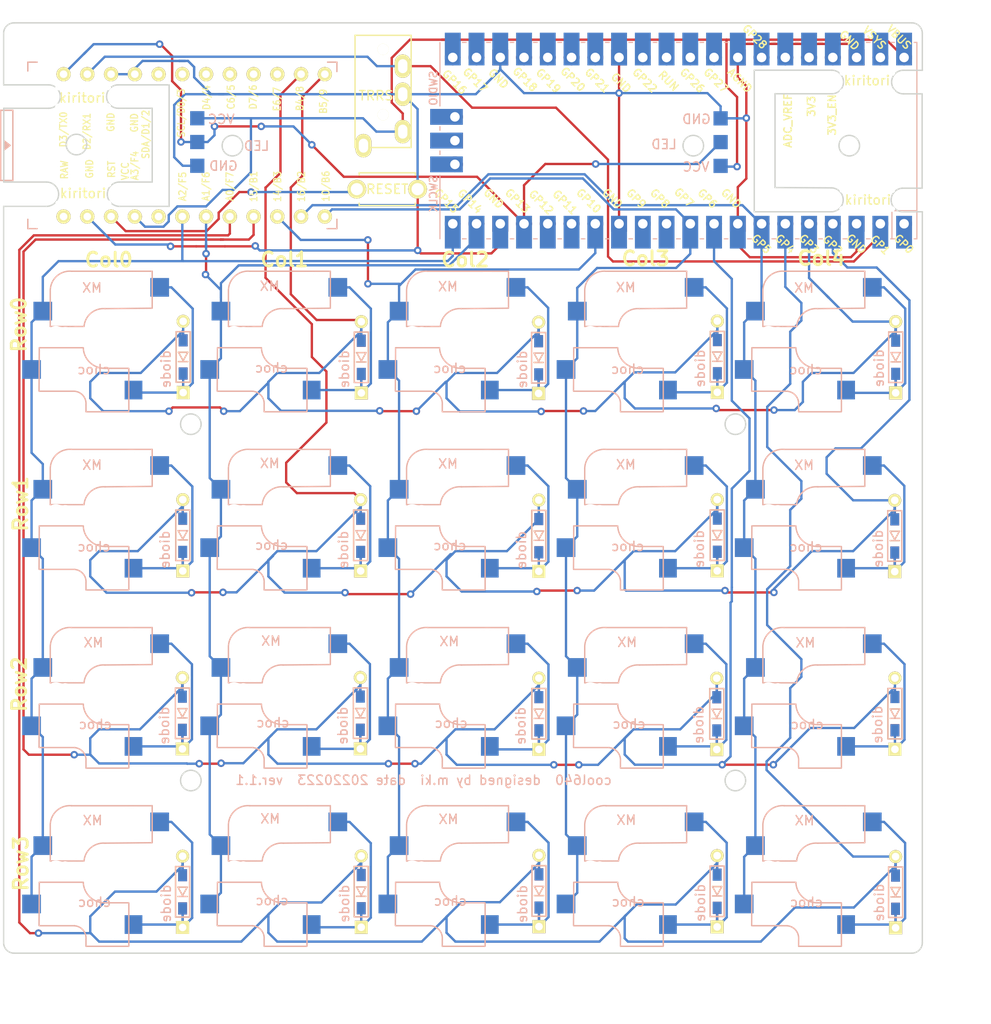
<source format=kicad_pcb>
(kicad_pcb (version 20171130) (host pcbnew "(5.1.6-0-10_14)")
  (layers (0 F.Cu signal) (31 B.Cu signal) (34 B.Paste user) (35 F.Paste user) (36 B.SilkS user) (37 F.SilkS user) (38 B.Mask user) (39 F.Mask user) (44 Edge.Cuts user))
  (net 0 "")
  (net 1 "Net-(D1-Pad1)")
  (net 2 "Net-(D2-Pad1)")
  (net 3 "Net-(D3-Pad1)")
  (net 4 "Net-(D4-Pad1)")
  (net 5 "Net-(D5-Pad1)")
  (net 6 "Net-(D6-Pad1)")
  (net 7 "Net-(D7-Pad1)")
  (net 8 "Net-(D8-Pad1)")
  (net 9 "Net-(D9-Pad1)")
  (net 10 "Net-(D10-Pad1)")
  (net 11 "Net-(D11-Pad1)")
  (net 12 "Net-(D12-Pad1)")
  (net 13 "Net-(D13-Pad1)")
  (net 14 "Net-(D14-Pad1)")
  (net 15 "Net-(D15-Pad1)")
  (net 16 "Net-(D16-Pad1)")
  (net 17 "Net-(D17-Pad1)")
  (net 18 "Net-(D18-Pad1)")
  (net 19 "Net-(D19-Pad1)")
  (net 20 "Net-(D20-Pad1)")
  (net 21 "Net-(SW21-Pad1)")
  (net 22 row0)
  (net 23 row1)
  (net 24 row2)
  (net 25 row3)
  (net 26 col0)
  (net 27 col1)
  (net 28 col2)
  (net 29 col3)
  (net 30 "Net-(U1-Pad24)")
  (net 31 GND)
  (net 32 "Net-(U1-Pad20)")
  (net 33 "Net-(U1-Pad6)")
  (net 34 "Net-(U1-Pad5)")
  (net 35 "Net-(U1-Pad10)")
  (net 36 "Net-(U1-Pad9)")
  (net 37 "Net-(U1-Pad8)")
  (net 38 "Net-(U1-Pad7)")
  (net 39 data)
  (net 40 VCC)
  (net 41 "Net-(J1-PadA)")
  (net 42 LED)
  (net 43 "Net-(U2-Pad1)")
  (net 44 col4)
  (net 45 "Net-(U2-Pad11)")
  (net 46 "Net-(U2-Pad12)")
  (net 47 "Net-(U2-Pad15)")
  (net 48 "Net-(U2-Pad16)")
  (net 49 "Net-(U2-Pad21)")
  (net 50 "Net-(U2-Pad22)")
  (net 51 "Net-(U2-Pad24)")
  (net 52 "Net-(U2-Pad25)")
  (net 53 "Net-(U2-Pad26)")
  (net 54 "Net-(U2-Pad27)")
  (net 55 "Net-(U2-Pad29)")
  (net 56 "Net-(U2-Pad30)")
  (net 57 "Net-(U2-Pad31)")
  (net 58 "Net-(U2-Pad32)")
  (net 59 "Net-(U2-Pad34)")
  (net 60 "Net-(U2-Pad35)")
  (net 61 "Net-(U2-Pad36)")
  (net 62 "Net-(U2-Pad37)")
  (net 63 "Net-(U2-Pad39)")
  (module logo:ProMicro_v3_kimura (layer F.Cu) (at 9.8 -20.26 90)
    (fp_text reference U1 hide)
    (fp_text value ProMicro hide)
    (fp_text user RAW (at -2.61 -14.39 90 unlocked) (layer F.SilkS) (effects (font (size 0.75 0.67) (thickness 0.125))))
    (fp_text user GND (at -2.51 -11.7 90 unlocked) (layer F.SilkS) (effects (font (size 0.75 0.67) (thickness 0.125))))
    (fp_text user RST (at -2.56 -9.35 90 unlocked) (layer F.SilkS) (effects (font (size 0.75 0.67) (thickness 0.125))))
    (fp_text user VCC (at -2.76 -7.89 90 unlocked) (layer F.SilkS) (effects (font (size 0.75 0.67) (thickness 0.125))))
    (fp_text user A3/F4 (at -2.17 -6.86 90 unlocked) (layer F.SilkS) (effects (font (size 0.75 0.67) (thickness 0.125))))
    (fp_text user A2/F5 (at -4.395 -1.75 90 unlocked) (layer F.SilkS) (effects (font (size 0.75 0.67) (thickness 0.125))))
    (fp_text user A1/F6 (at -4.395 0.75 90 unlocked) (layer F.SilkS) (effects (font (size 0.75 0.67) (thickness 0.125))))
    (fp_text user A0/F7 (at -4.395 3.3 90 unlocked) (layer F.SilkS) (effects (font (size 0.75 0.67) (thickness 0.125))))
    (fp_text user 15/B1 (at -4.395 5.85 90 unlocked) (layer F.SilkS) (effects (font (size 0.75 0.67) (thickness 0.125))))
    (fp_text user 14/B3 (at -4.395 8.4 90 unlocked) (layer F.SilkS) (effects (font (size 0.75 0.67) (thickness 0.125))))
    (fp_text user 10/B6 (at -4.36 13.57 90 unlocked) (layer F.SilkS) (effects (font (size 0.75 0.67) (thickness 0.125))))
    (fp_text user 16/B2 (at -4.395 10.95 90 unlocked) (layer F.SilkS) (effects (font (size 0.75 0.67) (thickness 0.125))))
    (fp_text user E6/7 (at 4.95 8.35 90 unlocked) (layer F.SilkS) (effects (font (size 0.75 0.67) (thickness 0.125))))
    (fp_text user D7/6 (at 5.17 5.79 90 unlocked) (layer F.SilkS) (effects (font (size 0.75 0.67) (thickness 0.125))))
    (fp_text user GND (at 2.48 -9.43 90 unlocked) (layer F.SilkS) (effects (font (size 0.75 0.67) (thickness 0.125))))
    (fp_text user GND (at 2.42 -6.91 90 unlocked) (layer F.SilkS) (effects (font (size 0.75 0.67) (thickness 0.125))))
    (fp_text user D3/TX0 (at 1.7 -14.49 90 unlocked) (layer F.SilkS) (effects (font (size 0.75 0.67) (thickness 0.125))))
    (fp_text user D4/4 (at 5.11 0.82 90 unlocked) (layer F.SilkS) (effects (font (size 0.75 0.67) (thickness 0.125))))
    (fp_text user SDA/D1/2 (at 1.17 -5.69 90 unlocked) (layer F.SilkS) (effects (font (size 0.75 0.67) (thickness 0.125))))
    (fp_text user SCL/D0/3 (at 3.455 -1.9 90 unlocked) (layer F.SilkS) (effects (font (size 0.75 0.67) (thickness 0.125))))
    (fp_text user C6/5 (at 5.17 3.43 90 unlocked) (layer F.SilkS) (effects (font (size 0.75 0.67) (thickness 0.125))))
    (fp_text user B5/9 (at 4.705 13.3 90 unlocked) (layer F.SilkS) (effects (font (size 0.75 0.67) (thickness 0.125))))
    (fp_text user D2/RX1 (at 1.49 -11.98 90 unlocked) (layer F.SilkS) (effects (font (size 0.75 0.67) (thickness 0.125))))
    (fp_text user B4/8 (at 5.01 10.8 90 unlocked) (layer F.SilkS) (effects (font (size 0.75 0.67) (thickness 0.125))))
    (pad 24 thru_hole circle (at -7.6086 -14.478 90) (size 1.524 1.524) (drill 0.8128) (layers *.Cu F.SilkS B.Mask) (net 30 "Net-(U1-Pad24)"))
    (pad 23 thru_hole circle (at -7.6086 -11.938 90) (size 1.524 1.524) (drill 0.8128) (layers *.Cu F.SilkS B.Mask) (net 31 GND))
    (pad 22 thru_hole circle (at -7.6086 -9.398 90) (size 1.524 1.524) (drill 0.8128) (layers *.Cu F.SilkS B.Mask) (net 21 "Net-(SW21-Pad1)"))
    (pad 21 thru_hole circle (at -7.6086 -6.858 90) (size 1.524 1.524) (drill 0.8128) (layers *.Cu F.SilkS B.Mask) (net 40 VCC))
    (pad 20 thru_hole circle (at -7.6086 -4.318 90) (size 1.524 1.524) (drill 0.8128) (layers *.Cu F.SilkS B.Mask) (net 32 "Net-(U1-Pad20)"))
    (pad 19 thru_hole circle (at -7.6086 -1.778 90) (size 1.524 1.524) (drill 0.8128) (layers *.Cu F.SilkS B.Mask) (net 26 col0))
    (pad 18 thru_hole circle (at -7.6086 0.762 90) (size 1.524 1.524) (drill 0.8128) (layers *.Cu F.SilkS B.Mask) (net 27 col1))
    (pad 17 thru_hole circle (at -7.6086 3.302 90) (size 1.524 1.524) (drill 0.8128) (layers *.Cu F.SilkS B.Mask) (net 25 row3))
    (pad 16 thru_hole circle (at -7.6086 5.842 90) (size 1.524 1.524) (drill 0.8128) (layers *.Cu F.SilkS B.Mask) (net 24 row2))
    (pad 15 thru_hole circle (at -7.6086 8.382 90) (size 1.524 1.524) (drill 0.8128) (layers *.Cu F.SilkS B.Mask) (net 28 col2))
    (pad 14 thru_hole circle (at -7.6086 10.922 90) (size 1.524 1.524) (drill 0.8128) (layers *.Cu F.SilkS B.Mask) (net 44 col4))
    (pad 13 thru_hole circle (at -7.6086 13.462 90) (size 1.524 1.524) (drill 0.8128) (layers *.Cu F.SilkS B.Mask) (net 29 col3))
    (pad 12 thru_hole circle (at 7.6114 13.462 90) (size 1.524 1.524) (drill 0.8128) (layers *.Cu F.SilkS B.Mask) (net 22 row0))
    (pad 11 thru_hole circle (at 7.6114 10.922 90) (size 1.524 1.524) (drill 0.8128) (layers *.Cu F.SilkS B.Mask) (net 23 row1))
    (pad 10 thru_hole circle (at 7.6114 8.382 90) (size 1.524 1.524) (drill 0.8128) (layers *.Cu F.SilkS B.Mask) (net 35 "Net-(U1-Pad10)"))
    (pad 9 thru_hole circle (at 7.6114 5.842 90) (size 1.524 1.524) (drill 0.8128) (layers *.Cu F.SilkS B.Mask) (net 36 "Net-(U1-Pad9)"))
    (pad 8 thru_hole circle (at 7.6114 3.302 90) (size 1.524 1.524) (drill 0.8128) (layers *.Cu F.SilkS B.Mask) (net 37 "Net-(U1-Pad8)"))
    (pad 7 thru_hole circle (at 7.6114 0.762 90) (size 1.524 1.524) (drill 0.8128) (layers *.Cu F.SilkS B.Mask) (net 38 "Net-(U1-Pad7)"))
    (pad 6 thru_hole circle (at 7.6114 -1.778 90) (size 1.524 1.524) (drill 0.8128) (layers *.Cu F.SilkS B.Mask) (net 33 "Net-(U1-Pad6)"))
    (pad 5 thru_hole circle (at 7.6114 -4.318 90) (size 1.524 1.524) (drill 0.8128) (layers *.Cu F.SilkS B.Mask) (net 34 "Net-(U1-Pad5)"))
    (pad 4 thru_hole circle (at 7.6114 -6.858 90) (size 1.524 1.524) (drill 0.8128) (layers *.Cu F.SilkS B.Mask) (net 31 GND))
    (pad 3 thru_hole circle (at 7.6114 -9.398 90) (size 1.524 1.524) (drill 0.8128) (layers *.Cu F.SilkS B.Mask) (net 31 GND))
    (pad 2 thru_hole circle (at 7.6114 -11.938 90) (size 1.524 1.524) (drill 0.8128) (layers *.Cu F.SilkS B.Mask) (net 39 data))
    (pad 1 thru_hole circle (at 7.6114 -14.478 90) (size 1.524 1.524) (drill 0.8128) (layers *.Cu F.SilkS B.Mask) (net 42 LED))
  )
  (module kbd:ResetSW_1side (layer F.Cu) (at 29.93 -15.58 180)
    (fp_text reference SW21 hide)
    (fp_text value SW_PUSH)
    (fp_text user RESET (at 0 0) (layer F.SilkS))
    (pad 2 thru_hole circle (at -3.25 0 180) (size 2 2) (drill 1.3) (layers *.Cu F.SilkS B.Mask) (net 31 GND))
    (pad 1 thru_hole circle (at 3.25 0 180) (size 2 2) (drill 1.3) (layers *.Cu F.SilkS B.Mask) (net 21 "Net-(SW21-Pad1)"))
  )
  (module Pico:RPi_Pico_SMD_TH (layer B.Cu) (at 61.07 -20.77 90)
    (fp_text reference U2 hide)
    (fp_text value PICO_RP2040)
    (fp_text user GP1 (at -11.15 21.57 -45) (layer F.SilkS) (effects (font (size 0.8 0.8))))
    (fp_text user GP2 (at -11.15 16.48 -45) (layer F.SilkS) (effects (font (size 0.8 0.8))))
    (fp_text user GP0 (at -11.05 24.1 -45) (layer F.SilkS) (effects (font (size 0.8 0.8))))
    (fp_text user GP3 (at -11.05 13.94 -45) (layer F.SilkS) (effects (font (size 0.8 0.8))))
    (fp_text user GP4 (at -11.05 11.4 -45) (layer F.SilkS) (effects (font (size 0.8 0.8))))
    (fp_text user GP5 (at -11.05 8.86 -45) (layer F.SilkS) (effects (font (size 0.8 0.8))))
    (fp_text user GP6 (at -6.19 3.1 -45) (layer F.SilkS) (effects (font (size 0.8 0.8))))
    (fp_text user GP7 (at -6.09 0.59 -45) (layer F.SilkS) (effects (font (size 0.8 0.8))))
    (fp_text user GP8 (at -6.19 -1.98 -45) (layer F.SilkS) (effects (font (size 0.8 0.8))))
    (fp_text user GP9 (at -6.19 -4.52 -45) (layer F.SilkS) (effects (font (size 0.8 0.8))))
    (fp_text user GP10 (at -6.444 -9.6 -45) (layer F.SilkS) (effects (font (size 0.8 0.8))))
    (fp_text user GP11 (at -6.59 -12.14 -45) (layer F.SilkS) (effects (font (size 0.8 0.8))))
    (fp_text user GP12 (at -6.59 -14.68 -45) (layer F.SilkS) (effects (font (size 0.8 0.8))))
    (fp_text user GP13 (at -6.444 -17.22 -45) (layer F.SilkS) (effects (font (size 0.8 0.8))))
    (fp_text user GP14 (at -6.49 -22.3 -45) (layer F.SilkS) (effects (font (size 0.8 0.8))))
    (fp_text user GP15 (at -6.444 -24.84 -45) (layer F.SilkS) (effects (font (size 0.8 0.8))))
    (fp_text user GP16 (at 6.26 -23.95 -45) (layer F.SilkS) (effects (font (size 0.8 0.8))))
    (fp_text user GP17 (at 6.47 -21.74 -45) (layer F.SilkS) (effects (font (size 0.8 0.8))))
    (fp_text user GP18 (at 6.55 -16.41 -45) (layer F.SilkS) (effects (font (size 0.8 0.8))))
    (fp_text user GP19 (at 6.4 -13.92 -45) (layer F.SilkS) (effects (font (size 0.8 0.8))))
    (fp_text user GP20 (at 6.55 -11.29 -45) (layer F.SilkS) (effects (font (size 0.8 0.8))))
    (fp_text user GP21 (at 6.434 -8.69 -45) (layer F.SilkS) (effects (font (size 0.8 0.8))))
    (fp_text user GP22 (at 6.434 -3.6 -45) (layer F.SilkS) (effects (font (size 0.8 0.8))))
    (fp_text user RUN (at 6.38 -1.06 -45) (layer F.SilkS) (effects (font (size 0.8 0.8))))
    (fp_text user GP26 (at 6.434 1.48 -45) (layer F.SilkS) (effects (font (size 0.8 0.8))))
    (fp_text user GP27 (at 6.434 4.01 -45) (layer F.SilkS) (effects (font (size 0.8 0.8))))
    (fp_text user GP28 (at 11.11 8.16 135) (layer F.SilkS) (effects (font (size 0.8 0.8))))
    (fp_text user ADC_VREF (at 2.14 11.71 90) (layer F.SilkS) (effects (font (size 0.8 0.8))))
    (fp_text user 3V3 (at 3.67 14.22 90) (layer F.SilkS) (effects (font (size 0.8 0.8))))
    (fp_text user 3V3_EN (at 2.75 16.43 270) (layer F.SilkS) (effects (font (size 0.8 0.8))))
    (fp_text user VSYS (at 10.98 20.95 135) (layer F.SilkS) (effects (font (size 0.8 0.8))))
    (fp_text user VBUS (at 11.05 23.57 135) (layer F.SilkS) (effects (font (size 0.8 0.8))))
    (fp_text user GND (at -11.05 19.02 -45) (layer F.SilkS) (effects (font (size 0.8 0.8))))
    (fp_text user GND (at -6.19 5.64 -45) (layer F.SilkS) (effects (font (size 0.8 0.8))))
    (fp_text user GND (at -6.19 -7.06 -45) (layer F.SilkS) (effects (font (size 0.8 0.8))))
    (fp_text user GND (at -6.19 -19.76 -45) (layer F.SilkS) (effects (font (size 0.8 0.8))))
    (fp_text user GND (at 6.62 -19.25 -45) (layer F.SilkS) (effects (font (size 0.8 0.8))))
    (fp_text user GND (at 6.18 -6.14 -45) (layer F.SilkS) (effects (font (size 0.8 0.8))))
    (fp_text user GND (at 10.73 18.27 135) (layer F.SilkS) (effects (font (size 0.8 0.8))))
    (fp_text user AGND (at 6.434 6.56 -45) (layer F.SilkS) (effects (font (size 0.8 0.8))))
    (fp_text user SWCLK (at -5.7 -26.2 90) (layer B.SilkS) (effects (font (size 0.8 0.8)) (justify mirror)))
    (fp_text user SWDIO (at 5.6 -26.2 90) (layer B.SilkS) (effects (font (size 0.8 0.8)) (justify mirror)))
    (pad 1 thru_hole oval (at -8.89 24.13 90) (size 1.7 1.7) (drill 1.02) (layers *.Cu *.Mask) (net 43 "Net-(U2-Pad1)"))
    (pad 2 thru_hole oval (at -8.89 21.59 90) (size 1.7 1.7) (drill 1.02) (layers *.Cu *.Mask) (net 39 data))
    (pad 3 thru_hole rect (at -8.89 19.05 90) (size 1.7 1.7) (drill 1.02) (layers *.Cu *.Mask) (net 31 GND))
    (pad 4 thru_hole oval (at -8.89 16.51 90) (size 1.7 1.7) (drill 1.02) (layers *.Cu *.Mask) (net 23 row1))
    (pad 5 thru_hole oval (at -8.89 13.97 90) (size 1.7 1.7) (drill 1.02) (layers *.Cu *.Mask) (net 22 row0))
    (pad 6 thru_hole oval (at -8.89 11.43 90) (size 1.7 1.7) (drill 1.02) (layers *.Cu *.Mask) (net 25 row3))
    (pad 7 thru_hole oval (at -8.89 8.89 90) (size 1.7 1.7) (drill 1.02) (layers *.Cu *.Mask) (net 44 col4))
    (pad 8 thru_hole rect (at -8.89 6.35 90) (size 1.7 1.7) (drill 1.02) (layers *.Cu *.Mask) (net 31 GND))
    (pad 9 thru_hole oval (at -8.89 3.81 90) (size 1.7 1.7) (drill 1.02) (layers *.Cu *.Mask) (net 24 row2))
    (pad 10 thru_hole oval (at -8.89 1.27 90) (size 1.7 1.7) (drill 1.02) (layers *.Cu *.Mask) (net 29 col3))
    (pad 11 thru_hole oval (at -8.89 -1.27 90) (size 1.7 1.7) (drill 1.02) (layers *.Cu *.Mask) (net 45 "Net-(U2-Pad11)"))
    (pad 12 thru_hole oval (at -8.89 -3.81 90) (size 1.7 1.7) (drill 1.02) (layers *.Cu *.Mask) (net 46 "Net-(U2-Pad12)"))
    (pad 13 thru_hole rect (at -8.89 -6.35 90) (size 1.7 1.7) (drill 1.02) (layers *.Cu *.Mask) (net 31 GND))
    (pad 14 thru_hole oval (at -8.89 -8.89 90) (size 1.7 1.7) (drill 1.02) (layers *.Cu *.Mask) (net 28 col2))
    (pad 15 thru_hole oval (at -8.89 -11.43 90) (size 1.7 1.7) (drill 1.02) (layers *.Cu *.Mask) (net 47 "Net-(U2-Pad15)"))
    (pad 16 thru_hole oval (at -8.89 -13.97 90) (size 1.7 1.7) (drill 1.02) (layers *.Cu *.Mask) (net 48 "Net-(U2-Pad16)"))
    (pad 17 thru_hole oval (at -8.89 -16.51 90) (size 1.7 1.7) (drill 1.02) (layers *.Cu *.Mask) (net 42 LED))
    (pad 18 thru_hole rect (at -8.89 -19.05 90) (size 1.7 1.7) (drill 1.02) (layers *.Cu *.Mask) (net 31 GND))
    (pad 19 thru_hole oval (at -8.89 -21.59 90) (size 1.7 1.7) (drill 1.02) (layers *.Cu *.Mask) (net 27 col1))
    (pad 20 thru_hole oval (at -8.89 -24.13 90) (size 1.7 1.7) (drill 1.02) (layers *.Cu *.Mask) (net 26 col0))
    (pad 21 thru_hole oval (at 8.89 -24.13 90) (size 1.7 1.7) (drill 1.02) (layers *.Cu *.Mask) (net 49 "Net-(U2-Pad21)"))
    (pad 22 thru_hole oval (at 8.89 -21.59 90) (size 1.7 1.7) (drill 1.02) (layers *.Cu *.Mask) (net 50 "Net-(U2-Pad22)"))
    (pad 23 thru_hole rect (at 8.89 -19.05 90) (size 1.7 1.7) (drill 1.02) (layers *.Cu *.Mask) (net 31 GND))
    (pad 24 thru_hole oval (at 8.89 -16.51 90) (size 1.7 1.7) (drill 1.02) (layers *.Cu *.Mask) (net 51 "Net-(U2-Pad24)"))
    (pad 25 thru_hole oval (at 8.89 -13.97 90) (size 1.7 1.7) (drill 1.02) (layers *.Cu *.Mask) (net 52 "Net-(U2-Pad25)"))
    (pad 26 thru_hole oval (at 8.89 -11.43 90) (size 1.7 1.7) (drill 1.02) (layers *.Cu *.Mask) (net 53 "Net-(U2-Pad26)"))
    (pad 27 thru_hole oval (at 8.89 -8.89 90) (size 1.7 1.7) (drill 1.02) (layers *.Cu *.Mask) (net 54 "Net-(U2-Pad27)"))
    (pad 28 thru_hole rect (at 8.89 -6.35 90) (size 1.7 1.7) (drill 1.02) (layers *.Cu *.Mask) (net 31 GND))
    (pad 29 thru_hole oval (at 8.89 -3.81 90) (size 1.7 1.7) (drill 1.02) (layers *.Cu *.Mask) (net 55 "Net-(U2-Pad29)"))
    (pad 30 thru_hole oval (at 8.89 -1.27 90) (size 1.7 1.7) (drill 1.02) (layers *.Cu *.Mask) (net 56 "Net-(U2-Pad30)"))
    (pad 31 thru_hole oval (at 8.89 1.27 90) (size 1.7 1.7) (drill 1.02) (layers *.Cu *.Mask) (net 57 "Net-(U2-Pad31)"))
    (pad 32 thru_hole oval (at 8.89 3.81 90) (size 1.7 1.7) (drill 1.02) (layers *.Cu *.Mask) (net 58 "Net-(U2-Pad32)"))
    (pad 33 thru_hole rect (at 8.89 6.35 90) (size 1.7 1.7) (drill 1.02) (layers *.Cu *.Mask) (net 31 GND))
    (pad 34 thru_hole oval (at 8.89 8.89 90) (size 1.7 1.7) (drill 1.02) (layers *.Cu *.Mask) (net 59 "Net-(U2-Pad34)"))
    (pad 35 thru_hole oval (at 8.89 11.43 90) (size 1.7 1.7) (drill 1.02) (layers *.Cu *.Mask) (net 60 "Net-(U2-Pad35)"))
    (pad 36 thru_hole oval (at 8.89 13.97 90) (size 1.7 1.7) (drill 1.02) (layers *.Cu *.Mask) (net 61 "Net-(U2-Pad36)"))
    (pad 37 thru_hole oval (at 8.89 16.51 90) (size 1.7 1.7) (drill 1.02) (layers *.Cu *.Mask) (net 62 "Net-(U2-Pad37)"))
    (pad 38 thru_hole rect (at 8.89 19.05 90) (size 1.7 1.7) (drill 1.02) (layers *.Cu *.Mask) (net 31 GND))
    (pad 39 thru_hole oval (at 8.89 21.59 90) (size 1.7 1.7) (drill 1.02) (layers *.Cu *.Mask) (net 63 "Net-(U2-Pad39)"))
    (pad 40 thru_hole oval (at 8.89 24.13 90) (size 1.7 1.7) (drill 1.02) (layers *.Cu *.Mask) (net 40 VCC))
    (pad 1 smd rect (at -8.89 24.13 90) (size 3.5 1.7) (drill (offset -0.9 0)) (layers B.Cu B.Mask) (net 43 "Net-(U2-Pad1)"))
    (pad 2 smd rect (at -8.89 21.59 90) (size 3.5 1.7) (drill (offset -0.9 0)) (layers B.Cu B.Mask) (net 39 data))
    (pad 3 smd rect (at -8.89 19.05 90) (size 3.5 1.7) (drill (offset -0.9 0)) (layers B.Cu B.Mask) (net 31 GND))
    (pad 4 smd rect (at -8.89 16.51 90) (size 3.5 1.7) (drill (offset -0.9 0)) (layers B.Cu B.Mask) (net 23 row1))
    (pad 5 smd rect (at -8.89 13.97 90) (size 3.5 1.7) (drill (offset -0.9 0)) (layers B.Cu B.Mask) (net 22 row0))
    (pad 6 smd rect (at -8.89 11.43 90) (size 3.5 1.7) (drill (offset -0.9 0)) (layers B.Cu B.Mask) (net 25 row3))
    (pad 7 smd rect (at -8.89 8.89 90) (size 3.5 1.7) (drill (offset -0.9 0)) (layers B.Cu B.Mask) (net 44 col4))
    (pad 8 smd rect (at -8.89 6.35 90) (size 3.5 1.7) (drill (offset -0.9 0)) (layers B.Cu B.Mask) (net 31 GND))
    (pad 9 smd rect (at -8.89 3.81 90) (size 3.5 1.7) (drill (offset -0.9 0)) (layers B.Cu B.Mask) (net 24 row2))
    (pad 10 smd rect (at -8.89 1.27 90) (size 3.5 1.7) (drill (offset -0.9 0)) (layers B.Cu B.Mask) (net 29 col3))
    (pad 11 smd rect (at -8.89 -1.27 90) (size 3.5 1.7) (drill (offset -0.9 0)) (layers B.Cu B.Mask) (net 45 "Net-(U2-Pad11)"))
    (pad 12 smd rect (at -8.89 -3.81 90) (size 3.5 1.7) (drill (offset -0.9 0)) (layers B.Cu B.Mask) (net 46 "Net-(U2-Pad12)"))
    (pad 13 smd rect (at -8.89 -6.35 90) (size 3.5 1.7) (drill (offset -0.9 0)) (layers B.Cu B.Mask) (net 31 GND))
    (pad 14 smd rect (at -8.89 -8.89 90) (size 3.5 1.7) (drill (offset -0.9 0)) (layers B.Cu B.Mask) (net 28 col2))
    (pad 15 smd rect (at -8.89 -11.43 90) (size 3.5 1.7) (drill (offset -0.9 0)) (layers B.Cu B.Mask) (net 47 "Net-(U2-Pad15)"))
    (pad 16 smd rect (at -8.89 -13.97 90) (size 3.5 1.7) (drill (offset -0.9 0)) (layers B.Cu B.Mask) (net 48 "Net-(U2-Pad16)"))
    (pad 17 smd rect (at -8.89 -16.51 90) (size 3.5 1.7) (drill (offset -0.9 0)) (layers B.Cu B.Mask) (net 42 LED))
    (pad 18 smd rect (at -8.89 -19.05 90) (size 3.5 1.7) (drill (offset -0.9 0)) (layers B.Cu B.Mask) (net 31 GND))
    (pad 19 smd rect (at -8.89 -21.59 90) (size 3.5 1.7) (drill (offset -0.9 0)) (layers B.Cu B.Mask) (net 27 col1))
    (pad 20 smd rect (at -8.89 -24.13 90) (size 3.5 1.7) (drill (offset -0.9 0)) (layers B.Cu B.Mask) (net 26 col0))
    (pad 40 smd rect (at 8.89 24.13 90) (size 3.5 1.7) (drill (offset 0.9 0)) (layers B.Cu B.Mask) (net 40 VCC))
    (pad 39 smd rect (at 8.89 21.59 90) (size 3.5 1.7) (drill (offset 0.9 0)) (layers B.Cu B.Mask) (net 63 "Net-(U2-Pad39)"))
    (pad 38 smd rect (at 8.89 19.05 90) (size 3.5 1.7) (drill (offset 0.9 0)) (layers B.Cu B.Mask) (net 31 GND))
    (pad 37 smd rect (at 8.89 16.51 90) (size 3.5 1.7) (drill (offset 0.9 0)) (layers B.Cu B.Mask) (net 62 "Net-(U2-Pad37)"))
    (pad 36 smd rect (at 8.89 13.97 90) (size 3.5 1.7) (drill (offset 0.9 0)) (layers B.Cu B.Mask) (net 61 "Net-(U2-Pad36)"))
    (pad 35 smd rect (at 8.89 11.43 90) (size 3.5 1.7) (drill (offset 0.9 0)) (layers B.Cu B.Mask) (net 60 "Net-(U2-Pad35)"))
    (pad 34 smd rect (at 8.89 8.89 90) (size 3.5 1.7) (drill (offset 0.9 0)) (layers B.Cu B.Mask) (net 59 "Net-(U2-Pad34)"))
    (pad 33 smd rect (at 8.89 6.35 90) (size 3.5 1.7) (drill (offset 0.9 0)) (layers B.Cu B.Mask) (net 31 GND))
    (pad 32 smd rect (at 8.89 3.81 90) (size 3.5 1.7) (drill (offset 0.9 0)) (layers B.Cu B.Mask) (net 58 "Net-(U2-Pad32)"))
    (pad 31 smd rect (at 8.89 1.27 90) (size 3.5 1.7) (drill (offset 0.9 0)) (layers B.Cu B.Mask) (net 57 "Net-(U2-Pad31)"))
    (pad 30 smd rect (at 8.89 -1.27 90) (size 3.5 1.7) (drill (offset 0.9 0)) (layers B.Cu B.Mask) (net 56 "Net-(U2-Pad30)"))
    (pad 29 smd rect (at 8.89 -3.81 90) (size 3.5 1.7) (drill (offset 0.9 0)) (layers B.Cu B.Mask) (net 55 "Net-(U2-Pad29)"))
    (pad 28 smd rect (at 8.89 -6.35 90) (size 3.5 1.7) (drill (offset 0.9 0)) (layers B.Cu B.Mask) (net 31 GND))
    (pad 27 smd rect (at 8.89 -8.89 90) (size 3.5 1.7) (drill (offset 0.9 0)) (layers B.Cu B.Mask) (net 54 "Net-(U2-Pad27)"))
    (pad 26 smd rect (at 8.89 -11.43 90) (size 3.5 1.7) (drill (offset 0.9 0)) (layers B.Cu B.Mask) (net 53 "Net-(U2-Pad26)"))
    (pad 25 smd rect (at 8.89 -13.97 90) (size 3.5 1.7) (drill (offset 0.9 0)) (layers B.Cu B.Mask) (net 52 "Net-(U2-Pad25)"))
    (pad 24 smd rect (at 8.89 -16.51 90) (size 3.5 1.7) (drill (offset 0.9 0)) (layers B.Cu B.Mask) (net 51 "Net-(U2-Pad24)"))
    (pad 23 smd rect (at 8.89 -19.05 90) (size 3.5 1.7) (drill (offset 0.9 0)) (layers B.Cu B.Mask) (net 31 GND))
    (pad 22 smd rect (at 8.89 -21.59 90) (size 3.5 1.7) (drill (offset 0.9 0)) (layers B.Cu B.Mask) (net 50 "Net-(U2-Pad22)"))
    (pad 21 smd rect (at 8.89 -24.13 90) (size 3.5 1.7) (drill (offset 0.9 0)) (layers B.Cu B.Mask) (net 49 "Net-(U2-Pad21)"))
    (pad "" np_thru_hole oval (at -2.725 24 90) (size 1.8 1.8) (drill 1.8) (layers *.Cu *.Mask))
    (pad "" np_thru_hole oval (at 2.725 24 90) (size 1.8 1.8) (drill 1.8) (layers *.Cu *.Mask))
    (pad "" np_thru_hole oval (at -2.425 20.97 90) (size 1.5 1.5) (drill 1.5) (layers *.Cu *.Mask))
    (pad "" np_thru_hole oval (at 2.425 20.97 90) (size 1.5 1.5) (drill 1.5) (layers *.Cu *.Mask))
    (pad 41 smd rect (at -2.54 -23.9) (size 3.5 1.7) (drill (offset -0.9 0)) (layers B.Cu B.Mask))
    (pad 41 thru_hole oval (at -2.54 -23.9 90) (size 1.7 1.7) (drill 1.02) (layers *.Cu *.Mask))
    (pad 42 smd rect (at 0 -23.9) (size 3.5 1.7) (drill (offset -0.9 0)) (layers B.Cu B.Mask))
    (pad 42 thru_hole rect (at 0 -23.9 90) (size 1.7 1.7) (drill 1.02) (layers *.Cu *.Mask))
    (pad 43 smd rect (at 2.54 -23.9) (size 3.5 1.7) (drill (offset -0.9 0)) (layers B.Cu B.Mask))
    (pad 43 thru_hole oval (at 2.54 -23.9 90) (size 1.7 1.7) (drill 1.02) (layers *.Cu *.Mask))
  )
  (module kbd:MJ-4PP-9_1side (layer F.Cu) (at 29.49 -32.03)
    (fp_text reference J1)
    (fp_text value MJ-4PP-9 hide)
    (fp_text user TRRS (at -0.75 6.45) (layer F.SilkS))
    (pad "" np_thru_hole circle (at 0 1.5) (size 1.2 1.2) (drill 1.2) (layers *.Cu *.Mask F.SilkS))
    (pad "" np_thru_hole circle (at 0 8.5) (size 1.2 1.2) (drill 1.2) (layers *.Cu *.Mask F.SilkS))
    (pad B thru_hole oval (at 2.1 3.3) (size 1.7 2.5) (drill oval 1 1.5) (layers *.Cu F.SilkS B.Mask) (net 39 data))
    (pad C thru_hole oval (at 2.1 6.3) (size 1.7 2.5) (drill oval 1 1.5) (layers *.Cu F.SilkS B.Mask) (net 31 GND))
    (pad D thru_hole oval (at 2.1 10.3) (size 1.7 2.5) (drill oval 1 1.5) (layers *.Cu F.SilkS B.Mask) (net 40 VCC) (clearance 0.15))
    (pad A thru_hole oval (at -2.1 11.8) (size 1.7 2.5) (drill oval 1 1.5) (layers *.Cu F.SilkS B.Mask) (net 41 "Net-(J1-PadA)") (clearance 0.15))
  )
  (module kbd:StripLED_1side (layer B.Cu) (at 9.62 -18.08)
    (fp_text reference J2 hide)
    (fp_text value LED hide)
    (fp_text user VCC (at 2.56 -4.97) (layer B.SilkS) (effects (justify mirror)))
    (fp_text user LED (at 6.34 -2.12) (layer B.SilkS) (effects (justify mirror)))
    (fp_text user GND (at 2.8 0.02) (layer B.SilkS) (effects (justify mirror)))
    (pad 3 smd rect (at 0 -5.08) (size 1.524 1.524) (layers B.Cu B.Mask) (net 40 VCC))
    (pad 2 smd rect (at 0 -2.54) (size 1.524 1.524) (layers B.Cu B.Mask) (net 42 LED))
    (pad 1 smd rect (at 0 0) (size 1.524 1.524) (layers B.Cu B.Mask) (net 31 GND))
  )
  (module kbd:CherryMX_MidHeight_Choc_Hotswap_katagawa (layer F.Cu) (at 57.15 19.05)
    (fp_text reference SW9 hide)
    (fp_text value SW_PUSH hide)
    (pad "" np_thru_hole circle (at 4.5 0) (size 1.7 1.7) (drill 1.7) (layers *.Cu *.Mask))
    (pad "" np_thru_hole circle (at -4.5 0) (size 1.7 1.7) (drill 1.7) (layers *.Cu *.Mask))
    (pad 1 smd rect (at -8.1 3.7 180) (size 2 2) (layers B.Cu B.Paste B.Mask) (net 29 col3))
    (pad 2 smd rect (at 2.8 5.9 180) (size 1.9 2) (layers B.Cu B.Paste B.Mask) (net 9 "Net-(D9-Pad1)"))
    (pad "" np_thru_hole circle (at -5 3.7 90) (size 3 3) (drill 3) (layers *.Cu *.Mask))
    (pad "" np_thru_hole circle (at 0 5.9 90) (size 3 3) (drill 3) (layers *.Cu *.Mask))
    (pad 1 smd rect (at -6.9 -2.54 180) (size 2 2) (layers B.Cu B.Paste B.Mask) (net 29 col3))
    (pad "" np_thru_hole circle (at 2.54 -5.08 180) (size 3 3) (drill 3) (layers *.Cu *.Mask))
    (pad "" np_thru_hole circle (at 0 0 90) (size 4.1 4.1) (drill 4.1) (layers *.Cu *.Mask))
    (pad "" np_thru_hole circle (at -5.5 0 90) (size 1.9 1.9) (drill 1.9) (layers *.Cu *.Mask))
    (pad "" np_thru_hole circle (at 5.5 0 90) (size 1.9 1.9) (drill 1.9) (layers *.Cu *.Mask))
    (pad "" np_thru_hole circle (at 5.08 0) (size 1.7 1.7) (drill 1.7) (layers *.Cu *.Mask))
    (pad "" np_thru_hole circle (at -5.08 0) (size 1.7 1.7) (drill 1.7) (layers *.Cu *.Mask))
    (pad "" np_thru_hole circle (at -3.81 -2.54 180) (size 3 3) (drill 3) (layers *.Cu *.Mask))
    (pad 2 smd rect (at 5.6 -5.08 180) (size 2 2) (layers B.Cu B.Paste B.Mask) (net 9 "Net-(D9-Pad1)"))
  )
  (module kbd:CherryMX_MidHeight_Choc_Hotswap_katagawa (layer F.Cu) (at 76.2 19.05)
    (fp_text reference SW10 hide)
    (fp_text value SW_PUSH hide)
    (pad "" np_thru_hole circle (at 4.5 0) (size 1.7 1.7) (drill 1.7) (layers *.Cu *.Mask))
    (pad "" np_thru_hole circle (at -4.5 0) (size 1.7 1.7) (drill 1.7) (layers *.Cu *.Mask))
    (pad 1 smd rect (at -8.1 3.7 180) (size 2 2) (layers B.Cu B.Paste B.Mask) (net 44 col4))
    (pad 2 smd rect (at 2.8 5.9 180) (size 1.9 2) (layers B.Cu B.Paste B.Mask) (net 10 "Net-(D10-Pad1)"))
    (pad "" np_thru_hole circle (at -5 3.7 90) (size 3 3) (drill 3) (layers *.Cu *.Mask))
    (pad "" np_thru_hole circle (at 0 5.9 90) (size 3 3) (drill 3) (layers *.Cu *.Mask))
    (pad 1 smd rect (at -6.9 -2.54 180) (size 2 2) (layers B.Cu B.Paste B.Mask) (net 44 col4))
    (pad "" np_thru_hole circle (at 2.54 -5.08 180) (size 3 3) (drill 3) (layers *.Cu *.Mask))
    (pad "" np_thru_hole circle (at 0 0 90) (size 4.1 4.1) (drill 4.1) (layers *.Cu *.Mask))
    (pad "" np_thru_hole circle (at -5.5 0 90) (size 1.9 1.9) (drill 1.9) (layers *.Cu *.Mask))
    (pad "" np_thru_hole circle (at 5.5 0 90) (size 1.9 1.9) (drill 1.9) (layers *.Cu *.Mask))
    (pad "" np_thru_hole circle (at 5.08 0) (size 1.7 1.7) (drill 1.7) (layers *.Cu *.Mask))
    (pad "" np_thru_hole circle (at -5.08 0) (size 1.7 1.7) (drill 1.7) (layers *.Cu *.Mask))
    (pad "" np_thru_hole circle (at -3.81 -2.54 180) (size 3 3) (drill 3) (layers *.Cu *.Mask))
    (pad 2 smd rect (at 5.6 -5.08 180) (size 2 2) (layers B.Cu B.Paste B.Mask) (net 10 "Net-(D10-Pad1)"))
  )
  (module kbd:CherryMX_MidHeight_Choc_Hotswap_katagawa (layer F.Cu) (at 38.1 19.05)
    (fp_text reference SW8 hide)
    (fp_text value SW_PUSH hide)
    (pad "" np_thru_hole circle (at 4.5 0) (size 1.7 1.7) (drill 1.7) (layers *.Cu *.Mask))
    (pad "" np_thru_hole circle (at -4.5 0) (size 1.7 1.7) (drill 1.7) (layers *.Cu *.Mask))
    (pad 1 smd rect (at -8.1 3.7 180) (size 2 2) (layers B.Cu B.Paste B.Mask) (net 28 col2))
    (pad 2 smd rect (at 2.8 5.9 180) (size 1.9 2) (layers B.Cu B.Paste B.Mask) (net 8 "Net-(D8-Pad1)"))
    (pad "" np_thru_hole circle (at -5 3.7 90) (size 3 3) (drill 3) (layers *.Cu *.Mask))
    (pad "" np_thru_hole circle (at 0 5.9 90) (size 3 3) (drill 3) (layers *.Cu *.Mask))
    (pad 1 smd rect (at -6.9 -2.54 180) (size 2 2) (layers B.Cu B.Paste B.Mask) (net 28 col2))
    (pad "" np_thru_hole circle (at 2.54 -5.08 180) (size 3 3) (drill 3) (layers *.Cu *.Mask))
    (pad "" np_thru_hole circle (at 0 0 90) (size 4.1 4.1) (drill 4.1) (layers *.Cu *.Mask))
    (pad "" np_thru_hole circle (at -5.5 0 90) (size 1.9 1.9) (drill 1.9) (layers *.Cu *.Mask))
    (pad "" np_thru_hole circle (at 5.5 0 90) (size 1.9 1.9) (drill 1.9) (layers *.Cu *.Mask))
    (pad "" np_thru_hole circle (at 5.08 0) (size 1.7 1.7) (drill 1.7) (layers *.Cu *.Mask))
    (pad "" np_thru_hole circle (at -5.08 0) (size 1.7 1.7) (drill 1.7) (layers *.Cu *.Mask))
    (pad "" np_thru_hole circle (at -3.81 -2.54 180) (size 3 3) (drill 3) (layers *.Cu *.Mask))
    (pad 2 smd rect (at 5.6 -5.08 180) (size 2 2) (layers B.Cu B.Paste B.Mask) (net 8 "Net-(D8-Pad1)"))
  )
  (module kbd:CherryMX_MidHeight_Choc_Hotswap_katagawa (layer F.Cu) (at 19.05 19.05)
    (fp_text reference SW7 hide)
    (fp_text value SW_PUSH hide)
    (pad "" np_thru_hole circle (at 4.5 0) (size 1.7 1.7) (drill 1.7) (layers *.Cu *.Mask))
    (pad "" np_thru_hole circle (at -4.5 0) (size 1.7 1.7) (drill 1.7) (layers *.Cu *.Mask))
    (pad 1 smd rect (at -8.1 3.7 180) (size 2 2) (layers B.Cu B.Paste B.Mask) (net 27 col1))
    (pad 2 smd rect (at 2.8 5.9 180) (size 1.9 2) (layers B.Cu B.Paste B.Mask) (net 7 "Net-(D7-Pad1)"))
    (pad "" np_thru_hole circle (at -5 3.7 90) (size 3 3) (drill 3) (layers *.Cu *.Mask))
    (pad "" np_thru_hole circle (at 0 5.9 90) (size 3 3) (drill 3) (layers *.Cu *.Mask))
    (pad 1 smd rect (at -6.9 -2.54 180) (size 2 2) (layers B.Cu B.Paste B.Mask) (net 27 col1))
    (pad "" np_thru_hole circle (at 2.54 -5.08 180) (size 3 3) (drill 3) (layers *.Cu *.Mask))
    (pad "" np_thru_hole circle (at 0 0 90) (size 4.1 4.1) (drill 4.1) (layers *.Cu *.Mask))
    (pad "" np_thru_hole circle (at -5.5 0 90) (size 1.9 1.9) (drill 1.9) (layers *.Cu *.Mask))
    (pad "" np_thru_hole circle (at 5.5 0 90) (size 1.9 1.9) (drill 1.9) (layers *.Cu *.Mask))
    (pad "" np_thru_hole circle (at 5.08 0) (size 1.7 1.7) (drill 1.7) (layers *.Cu *.Mask))
    (pad "" np_thru_hole circle (at -5.08 0) (size 1.7 1.7) (drill 1.7) (layers *.Cu *.Mask))
    (pad "" np_thru_hole circle (at -3.81 -2.54 180) (size 3 3) (drill 3) (layers *.Cu *.Mask))
    (pad 2 smd rect (at 5.6 -5.08 180) (size 2 2) (layers B.Cu B.Paste B.Mask) (net 7 "Net-(D7-Pad1)"))
  )
  (module kbd:CherryMX_MidHeight_Choc_Hotswap_katagawa (layer F.Cu) (at 0 38.1)
    (fp_text reference SW11 hide)
    (fp_text value SW_PUSH hide)
    (pad "" np_thru_hole circle (at 4.5 0) (size 1.7 1.7) (drill 1.7) (layers *.Cu *.Mask))
    (pad "" np_thru_hole circle (at -4.5 0) (size 1.7 1.7) (drill 1.7) (layers *.Cu *.Mask))
    (pad 1 smd rect (at -8.1 3.7 180) (size 2 2) (layers B.Cu B.Paste B.Mask) (net 26 col0))
    (pad 2 smd rect (at 2.8 5.9 180) (size 1.9 2) (layers B.Cu B.Paste B.Mask) (net 11 "Net-(D11-Pad1)"))
    (pad "" np_thru_hole circle (at -5 3.7 90) (size 3 3) (drill 3) (layers *.Cu *.Mask))
    (pad "" np_thru_hole circle (at 0 5.9 90) (size 3 3) (drill 3) (layers *.Cu *.Mask))
    (pad 1 smd rect (at -6.9 -2.54 180) (size 2 2) (layers B.Cu B.Paste B.Mask) (net 26 col0))
    (pad "" np_thru_hole circle (at 2.54 -5.08 180) (size 3 3) (drill 3) (layers *.Cu *.Mask))
    (pad "" np_thru_hole circle (at 0 0 90) (size 4.1 4.1) (drill 4.1) (layers *.Cu *.Mask))
    (pad "" np_thru_hole circle (at -5.5 0 90) (size 1.9 1.9) (drill 1.9) (layers *.Cu *.Mask))
    (pad "" np_thru_hole circle (at 5.5 0 90) (size 1.9 1.9) (drill 1.9) (layers *.Cu *.Mask))
    (pad "" np_thru_hole circle (at 5.08 0) (size 1.7 1.7) (drill 1.7) (layers *.Cu *.Mask))
    (pad "" np_thru_hole circle (at -5.08 0) (size 1.7 1.7) (drill 1.7) (layers *.Cu *.Mask))
    (pad "" np_thru_hole circle (at -3.81 -2.54 180) (size 3 3) (drill 3) (layers *.Cu *.Mask))
    (pad 2 smd rect (at 5.6 -5.08 180) (size 2 2) (layers B.Cu B.Paste B.Mask) (net 11 "Net-(D11-Pad1)"))
  )
  (module kbd:CherryMX_MidHeight_Choc_Hotswap_katagawa (layer F.Cu) (at 19.05 57.15)
    (fp_text reference SW17 hide)
    (fp_text value SW_PUSH hide)
    (pad "" np_thru_hole circle (at 4.5 0) (size 1.7 1.7) (drill 1.7) (layers *.Cu *.Mask))
    (pad "" np_thru_hole circle (at -4.5 0) (size 1.7 1.7) (drill 1.7) (layers *.Cu *.Mask))
    (pad 1 smd rect (at -8.1 3.7 180) (size 2 2) (layers B.Cu B.Paste B.Mask) (net 27 col1))
    (pad 2 smd rect (at 2.8 5.9 180) (size 1.9 2) (layers B.Cu B.Paste B.Mask) (net 17 "Net-(D17-Pad1)"))
    (pad "" np_thru_hole circle (at -5 3.7 90) (size 3 3) (drill 3) (layers *.Cu *.Mask))
    (pad "" np_thru_hole circle (at 0 5.9 90) (size 3 3) (drill 3) (layers *.Cu *.Mask))
    (pad 1 smd rect (at -6.9 -2.54 180) (size 2 2) (layers B.Cu B.Paste B.Mask) (net 27 col1))
    (pad "" np_thru_hole circle (at 2.54 -5.08 180) (size 3 3) (drill 3) (layers *.Cu *.Mask))
    (pad "" np_thru_hole circle (at 0 0 90) (size 4.1 4.1) (drill 4.1) (layers *.Cu *.Mask))
    (pad "" np_thru_hole circle (at -5.5 0 90) (size 1.9 1.9) (drill 1.9) (layers *.Cu *.Mask))
    (pad "" np_thru_hole circle (at 5.5 0 90) (size 1.9 1.9) (drill 1.9) (layers *.Cu *.Mask))
    (pad "" np_thru_hole circle (at 5.08 0) (size 1.7 1.7) (drill 1.7) (layers *.Cu *.Mask))
    (pad "" np_thru_hole circle (at -5.08 0) (size 1.7 1.7) (drill 1.7) (layers *.Cu *.Mask))
    (pad "" np_thru_hole circle (at -3.81 -2.54 180) (size 3 3) (drill 3) (layers *.Cu *.Mask))
    (pad 2 smd rect (at 5.6 -5.08 180) (size 2 2) (layers B.Cu B.Paste B.Mask) (net 17 "Net-(D17-Pad1)"))
  )
  (module logo:kiritoriparts (layer F.Cu) (at 81.26 -14.47)
    (fp_text reference kiritori (at 0.08 0.04) (layer F.SilkS))
    (fp_text value kiritoriparts)
    (pad "" np_thru_hole circle (at -2.667 -1.016) (size 0.6 0.6) (drill 0.6) (layers *.Cu *.Mask))
    (pad "" np_thru_hole circle (at -1.778 -1.016) (size 0.6 0.6) (drill 0.6) (layers *.Cu *.Mask))
    (pad "" np_thru_hole circle (at -0.889 -1.016) (size 0.6 0.6) (drill 0.6) (layers *.Cu *.Mask))
    (pad "" np_thru_hole circle (at 0 -1.016) (size 0.6 0.6) (drill 0.6) (layers *.Cu *.Mask))
    (pad "" np_thru_hole circle (at 0.889 -1.016) (size 0.6 0.6) (drill 0.6) (layers *.Cu *.Mask))
    (pad "" np_thru_hole circle (at 1.778 -1.016) (size 0.6 0.6) (drill 0.6) (layers *.Cu *.Mask))
    (pad "" np_thru_hole circle (at 2.667 -1.016) (size 0.6 0.6) (drill 0.6) (layers *.Cu *.Mask))
    (pad "" np_thru_hole circle (at -2.667 1.016) (size 0.6 0.6) (drill 0.6) (layers *.Cu *.Mask))
    (pad "" np_thru_hole circle (at 0.889 1.016) (size 0.6 0.6) (drill 0.6) (layers *.Cu *.Mask))
    (pad "" np_thru_hole circle (at 2.667 1.016) (size 0.6 0.6) (drill 0.6) (layers *.Cu *.Mask))
    (pad "" np_thru_hole circle (at -0.889 1.016) (size 0.6 0.6) (drill 0.6) (layers *.Cu *.Mask))
    (pad "" np_thru_hole circle (at -1.778 1.016) (size 0.6 0.6) (drill 0.6) (layers *.Cu *.Mask))
    (pad "" np_thru_hole circle (at 0 1.016) (size 0.6 0.6) (drill 0.6) (layers *.Cu *.Mask))
    (pad "" np_thru_hole circle (at 1.778 1.016) (size 0.6 0.6) (drill 0.6) (layers *.Cu *.Mask))
  )
  (module logo:kiritoriparts (layer F.Cu) (at 81.27 -27)
    (fp_text reference kiritori (at -0.04 -0.19) (layer F.SilkS))
    (fp_text value kiritoriparts)
    (pad "" np_thru_hole circle (at -2.667 -1.016) (size 0.6 0.6) (drill 0.6) (layers *.Cu *.Mask))
    (pad "" np_thru_hole circle (at -1.778 -1.016) (size 0.6 0.6) (drill 0.6) (layers *.Cu *.Mask))
    (pad "" np_thru_hole circle (at -0.889 -1.016) (size 0.6 0.6) (drill 0.6) (layers *.Cu *.Mask))
    (pad "" np_thru_hole circle (at 0 -1.016) (size 0.6 0.6) (drill 0.6) (layers *.Cu *.Mask))
    (pad "" np_thru_hole circle (at 0.889 -1.016) (size 0.6 0.6) (drill 0.6) (layers *.Cu *.Mask))
    (pad "" np_thru_hole circle (at 1.778 -1.016) (size 0.6 0.6) (drill 0.6) (layers *.Cu *.Mask))
    (pad "" np_thru_hole circle (at 2.667 -1.016) (size 0.6 0.6) (drill 0.6) (layers *.Cu *.Mask))
    (pad "" np_thru_hole circle (at -2.667 1.016) (size 0.6 0.6) (drill 0.6) (layers *.Cu *.Mask))
    (pad "" np_thru_hole circle (at 0.889 1.016) (size 0.6 0.6) (drill 0.6) (layers *.Cu *.Mask))
    (pad "" np_thru_hole circle (at 2.667 1.016) (size 0.6 0.6) (drill 0.6) (layers *.Cu *.Mask))
    (pad "" np_thru_hole circle (at -0.889 1.016) (size 0.6 0.6) (drill 0.6) (layers *.Cu *.Mask))
    (pad "" np_thru_hole circle (at -1.778 1.016) (size 0.6 0.6) (drill 0.6) (layers *.Cu *.Mask))
    (pad "" np_thru_hole circle (at 0 1.016) (size 0.6 0.6) (drill 0.6) (layers *.Cu *.Mask))
    (pad "" np_thru_hole circle (at 1.778 1.016) (size 0.6 0.6) (drill 0.6) (layers *.Cu *.Mask))
  )
  (module logo:kiritoriparts (layer F.Cu) (at -2.55 -15.1)
    (fp_text reference kiritori (at -0.04 -0.03) (layer F.SilkS))
    (fp_text value kiritoriparts)
    (pad "" np_thru_hole circle (at 1.778 1.016) (size 0.6 0.6) (drill 0.6) (layers *.Cu *.Mask))
    (pad "" np_thru_hole circle (at 0 1.016) (size 0.6 0.6) (drill 0.6) (layers *.Cu *.Mask))
    (pad "" np_thru_hole circle (at -1.778 1.016) (size 0.6 0.6) (drill 0.6) (layers *.Cu *.Mask))
    (pad "" np_thru_hole circle (at -0.889 1.016) (size 0.6 0.6) (drill 0.6) (layers *.Cu *.Mask))
    (pad "" np_thru_hole circle (at 2.667 1.016) (size 0.6 0.6) (drill 0.6) (layers *.Cu *.Mask))
    (pad "" np_thru_hole circle (at 0.889 1.016) (size 0.6 0.6) (drill 0.6) (layers *.Cu *.Mask))
    (pad "" np_thru_hole circle (at -2.667 1.016) (size 0.6 0.6) (drill 0.6) (layers *.Cu *.Mask))
    (pad "" np_thru_hole circle (at 2.667 -1.016) (size 0.6 0.6) (drill 0.6) (layers *.Cu *.Mask))
    (pad "" np_thru_hole circle (at 1.778 -1.016) (size 0.6 0.6) (drill 0.6) (layers *.Cu *.Mask))
    (pad "" np_thru_hole circle (at 0.889 -1.016) (size 0.6 0.6) (drill 0.6) (layers *.Cu *.Mask))
    (pad "" np_thru_hole circle (at 0 -1.016) (size 0.6 0.6) (drill 0.6) (layers *.Cu *.Mask))
    (pad "" np_thru_hole circle (at -0.889 -1.016) (size 0.6 0.6) (drill 0.6) (layers *.Cu *.Mask))
    (pad "" np_thru_hole circle (at -1.778 -1.016) (size 0.6 0.6) (drill 0.6) (layers *.Cu *.Mask))
    (pad "" np_thru_hole circle (at -2.667 -1.016) (size 0.6 0.6) (drill 0.6) (layers *.Cu *.Mask))
  )
  (module logo:kiritoriparts (layer F.Cu) (at -2.6 -25.45)
    (fp_text reference kiritori (at -0.08 0.11) (layer F.SilkS))
    (fp_text value kiritoriparts)
    (pad "" np_thru_hole circle (at 1.778 1.016) (size 0.6 0.6) (drill 0.6) (layers *.Cu *.Mask))
    (pad "" np_thru_hole circle (at 0 1.016) (size 0.6 0.6) (drill 0.6) (layers *.Cu *.Mask))
    (pad "" np_thru_hole circle (at -1.778 1.016) (size 0.6 0.6) (drill 0.6) (layers *.Cu *.Mask))
    (pad "" np_thru_hole circle (at -0.889 1.016) (size 0.6 0.6) (drill 0.6) (layers *.Cu *.Mask))
    (pad "" np_thru_hole circle (at 2.667 1.016) (size 0.6 0.6) (drill 0.6) (layers *.Cu *.Mask))
    (pad "" np_thru_hole circle (at 0.889 1.016) (size 0.6 0.6) (drill 0.6) (layers *.Cu *.Mask))
    (pad "" np_thru_hole circle (at -2.667 1.016) (size 0.6 0.6) (drill 0.6) (layers *.Cu *.Mask))
    (pad "" np_thru_hole circle (at 2.667 -1.016) (size 0.6 0.6) (drill 0.6) (layers *.Cu *.Mask))
    (pad "" np_thru_hole circle (at 1.778 -1.016) (size 0.6 0.6) (drill 0.6) (layers *.Cu *.Mask))
    (pad "" np_thru_hole circle (at 0.889 -1.016) (size 0.6 0.6) (drill 0.6) (layers *.Cu *.Mask))
    (pad "" np_thru_hole circle (at 0 -1.016) (size 0.6 0.6) (drill 0.6) (layers *.Cu *.Mask))
    (pad "" np_thru_hole circle (at -0.889 -1.016) (size 0.6 0.6) (drill 0.6) (layers *.Cu *.Mask))
    (pad "" np_thru_hole circle (at -1.778 -1.016) (size 0.6 0.6) (drill 0.6) (layers *.Cu *.Mask))
    (pad "" np_thru_hole circle (at -2.667 -1.016) (size 0.6 0.6) (drill 0.6) (layers *.Cu *.Mask))
  )
  (module kbd:D3_TH_SMD (layer F.Cu) (at 84.29 59.59 90)
    (fp_text reference D20 hide)
    (fp_text value DIODE hide)
    (pad 2 smd rect (at 1.775 0 90) (size 1.3 0.95) (layers F.Cu F.Paste F.Mask) (net 25 row3))
    (pad 2 thru_hole circle (at 3.81 0 90) (size 1.397 1.397) (drill 0.8128) (layers *.Cu *.Mask F.SilkS) (net 25 row3))
    (pad 1 thru_hole rect (at -3.81 0 90) (size 1.397 1.397) (drill 0.8128) (layers *.Cu *.Mask F.SilkS) (net 20 "Net-(D20-Pad1)"))
    (pad 1 smd rect (at -1.775 0 90) (size 1.3 0.95) (layers B.Cu B.Paste B.Mask) (net 20 "Net-(D20-Pad1)"))
    (pad 2 smd rect (at 1.775 0 90) (size 1.3 0.95) (layers B.Cu B.Paste B.Mask) (net 25 row3))
    (pad 1 smd rect (at -1.775 0 90) (size 1.3 0.95) (layers F.Cu F.Paste F.Mask) (net 20 "Net-(D20-Pad1)"))
  )
  (module kbd:CherryMX_MidHeight_Choc_Hotswap_katagawa (layer F.Cu) (at 38.1 38.1)
    (fp_text reference SW13 hide)
    (fp_text value SW_PUSH hide)
    (pad "" np_thru_hole circle (at 4.5 0) (size 1.7 1.7) (drill 1.7) (layers *.Cu *.Mask))
    (pad "" np_thru_hole circle (at -4.5 0) (size 1.7 1.7) (drill 1.7) (layers *.Cu *.Mask))
    (pad 1 smd rect (at -8.1 3.7 180) (size 2 2) (layers B.Cu B.Paste B.Mask) (net 28 col2))
    (pad 2 smd rect (at 2.8 5.9 180) (size 1.9 2) (layers B.Cu B.Paste B.Mask) (net 13 "Net-(D13-Pad1)"))
    (pad "" np_thru_hole circle (at -5 3.7 90) (size 3 3) (drill 3) (layers *.Cu *.Mask))
    (pad "" np_thru_hole circle (at 0 5.9 90) (size 3 3) (drill 3) (layers *.Cu *.Mask))
    (pad 1 smd rect (at -6.9 -2.54 180) (size 2 2) (layers B.Cu B.Paste B.Mask) (net 28 col2))
    (pad "" np_thru_hole circle (at 2.54 -5.08 180) (size 3 3) (drill 3) (layers *.Cu *.Mask))
    (pad "" np_thru_hole circle (at 0 0 90) (size 4.1 4.1) (drill 4.1) (layers *.Cu *.Mask))
    (pad "" np_thru_hole circle (at -5.5 0 90) (size 1.9 1.9) (drill 1.9) (layers *.Cu *.Mask))
    (pad "" np_thru_hole circle (at 5.5 0 90) (size 1.9 1.9) (drill 1.9) (layers *.Cu *.Mask))
    (pad "" np_thru_hole circle (at 5.08 0) (size 1.7 1.7) (drill 1.7) (layers *.Cu *.Mask))
    (pad "" np_thru_hole circle (at -5.08 0) (size 1.7 1.7) (drill 1.7) (layers *.Cu *.Mask))
    (pad "" np_thru_hole circle (at -3.81 -2.54 180) (size 3 3) (drill 3) (layers *.Cu *.Mask))
    (pad 2 smd rect (at 5.6 -5.08 180) (size 2 2) (layers B.Cu B.Paste B.Mask) (net 13 "Net-(D13-Pad1)"))
  )
  (module kbd:CherryMX_MidHeight_Choc_Hotswap_katagawa (layer F.Cu) (at 19.05 38.1)
    (fp_text reference SW12 hide)
    (fp_text value SW_PUSH hide)
    (pad "" np_thru_hole circle (at 4.5 0) (size 1.7 1.7) (drill 1.7) (layers *.Cu *.Mask))
    (pad "" np_thru_hole circle (at -4.5 0) (size 1.7 1.7) (drill 1.7) (layers *.Cu *.Mask))
    (pad 1 smd rect (at -8.1 3.7 180) (size 2 2) (layers B.Cu B.Paste B.Mask) (net 27 col1))
    (pad 2 smd rect (at 2.8 5.9 180) (size 1.9 2) (layers B.Cu B.Paste B.Mask) (net 12 "Net-(D12-Pad1)"))
    (pad "" np_thru_hole circle (at -5 3.7 90) (size 3 3) (drill 3) (layers *.Cu *.Mask))
    (pad "" np_thru_hole circle (at 0 5.9 90) (size 3 3) (drill 3) (layers *.Cu *.Mask))
    (pad 1 smd rect (at -6.9 -2.54 180) (size 2 2) (layers B.Cu B.Paste B.Mask) (net 27 col1))
    (pad "" np_thru_hole circle (at 2.54 -5.08 180) (size 3 3) (drill 3) (layers *.Cu *.Mask))
    (pad "" np_thru_hole circle (at 0 0 90) (size 4.1 4.1) (drill 4.1) (layers *.Cu *.Mask))
    (pad "" np_thru_hole circle (at -5.5 0 90) (size 1.9 1.9) (drill 1.9) (layers *.Cu *.Mask))
    (pad "" np_thru_hole circle (at 5.5 0 90) (size 1.9 1.9) (drill 1.9) (layers *.Cu *.Mask))
    (pad "" np_thru_hole circle (at 5.08 0) (size 1.7 1.7) (drill 1.7) (layers *.Cu *.Mask))
    (pad "" np_thru_hole circle (at -5.08 0) (size 1.7 1.7) (drill 1.7) (layers *.Cu *.Mask))
    (pad "" np_thru_hole circle (at -3.81 -2.54 180) (size 3 3) (drill 3) (layers *.Cu *.Mask))
    (pad 2 smd rect (at 5.6 -5.08 180) (size 2 2) (layers B.Cu B.Paste B.Mask) (net 12 "Net-(D12-Pad1)"))
  )
  (module kbd:CherryMX_MidHeight_Choc_Hotswap_katagawa (layer F.Cu) (at 76.2 57.15)
    (fp_text reference SW20 hide)
    (fp_text value SW_PUSH hide)
    (pad "" np_thru_hole circle (at 4.5 0) (size 1.7 1.7) (drill 1.7) (layers *.Cu *.Mask))
    (pad "" np_thru_hole circle (at -4.5 0) (size 1.7 1.7) (drill 1.7) (layers *.Cu *.Mask))
    (pad 1 smd rect (at -8.1 3.7 180) (size 2 2) (layers B.Cu B.Paste B.Mask) (net 44 col4))
    (pad 2 smd rect (at 2.8 5.9 180) (size 1.9 2) (layers B.Cu B.Paste B.Mask) (net 20 "Net-(D20-Pad1)"))
    (pad "" np_thru_hole circle (at -5 3.7 90) (size 3 3) (drill 3) (layers *.Cu *.Mask))
    (pad "" np_thru_hole circle (at 0 5.9 90) (size 3 3) (drill 3) (layers *.Cu *.Mask))
    (pad 1 smd rect (at -6.9 -2.54 180) (size 2 2) (layers B.Cu B.Paste B.Mask) (net 44 col4))
    (pad "" np_thru_hole circle (at 2.54 -5.08 180) (size 3 3) (drill 3) (layers *.Cu *.Mask))
    (pad "" np_thru_hole circle (at 0 0 90) (size 4.1 4.1) (drill 4.1) (layers *.Cu *.Mask))
    (pad "" np_thru_hole circle (at -5.5 0 90) (size 1.9 1.9) (drill 1.9) (layers *.Cu *.Mask))
    (pad "" np_thru_hole circle (at 5.5 0 90) (size 1.9 1.9) (drill 1.9) (layers *.Cu *.Mask))
    (pad "" np_thru_hole circle (at 5.08 0) (size 1.7 1.7) (drill 1.7) (layers *.Cu *.Mask))
    (pad "" np_thru_hole circle (at -5.08 0) (size 1.7 1.7) (drill 1.7) (layers *.Cu *.Mask))
    (pad "" np_thru_hole circle (at -3.81 -2.54 180) (size 3 3) (drill 3) (layers *.Cu *.Mask))
    (pad 2 smd rect (at 5.6 -5.08 180) (size 2 2) (layers B.Cu B.Paste B.Mask) (net 20 "Net-(D20-Pad1)"))
  )
  (module kbd:CherryMX_MidHeight_Choc_Hotswap_katagawa (layer F.Cu) (at 57.15 57.15)
    (fp_text reference SW19 hide)
    (fp_text value SW_PUSH hide)
    (pad "" np_thru_hole circle (at 4.5 0) (size 1.7 1.7) (drill 1.7) (layers *.Cu *.Mask))
    (pad "" np_thru_hole circle (at -4.5 0) (size 1.7 1.7) (drill 1.7) (layers *.Cu *.Mask))
    (pad 1 smd rect (at -8.1 3.7 180) (size 2 2) (layers B.Cu B.Paste B.Mask) (net 29 col3))
    (pad 2 smd rect (at 2.8 5.9 180) (size 1.9 2) (layers B.Cu B.Paste B.Mask) (net 19 "Net-(D19-Pad1)"))
    (pad "" np_thru_hole circle (at -5 3.7 90) (size 3 3) (drill 3) (layers *.Cu *.Mask))
    (pad "" np_thru_hole circle (at 0 5.9 90) (size 3 3) (drill 3) (layers *.Cu *.Mask))
    (pad 1 smd rect (at -6.9 -2.54 180) (size 2 2) (layers B.Cu B.Paste B.Mask) (net 29 col3))
    (pad "" np_thru_hole circle (at 2.54 -5.08 180) (size 3 3) (drill 3) (layers *.Cu *.Mask))
    (pad "" np_thru_hole circle (at 0 0 90) (size 4.1 4.1) (drill 4.1) (layers *.Cu *.Mask))
    (pad "" np_thru_hole circle (at -5.5 0 90) (size 1.9 1.9) (drill 1.9) (layers *.Cu *.Mask))
    (pad "" np_thru_hole circle (at 5.5 0 90) (size 1.9 1.9) (drill 1.9) (layers *.Cu *.Mask))
    (pad "" np_thru_hole circle (at 5.08 0) (size 1.7 1.7) (drill 1.7) (layers *.Cu *.Mask))
    (pad "" np_thru_hole circle (at -5.08 0) (size 1.7 1.7) (drill 1.7) (layers *.Cu *.Mask))
    (pad "" np_thru_hole circle (at -3.81 -2.54 180) (size 3 3) (drill 3) (layers *.Cu *.Mask))
    (pad 2 smd rect (at 5.6 -5.08 180) (size 2 2) (layers B.Cu B.Paste B.Mask) (net 19 "Net-(D19-Pad1)"))
  )
  (module kbd:CherryMX_MidHeight_Choc_Hotswap_katagawa (layer F.Cu) (at 0 57.15)
    (fp_text reference SW16 hide)
    (fp_text value SW_PUSH hide)
    (pad "" np_thru_hole circle (at 4.5 0) (size 1.7 1.7) (drill 1.7) (layers *.Cu *.Mask))
    (pad "" np_thru_hole circle (at -4.5 0) (size 1.7 1.7) (drill 1.7) (layers *.Cu *.Mask))
    (pad 1 smd rect (at -8.1 3.7 180) (size 2 2) (layers B.Cu B.Paste B.Mask) (net 26 col0))
    (pad 2 smd rect (at 2.8 5.9 180) (size 1.9 2) (layers B.Cu B.Paste B.Mask) (net 16 "Net-(D16-Pad1)"))
    (pad "" np_thru_hole circle (at -5 3.7 90) (size 3 3) (drill 3) (layers *.Cu *.Mask))
    (pad "" np_thru_hole circle (at 0 5.9 90) (size 3 3) (drill 3) (layers *.Cu *.Mask))
    (pad 1 smd rect (at -6.9 -2.54 180) (size 2 2) (layers B.Cu B.Paste B.Mask) (net 26 col0))
    (pad "" np_thru_hole circle (at 2.54 -5.08 180) (size 3 3) (drill 3) (layers *.Cu *.Mask))
    (pad "" np_thru_hole circle (at 0 0 90) (size 4.1 4.1) (drill 4.1) (layers *.Cu *.Mask))
    (pad "" np_thru_hole circle (at -5.5 0 90) (size 1.9 1.9) (drill 1.9) (layers *.Cu *.Mask))
    (pad "" np_thru_hole circle (at 5.5 0 90) (size 1.9 1.9) (drill 1.9) (layers *.Cu *.Mask))
    (pad "" np_thru_hole circle (at 5.08 0) (size 1.7 1.7) (drill 1.7) (layers *.Cu *.Mask))
    (pad "" np_thru_hole circle (at -5.08 0) (size 1.7 1.7) (drill 1.7) (layers *.Cu *.Mask))
    (pad "" np_thru_hole circle (at -3.81 -2.54 180) (size 3 3) (drill 3) (layers *.Cu *.Mask))
    (pad 2 smd rect (at 5.6 -5.08 180) (size 2 2) (layers B.Cu B.Paste B.Mask) (net 16 "Net-(D16-Pad1)"))
  )
  (module kbd:CherryMX_MidHeight_Choc_Hotswap_katagawa (layer F.Cu) (at 76.2 38.1)
    (fp_text reference SW15 hide)
    (fp_text value SW_PUSH hide)
    (pad "" np_thru_hole circle (at 4.5 0) (size 1.7 1.7) (drill 1.7) (layers *.Cu *.Mask))
    (pad "" np_thru_hole circle (at -4.5 0) (size 1.7 1.7) (drill 1.7) (layers *.Cu *.Mask))
    (pad 1 smd rect (at -8.1 3.7 180) (size 2 2) (layers B.Cu B.Paste B.Mask) (net 44 col4))
    (pad 2 smd rect (at 2.8 5.9 180) (size 1.9 2) (layers B.Cu B.Paste B.Mask) (net 15 "Net-(D15-Pad1)"))
    (pad "" np_thru_hole circle (at -5 3.7 90) (size 3 3) (drill 3) (layers *.Cu *.Mask))
    (pad "" np_thru_hole circle (at 0 5.9 90) (size 3 3) (drill 3) (layers *.Cu *.Mask))
    (pad 1 smd rect (at -6.9 -2.54 180) (size 2 2) (layers B.Cu B.Paste B.Mask) (net 44 col4))
    (pad "" np_thru_hole circle (at 2.54 -5.08 180) (size 3 3) (drill 3) (layers *.Cu *.Mask))
    (pad "" np_thru_hole circle (at 0 0 90) (size 4.1 4.1) (drill 4.1) (layers *.Cu *.Mask))
    (pad "" np_thru_hole circle (at -5.5 0 90) (size 1.9 1.9) (drill 1.9) (layers *.Cu *.Mask))
    (pad "" np_thru_hole circle (at 5.5 0 90) (size 1.9 1.9) (drill 1.9) (layers *.Cu *.Mask))
    (pad "" np_thru_hole circle (at 5.08 0) (size 1.7 1.7) (drill 1.7) (layers *.Cu *.Mask))
    (pad "" np_thru_hole circle (at -5.08 0) (size 1.7 1.7) (drill 1.7) (layers *.Cu *.Mask))
    (pad "" np_thru_hole circle (at -3.81 -2.54 180) (size 3 3) (drill 3) (layers *.Cu *.Mask))
    (pad 2 smd rect (at 5.6 -5.08 180) (size 2 2) (layers B.Cu B.Paste B.Mask) (net 15 "Net-(D15-Pad1)"))
  )
  (module kbd:CherryMX_MidHeight_Choc_Hotswap_katagawa (layer F.Cu) (at 57.15 38.1)
    (fp_text reference SW14 hide)
    (fp_text value SW_PUSH hide)
    (pad "" np_thru_hole circle (at 4.5 0) (size 1.7 1.7) (drill 1.7) (layers *.Cu *.Mask))
    (pad "" np_thru_hole circle (at -4.5 0) (size 1.7 1.7) (drill 1.7) (layers *.Cu *.Mask))
    (pad 1 smd rect (at -8.1 3.7 180) (size 2 2) (layers B.Cu B.Paste B.Mask) (net 29 col3))
    (pad 2 smd rect (at 2.8 5.9 180) (size 1.9 2) (layers B.Cu B.Paste B.Mask) (net 14 "Net-(D14-Pad1)"))
    (pad "" np_thru_hole circle (at -5 3.7 90) (size 3 3) (drill 3) (layers *.Cu *.Mask))
    (pad "" np_thru_hole circle (at 0 5.9 90) (size 3 3) (drill 3) (layers *.Cu *.Mask))
    (pad 1 smd rect (at -6.9 -2.54 180) (size 2 2) (layers B.Cu B.Paste B.Mask) (net 29 col3))
    (pad "" np_thru_hole circle (at 2.54 -5.08 180) (size 3 3) (drill 3) (layers *.Cu *.Mask))
    (pad "" np_thru_hole circle (at 0 0 90) (size 4.1 4.1) (drill 4.1) (layers *.Cu *.Mask))
    (pad "" np_thru_hole circle (at -5.5 0 90) (size 1.9 1.9) (drill 1.9) (layers *.Cu *.Mask))
    (pad "" np_thru_hole circle (at 5.5 0 90) (size 1.9 1.9) (drill 1.9) (layers *.Cu *.Mask))
    (pad "" np_thru_hole circle (at 5.08 0) (size 1.7 1.7) (drill 1.7) (layers *.Cu *.Mask))
    (pad "" np_thru_hole circle (at -5.08 0) (size 1.7 1.7) (drill 1.7) (layers *.Cu *.Mask))
    (pad "" np_thru_hole circle (at -3.81 -2.54 180) (size 3 3) (drill 3) (layers *.Cu *.Mask))
    (pad 2 smd rect (at 5.6 -5.08 180) (size 2 2) (layers B.Cu B.Paste B.Mask) (net 14 "Net-(D14-Pad1)"))
  )
  (module kbd:D3_TH_SMD (layer F.Cu) (at 27.16 2.4 90)
    (fp_text reference D2 hide)
    (fp_text value DIODE hide)
    (pad 2 smd rect (at 1.775 0 90) (size 1.3 0.95) (layers F.Cu F.Paste F.Mask) (net 22 row0))
    (pad 2 thru_hole circle (at 3.81 0 90) (size 1.397 1.397) (drill 0.8128) (layers *.Cu *.Mask F.SilkS) (net 22 row0))
    (pad 1 thru_hole rect (at -3.81 0 90) (size 1.397 1.397) (drill 0.8128) (layers *.Cu *.Mask F.SilkS) (net 2 "Net-(D2-Pad1)"))
    (pad 1 smd rect (at -1.775 0 90) (size 1.3 0.95) (layers B.Cu B.Paste B.Mask) (net 2 "Net-(D2-Pad1)"))
    (pad 2 smd rect (at 1.775 0 90) (size 1.3 0.95) (layers B.Cu B.Paste B.Mask) (net 22 row0))
    (pad 1 smd rect (at -1.775 0 90) (size 1.3 0.95) (layers F.Cu F.Paste F.Mask) (net 2 "Net-(D2-Pad1)"))
  )
  (module kbd:D3_TH_SMD (layer F.Cu) (at 8.11 2.36 90)
    (fp_text reference D1 hide)
    (fp_text value DIODE hide)
    (pad 2 smd rect (at 1.775 0 90) (size 1.3 0.95) (layers F.Cu F.Paste F.Mask) (net 22 row0))
    (pad 2 thru_hole circle (at 3.81 0 90) (size 1.397 1.397) (drill 0.8128) (layers *.Cu *.Mask F.SilkS) (net 22 row0))
    (pad 1 thru_hole rect (at -3.81 0 90) (size 1.397 1.397) (drill 0.8128) (layers *.Cu *.Mask F.SilkS) (net 1 "Net-(D1-Pad1)"))
    (pad 1 smd rect (at -1.775 0 90) (size 1.3 0.95) (layers B.Cu B.Paste B.Mask) (net 1 "Net-(D1-Pad1)"))
    (pad 2 smd rect (at 1.775 0 90) (size 1.3 0.95) (layers B.Cu B.Paste B.Mask) (net 22 row0))
    (pad 1 smd rect (at -1.775 0 90) (size 1.3 0.95) (layers F.Cu F.Paste F.Mask) (net 1 "Net-(D1-Pad1)"))
  )
  (module kbd:D3_TH_SMD (layer F.Cu) (at 65.23 2.33 90)
    (fp_text reference D4 hide)
    (fp_text value DIODE hide)
    (pad 2 smd rect (at 1.775 0 90) (size 1.3 0.95) (layers F.Cu F.Paste F.Mask) (net 22 row0))
    (pad 2 thru_hole circle (at 3.81 0 90) (size 1.397 1.397) (drill 0.8128) (layers *.Cu *.Mask F.SilkS) (net 22 row0))
    (pad 1 thru_hole rect (at -3.81 0 90) (size 1.397 1.397) (drill 0.8128) (layers *.Cu *.Mask F.SilkS) (net 4 "Net-(D4-Pad1)"))
    (pad 1 smd rect (at -1.775 0 90) (size 1.3 0.95) (layers B.Cu B.Paste B.Mask) (net 4 "Net-(D4-Pad1)"))
    (pad 2 smd rect (at 1.775 0 90) (size 1.3 0.95) (layers B.Cu B.Paste B.Mask) (net 22 row0))
    (pad 1 smd rect (at -1.775 0 90) (size 1.3 0.95) (layers F.Cu F.Paste F.Mask) (net 4 "Net-(D4-Pad1)"))
  )
  (module kbd:D3_TH_SMD (layer F.Cu) (at 46.12 2.45 90)
    (fp_text reference D3 hide)
    (fp_text value DIODE hide)
    (pad 2 smd rect (at 1.775 0 90) (size 1.3 0.95) (layers F.Cu F.Paste F.Mask) (net 22 row0))
    (pad 2 thru_hole circle (at 3.81 0 90) (size 1.397 1.397) (drill 0.8128) (layers *.Cu *.Mask F.SilkS) (net 22 row0))
    (pad 1 thru_hole rect (at -3.81 0 90) (size 1.397 1.397) (drill 0.8128) (layers *.Cu *.Mask F.SilkS) (net 3 "Net-(D3-Pad1)"))
    (pad 1 smd rect (at -1.775 0 90) (size 1.3 0.95) (layers B.Cu B.Paste B.Mask) (net 3 "Net-(D3-Pad1)"))
    (pad 2 smd rect (at 1.775 0 90) (size 1.3 0.95) (layers B.Cu B.Paste B.Mask) (net 22 row0))
    (pad 1 smd rect (at -1.775 0 90) (size 1.3 0.95) (layers F.Cu F.Paste F.Mask) (net 3 "Net-(D3-Pad1)"))
  )
  (module kbd:D3_TH_SMD (layer F.Cu) (at 84.3 2.39 90)
    (fp_text reference D5 hide)
    (fp_text value DIODE hide)
    (pad 2 smd rect (at 1.775 0 90) (size 1.3 0.95) (layers F.Cu F.Paste F.Mask) (net 22 row0))
    (pad 2 thru_hole circle (at 3.81 0 90) (size 1.397 1.397) (drill 0.8128) (layers *.Cu *.Mask F.SilkS) (net 22 row0))
    (pad 1 thru_hole rect (at -3.81 0 90) (size 1.397 1.397) (drill 0.8128) (layers *.Cu *.Mask F.SilkS) (net 5 "Net-(D5-Pad1)"))
    (pad 1 smd rect (at -1.775 0 90) (size 1.3 0.95) (layers B.Cu B.Paste B.Mask) (net 5 "Net-(D5-Pad1)"))
    (pad 2 smd rect (at 1.775 0 90) (size 1.3 0.95) (layers B.Cu B.Paste B.Mask) (net 22 row0))
    (pad 1 smd rect (at -1.775 0 90) (size 1.3 0.95) (layers F.Cu F.Paste F.Mask) (net 5 "Net-(D5-Pad1)"))
  )
  (module kbd:D3_TH_SMD (layer F.Cu) (at 84.2 21.5 90)
    (fp_text reference D10 hide)
    (fp_text value DIODE hide)
    (pad 2 smd rect (at 1.775 0 90) (size 1.3 0.95) (layers F.Cu F.Paste F.Mask) (net 23 row1))
    (pad 2 thru_hole circle (at 3.81 0 90) (size 1.397 1.397) (drill 0.8128) (layers *.Cu *.Mask F.SilkS) (net 23 row1))
    (pad 1 thru_hole rect (at -3.81 0 90) (size 1.397 1.397) (drill 0.8128) (layers *.Cu *.Mask F.SilkS) (net 10 "Net-(D10-Pad1)"))
    (pad 1 smd rect (at -1.775 0 90) (size 1.3 0.95) (layers B.Cu B.Paste B.Mask) (net 10 "Net-(D10-Pad1)"))
    (pad 2 smd rect (at 1.775 0 90) (size 1.3 0.95) (layers B.Cu B.Paste B.Mask) (net 23 row1))
    (pad 1 smd rect (at -1.775 0 90) (size 1.3 0.95) (layers F.Cu F.Paste F.Mask) (net 10 "Net-(D10-Pad1)"))
  )
  (module kbd:D3_TH_SMD (layer F.Cu) (at 65.22 21.42 90)
    (fp_text reference D9 hide)
    (fp_text value DIODE hide)
    (pad 2 smd rect (at 1.775 0 90) (size 1.3 0.95) (layers F.Cu F.Paste F.Mask) (net 23 row1))
    (pad 2 thru_hole circle (at 3.81 0 90) (size 1.397 1.397) (drill 0.8128) (layers *.Cu *.Mask F.SilkS) (net 23 row1))
    (pad 1 thru_hole rect (at -3.81 0 90) (size 1.397 1.397) (drill 0.8128) (layers *.Cu *.Mask F.SilkS) (net 9 "Net-(D9-Pad1)"))
    (pad 1 smd rect (at -1.775 0 90) (size 1.3 0.95) (layers B.Cu B.Paste B.Mask) (net 9 "Net-(D9-Pad1)"))
    (pad 2 smd rect (at 1.775 0 90) (size 1.3 0.95) (layers B.Cu B.Paste B.Mask) (net 23 row1))
    (pad 1 smd rect (at -1.775 0 90) (size 1.3 0.95) (layers F.Cu F.Paste F.Mask) (net 9 "Net-(D9-Pad1)"))
  )
  (module kbd:D3_TH_SMD (layer F.Cu) (at 46.14 21.47 90)
    (fp_text reference D8 hide)
    (fp_text value DIODE hide)
    (pad 2 smd rect (at 1.775 0 90) (size 1.3 0.95) (layers F.Cu F.Paste F.Mask) (net 23 row1))
    (pad 2 thru_hole circle (at 3.81 0 90) (size 1.397 1.397) (drill 0.8128) (layers *.Cu *.Mask F.SilkS) (net 23 row1))
    (pad 1 thru_hole rect (at -3.81 0 90) (size 1.397 1.397) (drill 0.8128) (layers *.Cu *.Mask F.SilkS) (net 8 "Net-(D8-Pad1)"))
    (pad 1 smd rect (at -1.775 0 90) (size 1.3 0.95) (layers B.Cu B.Paste B.Mask) (net 8 "Net-(D8-Pad1)"))
    (pad 2 smd rect (at 1.775 0 90) (size 1.3 0.95) (layers B.Cu B.Paste B.Mask) (net 23 row1))
    (pad 1 smd rect (at -1.775 0 90) (size 1.3 0.95) (layers F.Cu F.Paste F.Mask) (net 8 "Net-(D8-Pad1)"))
  )
  (module kbd:D3_TH_SMD (layer F.Cu) (at 27.09 21.43 90)
    (fp_text reference D7 hide)
    (fp_text value DIODE hide)
    (pad 2 smd rect (at 1.775 0 90) (size 1.3 0.95) (layers F.Cu F.Paste F.Mask) (net 23 row1))
    (pad 2 thru_hole circle (at 3.81 0 90) (size 1.397 1.397) (drill 0.8128) (layers *.Cu *.Mask F.SilkS) (net 23 row1))
    (pad 1 thru_hole rect (at -3.81 0 90) (size 1.397 1.397) (drill 0.8128) (layers *.Cu *.Mask F.SilkS) (net 7 "Net-(D7-Pad1)"))
    (pad 1 smd rect (at -1.775 0 90) (size 1.3 0.95) (layers B.Cu B.Paste B.Mask) (net 7 "Net-(D7-Pad1)"))
    (pad 2 smd rect (at 1.775 0 90) (size 1.3 0.95) (layers B.Cu B.Paste B.Mask) (net 23 row1))
    (pad 1 smd rect (at -1.775 0 90) (size 1.3 0.95) (layers F.Cu F.Paste F.Mask) (net 7 "Net-(D7-Pad1)"))
  )
  (module kbd:D3_TH_SMD (layer F.Cu) (at 8.07 21.43 90)
    (fp_text reference D6 hide)
    (fp_text value DIODE hide)
    (pad 2 smd rect (at 1.775 0 90) (size 1.3 0.95) (layers F.Cu F.Paste F.Mask) (net 23 row1))
    (pad 2 thru_hole circle (at 3.81 0 90) (size 1.397 1.397) (drill 0.8128) (layers *.Cu *.Mask F.SilkS) (net 23 row1))
    (pad 1 thru_hole rect (at -3.81 0 90) (size 1.397 1.397) (drill 0.8128) (layers *.Cu *.Mask F.SilkS) (net 6 "Net-(D6-Pad1)"))
    (pad 1 smd rect (at -1.775 0 90) (size 1.3 0.95) (layers B.Cu B.Paste B.Mask) (net 6 "Net-(D6-Pad1)"))
    (pad 2 smd rect (at 1.775 0 90) (size 1.3 0.95) (layers B.Cu B.Paste B.Mask) (net 23 row1))
    (pad 1 smd rect (at -1.775 0 90) (size 1.3 0.95) (layers F.Cu F.Paste F.Mask) (net 6 "Net-(D6-Pad1)"))
  )
  (module kbd:CherryMX_MidHeight_Choc_Hotswap_katagawa (layer F.Cu) (at 76.2 0)
    (fp_text reference SW5 hide)
    (fp_text value SW_PUSH hide)
    (pad "" np_thru_hole circle (at 4.5 0) (size 1.7 1.7) (drill 1.7) (layers *.Cu *.Mask))
    (pad "" np_thru_hole circle (at -4.5 0) (size 1.7 1.7) (drill 1.7) (layers *.Cu *.Mask))
    (pad 1 smd rect (at -8.1 3.7 180) (size 2 2) (layers B.Cu B.Paste B.Mask) (net 44 col4))
    (pad 2 smd rect (at 2.8 5.9 180) (size 1.9 2) (layers B.Cu B.Paste B.Mask) (net 5 "Net-(D5-Pad1)"))
    (pad "" np_thru_hole circle (at -5 3.7 90) (size 3 3) (drill 3) (layers *.Cu *.Mask))
    (pad "" np_thru_hole circle (at 0 5.9 90) (size 3 3) (drill 3) (layers *.Cu *.Mask))
    (pad 1 smd rect (at -6.9 -2.54 180) (size 2 2) (layers B.Cu B.Paste B.Mask) (net 44 col4))
    (pad "" np_thru_hole circle (at 2.54 -5.08 180) (size 3 3) (drill 3) (layers *.Cu *.Mask))
    (pad "" np_thru_hole circle (at 0 0 90) (size 4.1 4.1) (drill 4.1) (layers *.Cu *.Mask))
    (pad "" np_thru_hole circle (at -5.5 0 90) (size 1.9 1.9) (drill 1.9) (layers *.Cu *.Mask))
    (pad "" np_thru_hole circle (at 5.5 0 90) (size 1.9 1.9) (drill 1.9) (layers *.Cu *.Mask))
    (pad "" np_thru_hole circle (at 5.08 0) (size 1.7 1.7) (drill 1.7) (layers *.Cu *.Mask))
    (pad "" np_thru_hole circle (at -5.08 0) (size 1.7 1.7) (drill 1.7) (layers *.Cu *.Mask))
    (pad "" np_thru_hole circle (at -3.81 -2.54 180) (size 3 3) (drill 3) (layers *.Cu *.Mask))
    (pad 2 smd rect (at 5.6 -5.08 180) (size 2 2) (layers B.Cu B.Paste B.Mask) (net 5 "Net-(D5-Pad1)"))
  )
  (module kbd:CherryMX_MidHeight_Choc_Hotswap_katagawa (layer F.Cu) (at 57.15 0)
    (fp_text reference SW4 hide)
    (fp_text value SW_PUSH hide)
    (pad "" np_thru_hole circle (at 4.5 0) (size 1.7 1.7) (drill 1.7) (layers *.Cu *.Mask))
    (pad "" np_thru_hole circle (at -4.5 0) (size 1.7 1.7) (drill 1.7) (layers *.Cu *.Mask))
    (pad 1 smd rect (at -8.1 3.7 180) (size 2 2) (layers B.Cu B.Paste B.Mask) (net 29 col3))
    (pad 2 smd rect (at 2.8 5.9 180) (size 1.9 2) (layers B.Cu B.Paste B.Mask) (net 4 "Net-(D4-Pad1)"))
    (pad "" np_thru_hole circle (at -5 3.7 90) (size 3 3) (drill 3) (layers *.Cu *.Mask))
    (pad "" np_thru_hole circle (at 0 5.9 90) (size 3 3) (drill 3) (layers *.Cu *.Mask))
    (pad 1 smd rect (at -6.9 -2.54 180) (size 2 2) (layers B.Cu B.Paste B.Mask) (net 29 col3))
    (pad "" np_thru_hole circle (at 2.54 -5.08 180) (size 3 3) (drill 3) (layers *.Cu *.Mask))
    (pad "" np_thru_hole circle (at 0 0 90) (size 4.1 4.1) (drill 4.1) (layers *.Cu *.Mask))
    (pad "" np_thru_hole circle (at -5.5 0 90) (size 1.9 1.9) (drill 1.9) (layers *.Cu *.Mask))
    (pad "" np_thru_hole circle (at 5.5 0 90) (size 1.9 1.9) (drill 1.9) (layers *.Cu *.Mask))
    (pad "" np_thru_hole circle (at 5.08 0) (size 1.7 1.7) (drill 1.7) (layers *.Cu *.Mask))
    (pad "" np_thru_hole circle (at -5.08 0) (size 1.7 1.7) (drill 1.7) (layers *.Cu *.Mask))
    (pad "" np_thru_hole circle (at -3.81 -2.54 180) (size 3 3) (drill 3) (layers *.Cu *.Mask))
    (pad 2 smd rect (at 5.6 -5.08 180) (size 2 2) (layers B.Cu B.Paste B.Mask) (net 4 "Net-(D4-Pad1)"))
  )
  (module kbd:CherryMX_MidHeight_Choc_Hotswap_katagawa (layer F.Cu) (at 38.1 0)
    (fp_text reference SW3 hide)
    (fp_text value SW_PUSH hide)
    (pad "" np_thru_hole circle (at 4.5 0) (size 1.7 1.7) (drill 1.7) (layers *.Cu *.Mask))
    (pad "" np_thru_hole circle (at -4.5 0) (size 1.7 1.7) (drill 1.7) (layers *.Cu *.Mask))
    (pad 1 smd rect (at -8.1 3.7 180) (size 2 2) (layers B.Cu B.Paste B.Mask) (net 28 col2))
    (pad 2 smd rect (at 2.8 5.9 180) (size 1.9 2) (layers B.Cu B.Paste B.Mask) (net 3 "Net-(D3-Pad1)"))
    (pad "" np_thru_hole circle (at -5 3.7 90) (size 3 3) (drill 3) (layers *.Cu *.Mask))
    (pad "" np_thru_hole circle (at 0 5.9 90) (size 3 3) (drill 3) (layers *.Cu *.Mask))
    (pad 1 smd rect (at -6.9 -2.54 180) (size 2 2) (layers B.Cu B.Paste B.Mask) (net 28 col2))
    (pad "" np_thru_hole circle (at 2.54 -5.08 180) (size 3 3) (drill 3) (layers *.Cu *.Mask))
    (pad "" np_thru_hole circle (at 0 0 90) (size 4.1 4.1) (drill 4.1) (layers *.Cu *.Mask))
    (pad "" np_thru_hole circle (at -5.5 0 90) (size 1.9 1.9) (drill 1.9) (layers *.Cu *.Mask))
    (pad "" np_thru_hole circle (at 5.5 0 90) (size 1.9 1.9) (drill 1.9) (layers *.Cu *.Mask))
    (pad "" np_thru_hole circle (at 5.08 0) (size 1.7 1.7) (drill 1.7) (layers *.Cu *.Mask))
    (pad "" np_thru_hole circle (at -5.08 0) (size 1.7 1.7) (drill 1.7) (layers *.Cu *.Mask))
    (pad "" np_thru_hole circle (at -3.81 -2.54 180) (size 3 3) (drill 3) (layers *.Cu *.Mask))
    (pad 2 smd rect (at 5.6 -5.08 180) (size 2 2) (layers B.Cu B.Paste B.Mask) (net 3 "Net-(D3-Pad1)"))
  )
  (module kbd:CherryMX_MidHeight_Choc_Hotswap_katagawa (layer F.Cu) (at 19.05 0)
    (fp_text reference SW2 hide)
    (fp_text value SW_PUSH hide)
    (pad "" np_thru_hole circle (at 4.5 0) (size 1.7 1.7) (drill 1.7) (layers *.Cu *.Mask))
    (pad "" np_thru_hole circle (at -4.5 0) (size 1.7 1.7) (drill 1.7) (layers *.Cu *.Mask))
    (pad 1 smd rect (at -8.1 3.7 180) (size 2 2) (layers B.Cu B.Paste B.Mask) (net 27 col1))
    (pad 2 smd rect (at 2.8 5.9 180) (size 1.9 2) (layers B.Cu B.Paste B.Mask) (net 2 "Net-(D2-Pad1)"))
    (pad "" np_thru_hole circle (at -5 3.7 90) (size 3 3) (drill 3) (layers *.Cu *.Mask))
    (pad "" np_thru_hole circle (at 0 5.9 90) (size 3 3) (drill 3) (layers *.Cu *.Mask))
    (pad 1 smd rect (at -6.9 -2.54 180) (size 2 2) (layers B.Cu B.Paste B.Mask) (net 27 col1))
    (pad "" np_thru_hole circle (at 2.54 -5.08 180) (size 3 3) (drill 3) (layers *.Cu *.Mask))
    (pad "" np_thru_hole circle (at 0 0 90) (size 4.1 4.1) (drill 4.1) (layers *.Cu *.Mask))
    (pad "" np_thru_hole circle (at -5.5 0 90) (size 1.9 1.9) (drill 1.9) (layers *.Cu *.Mask))
    (pad "" np_thru_hole circle (at 5.5 0 90) (size 1.9 1.9) (drill 1.9) (layers *.Cu *.Mask))
    (pad "" np_thru_hole circle (at 5.08 0) (size 1.7 1.7) (drill 1.7) (layers *.Cu *.Mask))
    (pad "" np_thru_hole circle (at -5.08 0) (size 1.7 1.7) (drill 1.7) (layers *.Cu *.Mask))
    (pad "" np_thru_hole circle (at -3.81 -2.54 180) (size 3 3) (drill 3) (layers *.Cu *.Mask))
    (pad 2 smd rect (at 5.6 -5.08 180) (size 2 2) (layers B.Cu B.Paste B.Mask) (net 2 "Net-(D2-Pad1)"))
  )
  (module kbd:CherryMX_MidHeight_Choc_Hotswap_katagawa (layer F.Cu) (at 0 0)
    (fp_text reference SW1 hide)
    (fp_text value SW_PUSH hide)
    (pad "" np_thru_hole circle (at 4.5 0) (size 1.7 1.7) (drill 1.7) (layers *.Cu *.Mask))
    (pad "" np_thru_hole circle (at -4.5 0) (size 1.7 1.7) (drill 1.7) (layers *.Cu *.Mask))
    (pad 1 smd rect (at -8.1 3.7 180) (size 2 2) (layers B.Cu B.Paste B.Mask) (net 26 col0))
    (pad 2 smd rect (at 2.8 5.9 180) (size 1.9 2) (layers B.Cu B.Paste B.Mask) (net 1 "Net-(D1-Pad1)"))
    (pad "" np_thru_hole circle (at -5 3.7 90) (size 3 3) (drill 3) (layers *.Cu *.Mask))
    (pad "" np_thru_hole circle (at 0 5.9 90) (size 3 3) (drill 3) (layers *.Cu *.Mask))
    (pad 1 smd rect (at -6.9 -2.54 180) (size 2 2) (layers B.Cu B.Paste B.Mask) (net 26 col0))
    (pad "" np_thru_hole circle (at 2.54 -5.08 180) (size 3 3) (drill 3) (layers *.Cu *.Mask))
    (pad "" np_thru_hole circle (at 0 0 90) (size 4.1 4.1) (drill 4.1) (layers *.Cu *.Mask))
    (pad "" np_thru_hole circle (at -5.5 0 90) (size 1.9 1.9) (drill 1.9) (layers *.Cu *.Mask))
    (pad "" np_thru_hole circle (at 5.5 0 90) (size 1.9 1.9) (drill 1.9) (layers *.Cu *.Mask))
    (pad "" np_thru_hole circle (at 5.08 0) (size 1.7 1.7) (drill 1.7) (layers *.Cu *.Mask))
    (pad "" np_thru_hole circle (at -5.08 0) (size 1.7 1.7) (drill 1.7) (layers *.Cu *.Mask))
    (pad "" np_thru_hole circle (at -3.81 -2.54 180) (size 3 3) (drill 3) (layers *.Cu *.Mask))
    (pad 2 smd rect (at 5.6 -5.08 180) (size 2 2) (layers B.Cu B.Paste B.Mask) (net 1 "Net-(D1-Pad1)"))
  )
  (module kbd:D3_TH_SMD (layer F.Cu) (at 65.21 59.49 90)
    (fp_text reference D19 hide)
    (fp_text value DIODE hide)
    (pad 2 smd rect (at 1.775 0 90) (size 1.3 0.95) (layers F.Cu F.Paste F.Mask) (net 25 row3))
    (pad 2 thru_hole circle (at 3.81 0 90) (size 1.397 1.397) (drill 0.8128) (layers *.Cu *.Mask F.SilkS) (net 25 row3))
    (pad 1 thru_hole rect (at -3.81 0 90) (size 1.397 1.397) (drill 0.8128) (layers *.Cu *.Mask F.SilkS) (net 19 "Net-(D19-Pad1)"))
    (pad 1 smd rect (at -1.775 0 90) (size 1.3 0.95) (layers B.Cu B.Paste B.Mask) (net 19 "Net-(D19-Pad1)"))
    (pad 2 smd rect (at 1.775 0 90) (size 1.3 0.95) (layers B.Cu B.Paste B.Mask) (net 25 row3))
    (pad 1 smd rect (at -1.775 0 90) (size 1.3 0.95) (layers F.Cu F.Paste F.Mask) (net 19 "Net-(D19-Pad1)"))
  )
  (module kbd:D3_TH_SMD (layer F.Cu) (at 46.16 59.46 90)
    (fp_text reference D18 hide)
    (fp_text value DIODE hide)
    (pad 2 smd rect (at 1.775 0 90) (size 1.3 0.95) (layers F.Cu F.Paste F.Mask) (net 25 row3))
    (pad 2 thru_hole circle (at 3.81 0 90) (size 1.397 1.397) (drill 0.8128) (layers *.Cu *.Mask F.SilkS) (net 25 row3))
    (pad 1 thru_hole rect (at -3.81 0 90) (size 1.397 1.397) (drill 0.8128) (layers *.Cu *.Mask F.SilkS) (net 18 "Net-(D18-Pad1)"))
    (pad 1 smd rect (at -1.775 0 90) (size 1.3 0.95) (layers B.Cu B.Paste B.Mask) (net 18 "Net-(D18-Pad1)"))
    (pad 2 smd rect (at 1.775 0 90) (size 1.3 0.95) (layers B.Cu B.Paste B.Mask) (net 25 row3))
    (pad 1 smd rect (at -1.775 0 90) (size 1.3 0.95) (layers F.Cu F.Paste F.Mask) (net 18 "Net-(D18-Pad1)"))
  )
  (module kbd:D3_TH_SMD (layer F.Cu) (at 27.15 59.53 90)
    (fp_text reference D17 hide)
    (fp_text value DIODE hide)
    (pad 2 smd rect (at 1.775 0 90) (size 1.3 0.95) (layers F.Cu F.Paste F.Mask) (net 25 row3))
    (pad 2 thru_hole circle (at 3.81 0 90) (size 1.397 1.397) (drill 0.8128) (layers *.Cu *.Mask F.SilkS) (net 25 row3))
    (pad 1 thru_hole rect (at -3.81 0 90) (size 1.397 1.397) (drill 0.8128) (layers *.Cu *.Mask F.SilkS) (net 17 "Net-(D17-Pad1)"))
    (pad 1 smd rect (at -1.775 0 90) (size 1.3 0.95) (layers B.Cu B.Paste B.Mask) (net 17 "Net-(D17-Pad1)"))
    (pad 2 smd rect (at 1.775 0 90) (size 1.3 0.95) (layers B.Cu B.Paste B.Mask) (net 25 row3))
    (pad 1 smd rect (at -1.775 0 90) (size 1.3 0.95) (layers F.Cu F.Paste F.Mask) (net 17 "Net-(D17-Pad1)"))
  )
  (module kbd:D3_TH_SMD (layer F.Cu) (at 8.05 59.55 90)
    (fp_text reference D16 hide)
    (fp_text value DIODE hide)
    (pad 2 smd rect (at 1.775 0 90) (size 1.3 0.95) (layers F.Cu F.Paste F.Mask) (net 25 row3))
    (pad 2 thru_hole circle (at 3.81 0 90) (size 1.397 1.397) (drill 0.8128) (layers *.Cu *.Mask F.SilkS) (net 25 row3))
    (pad 1 thru_hole rect (at -3.81 0 90) (size 1.397 1.397) (drill 0.8128) (layers *.Cu *.Mask F.SilkS) (net 16 "Net-(D16-Pad1)"))
    (pad 1 smd rect (at -1.775 0 90) (size 1.3 0.95) (layers B.Cu B.Paste B.Mask) (net 16 "Net-(D16-Pad1)"))
    (pad 2 smd rect (at 1.775 0 90) (size 1.3 0.95) (layers B.Cu B.Paste B.Mask) (net 25 row3))
    (pad 1 smd rect (at -1.775 0 90) (size 1.3 0.95) (layers F.Cu F.Paste F.Mask) (net 16 "Net-(D16-Pad1)"))
  )
  (module kbd:D3_TH_SMD (layer F.Cu) (at 84.22 40.5 90)
    (fp_text reference D15 hide)
    (fp_text value DIODE hide)
    (pad 2 smd rect (at 1.775 0 90) (size 1.3 0.95) (layers F.Cu F.Paste F.Mask) (net 24 row2))
    (pad 2 thru_hole circle (at 3.81 0 90) (size 1.397 1.397) (drill 0.8128) (layers *.Cu *.Mask F.SilkS) (net 24 row2))
    (pad 1 thru_hole rect (at -3.81 0 90) (size 1.397 1.397) (drill 0.8128) (layers *.Cu *.Mask F.SilkS) (net 15 "Net-(D15-Pad1)"))
    (pad 1 smd rect (at -1.775 0 90) (size 1.3 0.95) (layers B.Cu B.Paste B.Mask) (net 15 "Net-(D15-Pad1)"))
    (pad 2 smd rect (at 1.775 0 90) (size 1.3 0.95) (layers B.Cu B.Paste B.Mask) (net 24 row2))
    (pad 1 smd rect (at -1.775 0 90) (size 1.3 0.95) (layers F.Cu F.Paste F.Mask) (net 15 "Net-(D15-Pad1)"))
  )
  (module kbd:D3_TH_SMD (layer F.Cu) (at 65.17 40.52 90)
    (fp_text reference D14 hide)
    (fp_text value DIODE hide)
    (pad 2 smd rect (at 1.775 0 90) (size 1.3 0.95) (layers F.Cu F.Paste F.Mask) (net 24 row2))
    (pad 2 thru_hole circle (at 3.81 0 90) (size 1.397 1.397) (drill 0.8128) (layers *.Cu *.Mask F.SilkS) (net 24 row2))
    (pad 1 thru_hole rect (at -3.81 0 90) (size 1.397 1.397) (drill 0.8128) (layers *.Cu *.Mask F.SilkS) (net 14 "Net-(D14-Pad1)"))
    (pad 1 smd rect (at -1.775 0 90) (size 1.3 0.95) (layers B.Cu B.Paste B.Mask) (net 14 "Net-(D14-Pad1)"))
    (pad 2 smd rect (at 1.775 0 90) (size 1.3 0.95) (layers B.Cu B.Paste B.Mask) (net 24 row2))
    (pad 1 smd rect (at -1.775 0 90) (size 1.3 0.95) (layers F.Cu F.Paste F.Mask) (net 14 "Net-(D14-Pad1)"))
  )
  (module kbd:D3_TH_SMD (layer F.Cu) (at 46.15 40.51 90)
    (fp_text reference D13 hide)
    (fp_text value DIODE hide)
    (pad 2 smd rect (at 1.775 0 90) (size 1.3 0.95) (layers F.Cu F.Paste F.Mask) (net 24 row2))
    (pad 2 thru_hole circle (at 3.81 0 90) (size 1.397 1.397) (drill 0.8128) (layers *.Cu *.Mask F.SilkS) (net 24 row2))
    (pad 1 thru_hole rect (at -3.81 0 90) (size 1.397 1.397) (drill 0.8128) (layers *.Cu *.Mask F.SilkS) (net 13 "Net-(D13-Pad1)"))
    (pad 1 smd rect (at -1.775 0 90) (size 1.3 0.95) (layers B.Cu B.Paste B.Mask) (net 13 "Net-(D13-Pad1)"))
    (pad 2 smd rect (at 1.775 0 90) (size 1.3 0.95) (layers B.Cu B.Paste B.Mask) (net 24 row2))
    (pad 1 smd rect (at -1.775 0 90) (size 1.3 0.95) (layers F.Cu F.Paste F.Mask) (net 13 "Net-(D13-Pad1)"))
  )
  (module kbd:D3_TH_SMD (layer F.Cu) (at 27.06 40.45 90)
    (fp_text reference D12 hide)
    (fp_text value DIODE hide)
    (pad 2 smd rect (at 1.775 0 90) (size 1.3 0.95) (layers F.Cu F.Paste F.Mask) (net 24 row2))
    (pad 2 thru_hole circle (at 3.81 0 90) (size 1.397 1.397) (drill 0.8128) (layers *.Cu *.Mask F.SilkS) (net 24 row2))
    (pad 1 thru_hole rect (at -3.81 0 90) (size 1.397 1.397) (drill 0.8128) (layers *.Cu *.Mask F.SilkS) (net 12 "Net-(D12-Pad1)"))
    (pad 1 smd rect (at -1.775 0 90) (size 1.3 0.95) (layers B.Cu B.Paste B.Mask) (net 12 "Net-(D12-Pad1)"))
    (pad 2 smd rect (at 1.775 0 90) (size 1.3 0.95) (layers B.Cu B.Paste B.Mask) (net 24 row2))
    (pad 1 smd rect (at -1.775 0 90) (size 1.3 0.95) (layers F.Cu F.Paste F.Mask) (net 12 "Net-(D12-Pad1)"))
  )
  (module kbd:D3_TH_SMD (layer F.Cu) (at 8.03 40.46 90)
    (fp_text reference D11 hide)
    (fp_text value DIODE hide)
    (pad 2 smd rect (at 1.775 0 90) (size 1.3 0.95) (layers F.Cu F.Paste F.Mask) (net 24 row2))
    (pad 2 thru_hole circle (at 3.81 0 90) (size 1.397 1.397) (drill 0.8128) (layers *.Cu *.Mask F.SilkS) (net 24 row2))
    (pad 1 thru_hole rect (at -3.81 0 90) (size 1.397 1.397) (drill 0.8128) (layers *.Cu *.Mask F.SilkS) (net 11 "Net-(D11-Pad1)"))
    (pad 1 smd rect (at -1.775 0 90) (size 1.3 0.95) (layers B.Cu B.Paste B.Mask) (net 11 "Net-(D11-Pad1)"))
    (pad 2 smd rect (at 1.775 0 90) (size 1.3 0.95) (layers B.Cu B.Paste B.Mask) (net 24 row2))
    (pad 1 smd rect (at -1.775 0 90) (size 1.3 0.95) (layers F.Cu F.Paste F.Mask) (net 11 "Net-(D11-Pad1)"))
  )
  (module kbd:CherryMX_MidHeight_Choc_Hotswap_katagawa (layer F.Cu) (at 0 19.05)
    (fp_text reference SW6 hide)
    (fp_text value SW_PUSH hide)
    (pad "" np_thru_hole circle (at 4.5 0) (size 1.7 1.7) (drill 1.7) (layers *.Cu *.Mask))
    (pad "" np_thru_hole circle (at -4.5 0) (size 1.7 1.7) (drill 1.7) (layers *.Cu *.Mask))
    (pad 1 smd rect (at -8.1 3.7 180) (size 2 2) (layers B.Cu B.Paste B.Mask) (net 26 col0))
    (pad 2 smd rect (at 2.8 5.9 180) (size 1.9 2) (layers B.Cu B.Paste B.Mask) (net 6 "Net-(D6-Pad1)"))
    (pad "" np_thru_hole circle (at -5 3.7 90) (size 3 3) (drill 3) (layers *.Cu *.Mask))
    (pad "" np_thru_hole circle (at 0 5.9 90) (size 3 3) (drill 3) (layers *.Cu *.Mask))
    (pad 1 smd rect (at -6.9 -2.54 180) (size 2 2) (layers B.Cu B.Paste B.Mask) (net 26 col0))
    (pad "" np_thru_hole circle (at 2.54 -5.08 180) (size 3 3) (drill 3) (layers *.Cu *.Mask))
    (pad "" np_thru_hole circle (at 0 0 90) (size 4.1 4.1) (drill 4.1) (layers *.Cu *.Mask))
    (pad "" np_thru_hole circle (at -5.5 0 90) (size 1.9 1.9) (drill 1.9) (layers *.Cu *.Mask))
    (pad "" np_thru_hole circle (at 5.5 0 90) (size 1.9 1.9) (drill 1.9) (layers *.Cu *.Mask))
    (pad "" np_thru_hole circle (at 5.08 0) (size 1.7 1.7) (drill 1.7) (layers *.Cu *.Mask))
    (pad "" np_thru_hole circle (at -5.08 0) (size 1.7 1.7) (drill 1.7) (layers *.Cu *.Mask))
    (pad "" np_thru_hole circle (at -3.81 -2.54 180) (size 3 3) (drill 3) (layers *.Cu *.Mask))
    (pad 2 smd rect (at 5.6 -5.08 180) (size 2 2) (layers B.Cu B.Paste B.Mask) (net 6 "Net-(D6-Pad1)"))
  )
  (module kbd:CherryMX_MidHeight_Choc_Hotswap_katagawa (layer F.Cu) (at 38.1 57.15)
    (fp_text reference SW18 hide)
    (fp_text value SW_PUSH hide)
    (pad "" np_thru_hole circle (at 4.5 0) (size 1.7 1.7) (drill 1.7) (layers *.Cu *.Mask))
    (pad "" np_thru_hole circle (at -4.5 0) (size 1.7 1.7) (drill 1.7) (layers *.Cu *.Mask))
    (pad 1 smd rect (at -8.1 3.7 180) (size 2 2) (layers B.Cu B.Paste B.Mask) (net 28 col2))
    (pad 2 smd rect (at 2.8 5.9 180) (size 1.9 2) (layers B.Cu B.Paste B.Mask) (net 18 "Net-(D18-Pad1)"))
    (pad "" np_thru_hole circle (at -5 3.7 90) (size 3 3) (drill 3) (layers *.Cu *.Mask))
    (pad "" np_thru_hole circle (at 0 5.9 90) (size 3 3) (drill 3) (layers *.Cu *.Mask))
    (pad 1 smd rect (at -6.9 -2.54 180) (size 2 2) (layers B.Cu B.Paste B.Mask) (net 28 col2))
    (pad "" np_thru_hole circle (at 2.54 -5.08 180) (size 3 3) (drill 3) (layers *.Cu *.Mask))
    (pad "" np_thru_hole circle (at 0 0 90) (size 4.1 4.1) (drill 4.1) (layers *.Cu *.Mask))
    (pad "" np_thru_hole circle (at -5.5 0 90) (size 1.9 1.9) (drill 1.9) (layers *.Cu *.Mask))
    (pad "" np_thru_hole circle (at 5.5 0 90) (size 1.9 1.9) (drill 1.9) (layers *.Cu *.Mask))
    (pad "" np_thru_hole circle (at 5.08 0) (size 1.7 1.7) (drill 1.7) (layers *.Cu *.Mask))
    (pad "" np_thru_hole circle (at -5.08 0) (size 1.7 1.7) (drill 1.7) (layers *.Cu *.Mask))
    (pad "" np_thru_hole circle (at -3.81 -2.54 180) (size 3 3) (drill 3) (layers *.Cu *.Mask))
    (pad 2 smd rect (at 5.6 -5.08 180) (size 2 2) (layers B.Cu B.Paste B.Mask) (net 18 "Net-(D18-Pad1)"))
  )
  (module kbd:StripLED_1side (layer B.Cu) (at 65.58 -23.15 180)
    (fp_text reference J3 hide)
    (fp_text value LED hide)
    (fp_text user VCC (at 2.63 -5.19) (layer B.SilkS) (effects (justify mirror)))
    (fp_text user LED (at 6.05 -2.78) (layer B.SilkS) (effects (justify mirror)))
    (fp_text user GND (at 2.58 -0.09) (layer B.SilkS) (effects (justify mirror)))
    (pad 3 smd rect (at 0 -5.08 180) (size 1.524 1.524) (layers B.Cu B.Mask) (net 40 VCC))
    (pad 2 smd rect (at 0 -2.54 180) (size 1.524 1.524) (layers B.Cu B.Mask) (net 42 LED))
    (pad 1 smd rect (at 0 0 180) (size 1.524 1.524) (layers B.Cu B.Mask) (net 31 GND))
  )
  (gr_text Row0 (at -9.45 -1.1 90) (layer F.SilkS) (effects (font (size 1.5 1.5) (thickness 0.3))))
  (gr_text Row1 (at -9.28 18.07 90) (layer F.SilkS) (effects (font (size 1.5 1.5) (thickness 0.3))))
  (gr_text Row3 (at -9.24 56.53 90) (layer F.SilkS) (effects (font (size 1.5 1.5) (thickness 0.3))))
  (gr_text Row2 (at -9.41 37.36 90) (layer F.SilkS) (effects (font (size 1.5 1.5) (thickness 0.3))))
  (gr_text Col3 (at 57.57 -8.16) (layer F.SilkS) (effects (font (size 1.5 1.5) (thickness 0.3))))
  (gr_text Col4 (at 76.35 -8.19) (layer F.SilkS) (effects (font (size 1.5 1.5) (thickness 0.3))))
  (gr_text Col2 (at 38.27 -8.04) (layer F.SilkS) (effects (font (size 1.5 1.5) (thickness 0.3))))
  (gr_text Col1 (at 18.94 -8.05) (layer F.SilkS) (effects (font (size 1.5 1.5) (thickness 0.3))))
  (gr_text Col0 (at 0.16 -8.02) (layer F.SilkS) (effects (font (size 1.5 1.5) (thickness 0.3))))
  (gr_text "cool640  designed by m.ki  date 20220223  ver.1.1" (at 33.81 47.61) (layer B.SilkS) (effects (font (size 1 1)) (justify mirror)))
  (gr_text choc (at 36.62 22.52) (layer B.SilkS) (effects (font (size 1 1)) (justify mirror)))
  (gr_text choc (at 17.56 22.47) (layer B.SilkS) (effects (font (size 1 1)) (justify mirror)))
  (gr_text choc (at 36.61 3.57) (layer B.SilkS) (effects (font (size 1 1)) (justify mirror)))
  (gr_text choc (at 17.55 3.52) (layer B.SilkS) (effects (font (size 1 1)) (justify mirror)))
  (gr_text choc (at 74.7 22.66) (layer B.SilkS) (effects (font (size 1 1)) (justify mirror)))
  (gr_text MX (at 55.45 13.88) (layer B.SilkS) (effects (font (size 1 1)) (justify mirror)))
  (gr_text MX (at 36.42 -5.16) (layer B.SilkS) (effects (font (size 1 1)) (justify mirror)))
  (gr_text choc (at -1.43 22.65) (layer B.SilkS) (effects (font (size 1 1)) (justify mirror)))
  (gr_text choc (at 55.64 22.61) (layer B.SilkS) (effects (font (size 1 1)) (justify mirror)))
  (gr_text diode (at 82.54 60.71 90) (layer B.SilkS) (effects (font (size 1 1)) (justify mirror)))
  (gr_text MX (at 17.36 -5.21) (layer B.SilkS) (effects (font (size 1 1)) (justify mirror)))
  (gr_text MX (at 17.37 13.74) (layer B.SilkS) (effects (font (size 1 1)) (justify mirror)))
  (gr_text MX (at 36.43 13.79) (layer B.SilkS) (effects (font (size 1 1)) (justify mirror)))
  (gr_text MX (at -1.62 13.92) (layer B.SilkS) (effects (font (size 1 1)) (justify mirror)))
  (gr_text MX (at 74.51 13.93) (layer B.SilkS) (effects (font (size 1 1)) (justify mirror)))
  (gr_text diode (at 82.36 41.68 90) (layer B.SilkS) (effects (font (size 1 1)) (justify mirror)))
  (gr_text diode (at 63.39 3.6 90) (layer B.SilkS) (effects (font (size 1 1)) (justify mirror)))
  (gr_text diode (at 63.41 60.74 90) (layer B.SilkS) (effects (font (size 1 1)) (justify mirror)))
  (gr_text diode (at 63.23 41.71 90) (layer B.SilkS) (effects (font (size 1 1)) (justify mirror)))
  (gr_text choc (at 74.69 3.71) (layer B.SilkS) (effects (font (size 1 1)) (justify mirror)))
  (gr_text diode (at 63.29 22.9 90) (layer B.SilkS) (effects (font (size 1 1)) (justify mirror)))
  (gr_text MX (at -1.57 51.92) (layer B.SilkS) (effects (font (size 1 1)) (justify mirror)))
  (gr_text choc (at 36.67 60.52) (layer B.SilkS) (effects (font (size 1 1)) (justify mirror)))
  (gr_text choc (at 17.61 60.47) (layer B.SilkS) (effects (font (size 1 1)) (justify mirror)))
  (gr_text choc (at -1.38 60.65) (layer B.SilkS) (effects (font (size 1 1)) (justify mirror)))
  (gr_text MX (at 36.48 51.79) (layer B.SilkS) (effects (font (size 1 1)) (justify mirror)))
  (gr_text MX (at 74.56 51.93) (layer B.SilkS) (effects (font (size 1 1)) (justify mirror)))
  (gr_text choc (at 74.75 60.66) (layer B.SilkS) (effects (font (size 1 1)) (justify mirror)))
  (gr_text choc (at 55.69 60.61) (layer B.SilkS) (effects (font (size 1 1)) (justify mirror)))
  (gr_text MX (at 17.42 51.74) (layer B.SilkS) (effects (font (size 1 1)) (justify mirror)))
  (gr_text MX (at 55.5 51.88) (layer B.SilkS) (effects (font (size 1 1)) (justify mirror)))
  (gr_text diode (at 82.42 22.87 90) (layer B.SilkS) (effects (font (size 1 1)) (justify mirror)))
  (gr_text MX (at 55.59 32.87) (layer B.SilkS) (effects (font (size 1 1)) (justify mirror)))
  (gr_text choc (at 55.78 41.6) (layer B.SilkS) (effects (font (size 1 1)) (justify mirror)))
  (gr_text choc (at 36.76 41.51) (layer B.SilkS) (effects (font (size 1 1)) (justify mirror)))
  (gr_text MX (at 36.57 32.78) (layer B.SilkS) (effects (font (size 1 1)) (justify mirror)))
  (gr_text choc (at -1.29 41.64) (layer B.SilkS) (effects (font (size 1 1)) (justify mirror)))
  (gr_text choc (at 74.84 41.65) (layer B.SilkS) (effects (font (size 1 1)) (justify mirror)))
  (gr_text MX (at -1.63 -5.03) (layer B.SilkS) (effects (font (size 1 1)) (justify mirror)))
  (gr_text MX (at 17.51 32.73) (layer B.SilkS) (effects (font (size 1 1)) (justify mirror)))
  (gr_text choc (at 17.7 41.46) (layer B.SilkS) (effects (font (size 1 1)) (justify mirror)))
  (gr_text diode (at 82.52 3.57 90) (layer B.SilkS) (effects (font (size 1 1)) (justify mirror)))
  (gr_text MX (at 74.65 32.92) (layer B.SilkS) (effects (font (size 1 1)) (justify mirror)))
  (gr_text choc (at -1.44 3.7) (layer B.SilkS) (effects (font (size 1 1)) (justify mirror)))
  (gr_text MX (at -1.48 32.91) (layer B.SilkS) (effects (font (size 1 1)) (justify mirror)))
  (gr_text diode (at 25.36 60.82 90) (layer B.SilkS) (effects (font (size 1 1)) (justify mirror)))
  (gr_text diode (at 6.16 22.97 90) (layer B.SilkS) (effects (font (size 1 1)) (justify mirror)))
  (gr_text diode (at 6.28 60.81 90) (layer B.SilkS) (effects (font (size 1 1)) (justify mirror)))
  (gr_text diode (at 6.26 3.67 90) (layer B.SilkS) (effects (font (size 1 1)) (justify mirror)))
  (gr_text diode (at 6.1 41.78 90) (layer B.SilkS) (effects (font (size 1 1)) (justify mirror)))
  (gr_text diode (at 25.24 22.98 90) (layer B.SilkS) (effects (font (size 1 1)) (justify mirror)))
  (gr_text diode (at 25.18 41.79 90) (layer B.SilkS) (effects (font (size 1 1)) (justify mirror)))
  (gr_text diode (at 25.34 3.68 90) (layer B.SilkS) (effects (font (size 1 1)) (justify mirror)))
  (gr_text diode (at 44.27 23.01 90) (layer B.SilkS) (effects (font (size 1 1)) (justify mirror)))
  (gr_text MX (at 74.5 -5.02) (layer B.SilkS) (effects (font (size 1 1)) (justify mirror)))
  (gr_text diode (at 44.37 3.71 90) (layer B.SilkS) (effects (font (size 1 1)) (justify mirror)))
  (gr_text diode (at 44.39 60.85 90) (layer B.SilkS) (effects (font (size 1 1)) (justify mirror)))
  (gr_text diode (at 44.21 41.82 90) (layer B.SilkS) (effects (font (size 1 1)) (justify mirror)))
  (gr_text choc (at 55.63 3.66) (layer B.SilkS) (effects (font (size 1 1)) (justify mirror)))
  (gr_text MX (at 55.44 -5.07) (layer B.SilkS) (effects (font (size 1 1)) (justify mirror)))
  (gr_circle (center 79.34 -20.23) (end 80.44 -20.23) (layer Edge.Cuts) (width 0.15))
  (gr_circle (center 8.93 47.65) (end 10.03 47.65) (layer Edge.Cuts) (width 0.15))
  (gr_circle (center 67.16 47.65) (end 68.26 47.65) (layer Edge.Cuts) (width 0.15))
  (gr_circle (center -3.3 -20.35) (end -2.2 -20.35) (layer Edge.Cuts) (width 0.15))
  (gr_circle (center 62.66 -20.23) (end 63.76 -20.23) (layer Edge.Cuts) (width 0.15))
  (gr_line (start 69.18 -28.3) (end 77.46 -28.3) (layer Edge.Cuts) (width 0.15))
  (gr_line (start 85.01 -15.681943) (end 87.13 -15.681943) (layer Edge.Cuts) (width 0.15))
  (gr_arc (start -6.5 -15.04) (end -6.51 -13.74) (angle -180.4407281) (layer Edge.Cuts) (width 0.15))
  (gr_arc (start 1.17 -25.48) (end 1.17 -26.731439) (angle -180) (layer Edge.Cuts) (width 0.15))
  (gr_arc (start 77.41 -14.438057) (end 77.48 -13.16) (angle -176.8650058) (layer Edge.Cuts) (width 0.15))
  (gr_arc (start 85.08 -14.421943) (end 85.01 -15.681943) (angle -176.8201699) (layer Edge.Cuts) (width 0.15))
  (gr_line (start 6.61 -26.73) (end 1.17 -26.73) (layer Edge.Cuts) (width 0.15))
  (gr_line (start 87.15 -32.24) (end 87.15 -28.29) (layer Edge.Cuts) (width 0.15))
  (gr_line (start 1.17 -24.228561) (end 4.8 -24.23) (layer Edge.Cuts) (width 0.15))
  (gr_line (start 87.13 -25.77) (end 87.13 -15.681943) (layer Edge.Cuts) (width 0.15))
  (gr_line (start 85.13 -25.77) (end 87.13 -25.77) (layer Edge.Cuts) (width 0.15))
  (gr_line (start 71.4 -15.75) (end 71.4 -25.778057) (layer Edge.Cuts) (width 0.15))
  (gr_line (start 77.41 -15.71803) (end 71.4 -15.75) (layer Edge.Cuts) (width 0.15))
  (gr_arc (start -9.97 64.99) (end -11.09 64.99) (angle -90) (layer Edge.Cuts) (width 0.15))
  (gr_arc (start 86.03 64.99) (end 86.03 66.11) (angle -90) (layer Edge.Cuts) (width 0.15))
  (gr_arc (start 86.03 -32.24) (end 87.15 -32.24) (angle -90) (layer Edge.Cuts) (width 0.15))
  (gr_arc (start -9.97 -32.24) (end -9.97 -33.36) (angle -90) (layer Edge.Cuts) (width 0.15))
  (gr_line (start 85.06 -28.291943) (end 87.15 -28.29) (layer Edge.Cuts) (width 0.15))
  (gr_line (start 69.18 -13.16) (end 69.18 -28.3) (layer Edge.Cuts) (width 0.15))
  (gr_line (start 77.48 -13.16) (end 69.18 -13.16) (layer Edge.Cuts) (width 0.15))
  (gr_line (start -6.28 -26.73) (end -11.09 -26.73) (layer Edge.Cuts) (width 0.15))
  (gr_line (start 6.61 -13.74) (end 6.61 -26.73) (layer Edge.Cuts) (width 0.15))
  (gr_line (start 6.61 -13.74) (end 1.3 -13.74) (layer Edge.Cuts) (width 0.15))
  (gr_line (start -9.97 66.11) (end 86.03 66.11) (layer Edge.Cuts) (width 0.15))
  (gr_line (start -11.09 -13.74) (end -11.09 64.99) (layer Edge.Cuts) (width 0.15))
  (gr_line (start 86.03 -33.36) (end -9.97 -33.36) (layer Edge.Cuts) (width 0.15))
  (gr_line (start 87.15 64.99) (end 87.15 -13.16) (layer Edge.Cuts) (width 0.15))
  (gr_line (start -11.07 -16.34) (end -11.07 -24.227122) (layer Edge.Cuts) (width 0.15))
  (gr_line (start 4.8 -16.34) (end 1.3 -16.34) (layer Edge.Cuts) (width 0.15))
  (gr_line (start 4.8 -24.23) (end 4.8 -16.34) (layer Edge.Cuts) (width 0.15))
  (gr_circle (center 67.16 9.55) (end 68.26 9.55) (layer Edge.Cuts) (width 0.15))
  (gr_circle (center 13.38 -20.23) (end 14.48 -20.23) (layer Edge.Cuts) (width 0.15))
  (gr_arc (start 77.46 -27.038057) (end 77.53 -25.778057) (angle -176.8201699) (layer Edge.Cuts) (width 0.15))
  (gr_line (start -6.5 -16.340038) (end -11.07 -16.34) (layer Edge.Cuts) (width 0.15))
  (gr_arc (start -6.28 -25.478561) (end -6.28 -24.227122) (angle -180) (layer Edge.Cuts) (width 0.15))
  (gr_line (start -11.09 -13.74) (end -6.51 -13.74) (layer Edge.Cuts) (width 0.15))
  (gr_line (start -6.28 -24.227122) (end -11.07 -24.227122) (layer Edge.Cuts) (width 0.15))
  (gr_circle (center 8.93 9.55) (end 10.03 9.55) (layer Edge.Cuts) (width 0.15))
  (gr_arc (start 1.3 -15.04) (end 1.3 -16.34) (angle -180) (layer Edge.Cuts) (width 0.15))
  (gr_arc (start 85.13 -27.031943) (end 85.06 -28.291943) (angle -176.8201699) (layer Edge.Cuts) (width 0.15))
  (gr_line (start -11.09 -32.24) (end -11.09 -26.73) (layer Edge.Cuts) (width 0.15))
  (gr_line (start 77.53 -25.778057) (end 71.4 -25.778057) (layer Edge.Cuts) (width 0.15))
  (gr_line (start 87.15 -13.16) (end 85.08 -13.16) (layer Edge.Cuts) (width 0.15))
  (segment (start 5.6 -5.08) (end 6.85 -5.08) (width 0.25) (layer B.Cu) (net 1))
  (segment (start 9.133501 -2.796499) (end 9.133501 5.146499) (width 0.25) (layer B.Cu) (net 1))
  (segment (start 9.133501 5.146499) (end 8.11 6.17) (width 0.25) (layer B.Cu) (net 1))
  (segment (start 6.85 -5.08) (end 9.133501 -2.796499) (width 0.25) (layer B.Cu) (net 1))
  (segment (start 8.11 4.135) (end 8.11 6.17) (width 0.25) (layer B.Cu) (net 1))
  (segment (start 3.07 6.17) (end 2.8 5.9) (width 0.25) (layer B.Cu) (net 1))
  (segment (start 8.11 6.17) (end 3.07 6.17) (width 0.25) (layer B.Cu) (net 1))
  (segment (start 8.11 4.135) (end 8.11 6.17) (width 0.25) (layer F.Cu) (net 1))
  (segment (start 27.16 6.21) (end 27.16 4.175) (width 0.25) (layer B.Cu) (net 2))
  (segment (start 21.85 5.9) (end 26.85 5.9) (width 0.25) (layer B.Cu) (net 2))
  (segment (start 28.183501 5.186499) (end 27.16 6.21) (width 0.25) (layer B.Cu) (net 2))
  (segment (start 24.65 -5.08) (end 25.9 -5.08) (width 0.25) (layer B.Cu) (net 2))
  (segment (start 25.9 -5.08) (end 28.183501 -2.796499) (width 0.25) (layer B.Cu) (net 2))
  (segment (start 28.183501 -2.796499) (end 28.183501 5.186499) (width 0.25) (layer B.Cu) (net 2))
  (segment (start 26.85 5.9) (end 27.16 6.21) (width 0.25) (layer B.Cu) (net 2))
  (segment (start 27.16 4.175) (end 27.16 6.21) (width 0.25) (layer F.Cu) (net 2))
  (segment (start 43.7 -5.08) (end 44.95 -5.08) (width 0.25) (layer B.Cu) (net 3))
  (segment (start 46.12 4.225) (end 46.12 6.26) (width 0.25) (layer B.Cu) (net 3))
  (segment (start 47.143501 -2.886499) (end 47.143501 5.236499) (width 0.25) (layer B.Cu) (net 3))
  (segment (start 47.143501 5.236499) (end 46.12 6.26) (width 0.25) (layer B.Cu) (net 3))
  (segment (start 44.95 -5.08) (end 47.143501 -2.886499) (width 0.25) (layer B.Cu) (net 3))
  (segment (start 45.76 5.9) (end 46.12 6.26) (width 0.25) (layer B.Cu) (net 3))
  (segment (start 40.9 5.9) (end 45.76 5.9) (width 0.25) (layer B.Cu) (net 3))
  (segment (start 46.12 6.26) (end 46.12 4.225) (width 0.25) (layer F.Cu) (net 3))
  (segment (start 60.19 6.14) (end 59.95 5.9) (width 0.25) (layer B.Cu) (net 4))
  (segment (start 65.23 6.14) (end 60.19 6.14) (width 0.25) (layer B.Cu) (net 4))
  (segment (start 65.23 6.14) (end 65.23 4.105) (width 0.25) (layer B.Cu) (net 4))
  (segment (start 64 -5.08) (end 66.253501 -2.826499) (width 0.25) (layer B.Cu) (net 4))
  (segment (start 66.253501 5.116499) (end 65.23 6.14) (width 0.25) (layer B.Cu) (net 4))
  (segment (start 66.253501 -2.826499) (end 66.253501 5.116499) (width 0.25) (layer B.Cu) (net 4))
  (segment (start 62.75 -5.08) (end 64 -5.08) (width 0.25) (layer B.Cu) (net 4))
  (segment (start 65.23 4.105) (end 65.23 6.14) (width 0.25) (layer F.Cu) (net 4))
  (segment (start 85.323501 5.176499) (end 84.3 6.2) (width 0.25) (layer B.Cu) (net 5))
  (segment (start 84.3 6.2) (end 84.3 4.165) (width 0.25) (layer B.Cu) (net 5))
  (segment (start 81.8 -5.08) (end 83.05 -5.08) (width 0.25) (layer B.Cu) (net 5))
  (segment (start 83.05 -5.08) (end 85.323501 -2.806499) (width 0.25) (layer B.Cu) (net 5))
  (segment (start 85.323501 -2.806499) (end 85.323501 5.176499) (width 0.25) (layer B.Cu) (net 5))
  (segment (start 84.3 4.165) (end 84.3 6.2) (width 0.25) (layer F.Cu) (net 5))
  (segment (start 79.3 6.2) (end 79 5.9) (width 0.25) (layer B.Cu) (net 5))
  (segment (start 84.3 6.2) (end 79.3 6.2) (width 0.25) (layer B.Cu) (net 5))
  (segment (start 9.093501 24.216499) (end 8.07 25.24) (width 0.25) (layer B.Cu) (net 6))
  (segment (start 7.78 24.95) (end 8.07 25.24) (width 0.25) (layer B.Cu) (net 6))
  (segment (start 9.093501 16.213501) (end 9.093501 24.216499) (width 0.25) (layer B.Cu) (net 6))
  (segment (start 8.07 25.24) (end 8.07 23.205) (width 0.25) (layer B.Cu) (net 6))
  (segment (start 5.6 13.97) (end 6.85 13.97) (width 0.25) (layer B.Cu) (net 6))
  (segment (start 6.85 13.97) (end 9.093501 16.213501) (width 0.25) (layer B.Cu) (net 6))
  (segment (start 2.8 24.95) (end 7.78 24.95) (width 0.25) (layer B.Cu) (net 6))
  (segment (start 8.07 23.205) (end 8.07 25.24) (width 0.25) (layer F.Cu) (net 6))
  (segment (start 27.09 25.24) (end 27.09 23.205) (width 0.25) (layer B.Cu) (net 7))
  (segment (start 27.09 23.205) (end 27.09 25.24) (width 0.25) (layer F.Cu) (net 7))
  (segment (start 26.8 24.95) (end 27.09 25.24) (width 0.25) (layer B.Cu) (net 7))
  (segment (start 21.85 24.95) (end 26.8 24.95) (width 0.25) (layer B.Cu) (net 7))
  (segment (start 25.9 13.97) (end 28.113501 16.183501) (width 0.25) (layer B.Cu) (net 7))
  (segment (start 24.65 13.97) (end 25.9 13.97) (width 0.25) (layer B.Cu) (net 7))
  (segment (start 28.113501 16.183501) (end 28.113501 24.216499) (width 0.25) (layer B.Cu) (net 7))
  (segment (start 28.113501 24.216499) (end 27.09 25.24) (width 0.25) (layer B.Cu) (net 7))
  (segment (start 46.14 25.28) (end 46.14 23.245) (width 0.25) (layer F.Cu) (net 8))
  (segment (start 44.95 13.97) (end 47.163501 16.183501) (width 0.25) (layer B.Cu) (net 8))
  (segment (start 46.14 25.28) (end 46.14 23.245) (width 0.25) (layer B.Cu) (net 8))
  (segment (start 47.163501 24.256499) (end 46.14 25.28) (width 0.25) (layer B.Cu) (net 8))
  (segment (start 43.7 13.97) (end 44.95 13.97) (width 0.25) (layer B.Cu) (net 8))
  (segment (start 47.163501 16.183501) (end 47.163501 24.256499) (width 0.25) (layer B.Cu) (net 8))
  (segment (start 40.9 24.95) (end 45.81 24.95) (width 0.25) (layer B.Cu) (net 8))
  (segment (start 45.81 24.95) (end 46.14 25.28) (width 0.25) (layer B.Cu) (net 8))
  (segment (start 65.22 25.23) (end 65.22 23.195) (width 0.25) (layer B.Cu) (net 9))
  (segment (start 66.243501 16.213501) (end 66.243501 24.206499) (width 0.25) (layer B.Cu) (net 9))
  (segment (start 66.243501 24.206499) (end 65.22 25.23) (width 0.25) (layer B.Cu) (net 9))
  (segment (start 64.94 24.95) (end 65.22 25.23) (width 0.25) (layer B.Cu) (net 9))
  (segment (start 62.75 13.97) (end 64 13.97) (width 0.25) (layer B.Cu) (net 9))
  (segment (start 64 13.97) (end 66.243501 16.213501) (width 0.25) (layer B.Cu) (net 9))
  (segment (start 59.95 24.95) (end 64.94 24.95) (width 0.25) (layer B.Cu) (net 9))
  (segment (start 65.22 25.23) (end 65.22 23.195) (width 0.25) (layer F.Cu) (net 9))
  (segment (start 84.2 23.275) (end 84.2 25.31) (width 0.25) (layer F.Cu) (net 10))
  (segment (start 83.84 24.95) (end 84.2 25.31) (width 0.25) (layer B.Cu) (net 10))
  (segment (start 79 24.95) (end 83.84 24.95) (width 0.25) (layer B.Cu) (net 10))
  (segment (start 81.8 13.97) (end 83.05 13.97) (width 0.25) (layer B.Cu) (net 10))
  (segment (start 85.223501 16.143501) (end 85.223501 24.286499) (width 0.25) (layer B.Cu) (net 10))
  (segment (start 85.223501 24.286499) (end 84.2 25.31) (width 0.25) (layer B.Cu) (net 10))
  (segment (start 83.05 13.97) (end 85.223501 16.143501) (width 0.25) (layer B.Cu) (net 10))
  (segment (start 84.2 25.31) (end 84.2 23.275) (width 0.25) (layer B.Cu) (net 10))
  (segment (start 6.85 33.02) (end 9.053501 35.223501) (width 0.25) (layer B.Cu) (net 11))
  (segment (start 9.053501 35.223501) (end 9.053501 43.246499) (width 0.25) (layer B.Cu) (net 11))
  (segment (start 9.053501 43.246499) (end 8.03 44.27) (width 0.25) (layer B.Cu) (net 11))
  (segment (start 5.6 33.02) (end 6.85 33.02) (width 0.25) (layer B.Cu) (net 11))
  (segment (start 7.76 44) (end 8.03 44.27) (width 0.25) (layer B.Cu) (net 11))
  (segment (start 2.8 44) (end 7.76 44) (width 0.25) (layer B.Cu) (net 11))
  (segment (start 8.03 42.235) (end 8.03 44.27) (width 0.25) (layer B.Cu) (net 11))
  (segment (start 8.03 42.235) (end 8.03 44.27) (width 0.25) (layer F.Cu) (net 11))
  (segment (start 28.083501 35.203501) (end 28.083501 43.236499) (width 0.25) (layer B.Cu) (net 12))
  (segment (start 24.65 33.02) (end 25.9 33.02) (width 0.25) (layer B.Cu) (net 12))
  (segment (start 28.083501 43.236499) (end 27.06 44.26) (width 0.25) (layer B.Cu) (net 12))
  (segment (start 25.9 33.02) (end 28.083501 35.203501) (width 0.25) (layer B.Cu) (net 12))
  (segment (start 27.06 42.225) (end 27.06 44.26) (width 0.25) (layer F.Cu) (net 12))
  (segment (start 22.11 44.26) (end 21.85 44) (width 0.25) (layer B.Cu) (net 12))
  (segment (start 27.06 44.26) (end 22.11 44.26) (width 0.25) (layer B.Cu) (net 12))
  (segment (start 27.06 42.225) (end 27.06 44.26) (width 0.25) (layer B.Cu) (net 12))
  (segment (start 46.15 42.285) (end 46.15 44.32) (width 0.25) (layer B.Cu) (net 13))
  (segment (start 41.22 44.32) (end 40.9 44) (width 0.25) (layer B.Cu) (net 13))
  (segment (start 46.15 44.32) (end 41.22 44.32) (width 0.25) (layer B.Cu) (net 13))
  (segment (start 46.15 44.32) (end 46.15 42.285) (width 0.25) (layer F.Cu) (net 13))
  (segment (start 47.173501 43.296499) (end 46.15 44.32) (width 0.25) (layer B.Cu) (net 13))
  (segment (start 43.7 33.02) (end 44.95 33.02) (width 0.25) (layer B.Cu) (net 13))
  (segment (start 47.173501 35.243501) (end 47.173501 43.296499) (width 0.25) (layer B.Cu) (net 13))
  (segment (start 44.95 33.02) (end 47.173501 35.243501) (width 0.25) (layer B.Cu) (net 13))
  (segment (start 65.17 42.295) (end 65.17 44.33) (width 0.25) (layer F.Cu) (net 14))
  (segment (start 65.17 44.33) (end 65.17 42.295) (width 0.25) (layer B.Cu) (net 14))
  (segment (start 59.95 44) (end 64.84 44) (width 0.25) (layer B.Cu) (net 14))
  (segment (start 64.84 44) (end 65.17 44.33) (width 0.25) (layer B.Cu) (net 14))
  (segment (start 66.193501 43.306499) (end 65.17 44.33) (width 0.25) (layer B.Cu) (net 14))
  (segment (start 64 33.02) (end 66.193501 35.213501) (width 0.25) (layer B.Cu) (net 14))
  (segment (start 62.75 33.02) (end 64 33.02) (width 0.25) (layer B.Cu) (net 14))
  (segment (start 66.193501 35.213501) (end 66.193501 43.306499) (width 0.25) (layer B.Cu) (net 14))
  (segment (start 85.243501 35.213501) (end 85.243501 43.286499) (width 0.25) (layer B.Cu) (net 15))
  (segment (start 83.05 33.02) (end 85.243501 35.213501) (width 0.25) (layer B.Cu) (net 15))
  (segment (start 81.8 33.02) (end 83.05 33.02) (width 0.25) (layer B.Cu) (net 15))
  (segment (start 85.243501 43.286499) (end 84.22 44.31) (width 0.25) (layer B.Cu) (net 15))
  (segment (start 84.22 44.31) (end 84.22 42.275) (width 0.25) (layer F.Cu) (net 15))
  (segment (start 79 44) (end 83.91 44) (width 0.25) (layer B.Cu) (net 15))
  (segment (start 83.91 44) (end 84.22 44.31) (width 0.25) (layer B.Cu) (net 15))
  (segment (start 84.22 44.31) (end 84.22 42.275) (width 0.25) (layer B.Cu) (net 15))
  (segment (start 2.8 63.05) (end 7.74 63.05) (width 0.25) (layer B.Cu) (net 16))
  (segment (start 7.74 63.05) (end 8.05 63.36) (width 0.25) (layer B.Cu) (net 16))
  (segment (start 8.05 63.36) (end 8.05 61.325) (width 0.25) (layer B.Cu) (net 16))
  (segment (start 6.85 52.07) (end 9.073501 54.293501) (width 0.25) (layer B.Cu) (net 16))
  (segment (start 5.6 52.07) (end 6.85 52.07) (width 0.25) (layer B.Cu) (net 16))
  (segment (start 9.073501 54.293501) (end 9.073501 62.336499) (width 0.25) (layer B.Cu) (net 16))
  (segment (start 9.073501 62.336499) (end 8.05 63.36) (width 0.25) (layer B.Cu) (net 16))
  (segment (start 8.05 63.36) (end 8.05 61.325) (width 0.25) (layer F.Cu) (net 16))
  (segment (start 27.15 61.305) (end 27.15 63.34) (width 0.25) (layer F.Cu) (net 17))
  (segment (start 24.65 52.07) (end 25.9 52.07) (width 0.25) (layer B.Cu) (net 17))
  (segment (start 27.15 61.305) (end 27.15 63.34) (width 0.25) (layer B.Cu) (net 17))
  (segment (start 28.173501 54.343501) (end 28.173501 62.316499) (width 0.25) (layer B.Cu) (net 17))
  (segment (start 25.9 52.07) (end 28.173501 54.343501) (width 0.25) (layer B.Cu) (net 17))
  (segment (start 28.173501 62.316499) (end 27.15 63.34) (width 0.25) (layer B.Cu) (net 17))
  (segment (start 27.15 63.34) (end 22.14 63.34) (width 0.25) (layer B.Cu) (net 17))
  (segment (start 22.14 63.34) (end 21.85 63.05) (width 0.25) (layer B.Cu) (net 17))
  (segment (start 43.7 52.07) (end 44.95 52.07) (width 0.25) (layer B.Cu) (net 18))
  (segment (start 47.183501 54.303501) (end 47.183501 62.246499) (width 0.25) (layer B.Cu) (net 18))
  (segment (start 44.95 52.07) (end 47.183501 54.303501) (width 0.25) (layer B.Cu) (net 18))
  (segment (start 47.183501 62.246499) (end 46.16 63.27) (width 0.25) (layer B.Cu) (net 18))
  (segment (start 40.9 63.05) (end 45.94 63.05) (width 0.25) (layer B.Cu) (net 18))
  (segment (start 45.94 63.05) (end 46.16 63.27) (width 0.25) (layer B.Cu) (net 18))
  (segment (start 46.16 63.27) (end 46.16 61.235) (width 0.25) (layer B.Cu) (net 18))
  (segment (start 46.16 63.27) (end 46.16 61.235) (width 0.25) (layer F.Cu) (net 18))
  (segment (start 65.21 61.265) (end 65.21 63.3) (width 0.25) (layer B.Cu) (net 19))
  (segment (start 66.233501 54.303501) (end 66.233501 62.276499) (width 0.25) (layer B.Cu) (net 19))
  (segment (start 64.96 63.05) (end 65.21 63.3) (width 0.25) (layer B.Cu) (net 19))
  (segment (start 66.233501 62.276499) (end 65.21 63.3) (width 0.25) (layer B.Cu) (net 19))
  (segment (start 64 52.07) (end 66.233501 54.303501) (width 0.25) (layer B.Cu) (net 19))
  (segment (start 62.75 52.07) (end 64 52.07) (width 0.25) (layer B.Cu) (net 19))
  (segment (start 59.95 63.05) (end 64.96 63.05) (width 0.25) (layer B.Cu) (net 19))
  (segment (start 65.21 61.265) (end 65.21 63.3) (width 0.25) (layer F.Cu) (net 19))
  (segment (start 84.29 63.4) (end 84.29 61.365) (width 0.25) (layer F.Cu) (net 20))
  (segment (start 84.29 63.4) (end 84.29 61.365) (width 0.25) (layer B.Cu) (net 20))
  (segment (start 85.313501 54.333501) (end 85.313501 62.376499) (width 0.25) (layer B.Cu) (net 20))
  (segment (start 83.05 52.07) (end 85.313501 54.333501) (width 0.25) (layer B.Cu) (net 20))
  (segment (start 81.8 52.07) (end 83.05 52.07) (width 0.25) (layer B.Cu) (net 20))
  (segment (start 85.313501 62.376499) (end 84.29 63.4) (width 0.25) (layer B.Cu) (net 20))
  (segment (start 79 63.05) (end 83.94 63.05) (width 0.25) (layer B.Cu) (net 20))
  (segment (start 83.94 63.05) (end 84.29 63.4) (width 0.25) (layer B.Cu) (net 20))
  (segment (start 0.402 -12.6514) (end 0.3814 -12.6514) (width 0.25) (layer B.Cu) (net 21))
  (segment (start 14.111838 -15.27) (end 15.37 -15.27) (width 0.25) (layer F.Cu) (net 21))
  (segment (start 15.37 -15.27) (end 26.37 -15.27) (width 0.25) (layer B.Cu) (net 21))
  (via (at 15.37 -15.27) (size 0.8) (drill 0.4) (layers F.Cu B.Cu) (net 21))
  (segment (start 11.91 -12.390638) (end 11.91 -13.068162) (width 0.25) (layer F.Cu) (net 21))
  (segment (start 1.963382 -11.090018) (end 10.60938 -11.090018) (width 0.25) (layer F.Cu) (net 21))
  (segment (start 26.37 -15.27) (end 26.68 -15.58) (width 0.25) (layer B.Cu) (net 21))
  (segment (start 10.60938 -11.090018) (end 11.91 -12.390638) (width 0.25) (layer F.Cu) (net 21))
  (segment (start 11.91 -13.068162) (end 14.111838 -15.27) (width 0.25) (layer F.Cu) (net 21))
  (segment (start 0.402 -12.6514) (end 1.963382 -11.090018) (width 0.25) (layer F.Cu) (net 21))
  (segment (start 71.29 8.04) (end 65.28 8.04) (width 0.25) (layer F.Cu) (net 22))
  (segment (start 65.23 0.555) (end 65.23 -1.48) (width 0.25) (layer B.Cu) (net 22))
  (segment (start 74.374999 7.174999) (end 73.509998 8.04) (width 0.25) (layer B.Cu) (net 22))
  (segment (start 84.3 -1.42) (end 84.3 0.615) (width 0.25) (layer B.Cu) (net 22))
  (segment (start 60.727828 4.01) (end 65.23 -0.492172) (width 0.25) (layer B.Cu) (net 22))
  (segment (start 76.914999 -4.203999) (end 77.124499 -3.994499) (width 0.25) (layer B.Cu) (net 22))
  (segment (start 75.04 -6.078998) (end 77.124499 -3.994499) (width 0.25) (layer B.Cu) (net 22))
  (segment (start 77.124499 -3.994499) (end 79.698998 -1.42) (width 0.25) (layer B.Cu) (net 22))
  (segment (start 75.04 -11.88) (end 75.04 -6.078998) (width 0.25) (layer B.Cu) (net 22))
  (segment (start 20.8453 -16.9853) (end 19.6206 -15.7606) (width 0.25) (layer F.Cu) (net 22))
  (segment (start 19.6206 -15.7606) (end 19.6206 -4.348398) (width 0.25) (layer F.Cu) (net 22))
  (segment (start 23.262 -27.8714) (end 20.8453 -25.4547) (width 0.25) (layer F.Cu) (net 22))
  (segment (start 20.8453 -25.4547) (end 20.8453 -16.9853) (width 0.25) (layer F.Cu) (net 22))
  (segment (start 22.378998 -1.59) (end 26.98 -1.59) (width 0.25) (layer F.Cu) (net 22))
  (segment (start 19.6206 -4.348398) (end 22.378998 -1.59) (width 0.25) (layer F.Cu) (net 22))
  (segment (start 26.98 -1.59) (end 27.16 -1.41) (width 0.25) (layer F.Cu) (net 22))
  (segment (start 84.3 -1.42) (end 84.3 0.615) (width 0.25) (layer F.Cu) (net 22))
  (segment (start 17.224999 5.023999) (end 17.224999 5.105001) (width 0.25) (layer B.Cu) (net 22))
  (segment (start 65.28 8.04) (end 65.11 7.87) (width 0.25) (layer F.Cu) (net 22))
  (segment (start 27.16 0.625) (end 27.16 -1.41) (width 0.25) (layer B.Cu) (net 22))
  (via (at 65.11 7.87) (size 0.8) (drill 0.4) (layers F.Cu B.Cu) (net 22))
  (via (at 71.29 8.04) (size 0.8) (drill 0.4) (layers F.Cu B.Cu) (net 22))
  (segment (start 55.324999 5.023999) (end 55.296001 5.023999) (width 0.25) (layer B.Cu) (net 22))
  (segment (start 8.11 -1.45) (end 8.11 0.585) (width 0.25) (layer F.Cu) (net 22))
  (segment (start 73.509998 8.04) (end 71.29 8.04) (width 0.25) (layer B.Cu) (net 22))
  (segment (start 23.262 -27.8714) (end 23.262 -28.022) (width 0.25) (layer B.Cu) (net 22))
  (segment (start 79.792829 4.074999) (end 75.323999 4.074999) (width 0.25) (layer B.Cu) (net 22))
  (segment (start 36.274999 6.776001) (end 36.274999 5.023999) (width 0.25) (layer B.Cu) (net 22))
  (segment (start 37.688998 8.19) (end 36.274999 6.776001) (width 0.25) (layer B.Cu) (net 22))
  (segment (start 74.374999 5.023999) (end 74.374999 7.174999) (width 0.25) (layer B.Cu) (net 22))
  (segment (start 84.3 -1.42) (end 84.3 -0.432172) (width 0.25) (layer B.Cu) (net 22))
  (segment (start 84.3 -0.432172) (end 79.792829 4.074999) (width 0.25) (layer B.Cu) (net 22))
  (segment (start 75.323999 4.074999) (end 74.374999 5.023999) (width 0.25) (layer B.Cu) (net 22))
  (segment (start 46.39 8.19) (end 37.688998 8.19) (width 0.25) (layer B.Cu) (net 22))
  (segment (start 46.12 -1.36) (end 46.12 0.675) (width 0.25) (layer B.Cu) (net 22))
  (segment (start 55.324999 5.023999) (end 56.338998 4.01) (width 0.25) (layer B.Cu) (net 22))
  (segment (start 55.324999 6.776001) (end 55.324999 5.023999) (width 0.25) (layer B.Cu) (net 22))
  (segment (start 56.418998 7.87) (end 55.324999 6.776001) (width 0.25) (layer B.Cu) (net 22))
  (segment (start 65.11 7.87) (end 56.418998 7.87) (width 0.25) (layer B.Cu) (net 22))
  (segment (start 55.296001 5.023999) (end 52.18 8.14) (width 0.25) (layer B.Cu) (net 22))
  (segment (start 46.44 8.14) (end 46.39 8.19) (width 0.25) (layer F.Cu) (net 22))
  (via (at 46.39 8.19) (size 0.8) (drill 0.4) (layers F.Cu B.Cu) (net 22))
  (segment (start 41.672829 4.074999) (end 46.12 -0.372172) (width 0.25) (layer B.Cu) (net 22))
  (segment (start 46.12 -0.372172) (end 46.12 -1.36) (width 0.25) (layer B.Cu) (net 22))
  (segment (start 37.223999 4.074999) (end 41.672829 4.074999) (width 0.25) (layer B.Cu) (net 22))
  (segment (start 50.92 8.14) (end 46.44 8.14) (width 0.25) (layer F.Cu) (net 22))
  (via (at 50.92 8.14) (size 0.8) (drill 0.4) (layers F.Cu B.Cu) (net 22))
  (segment (start 52.18 8.14) (end 50.92 8.14) (width 0.25) (layer B.Cu) (net 22))
  (segment (start 56.338998 4.01) (end 60.727828 4.01) (width 0.25) (layer B.Cu) (net 22))
  (segment (start 65.23 -0.492172) (end 65.23 -1.48) (width 0.25) (layer B.Cu) (net 22))
  (segment (start 8.11 -1.45) (end 8.11 0.585) (width 0.25) (layer B.Cu) (net 22))
  (segment (start 79.698998 -1.42) (end 84.3 -1.42) (width 0.25) (layer B.Cu) (net 22))
  (segment (start -1.825001 6.776001) (end -1.825001 5.023999) (width 0.25) (layer B.Cu) (net 22))
  (segment (start 8.11 -0.462172) (end 8.11 -1.45) (width 0.25) (layer B.Cu) (net 22))
  (segment (start 3.572829 4.074999) (end 8.11 -0.462172) (width 0.25) (layer B.Cu) (net 22))
  (segment (start -0.441002 8.16) (end -1.825001 6.776001) (width 0.25) (layer B.Cu) (net 22))
  (segment (start -1.825001 5.023999) (end -0.876001 4.074999) (width 0.25) (layer B.Cu) (net 22))
  (segment (start -0.876001 4.074999) (end 3.572829 4.074999) (width 0.25) (layer B.Cu) (net 22))
  (segment (start 6.59 8.16) (end -0.441002 8.16) (width 0.25) (layer B.Cu) (net 22))
  (segment (start 65.23 -1.48) (end 65.23 0.555) (width 0.25) (layer F.Cu) (net 22))
  (segment (start 27.16 -1.41) (end 27.16 0.625) (width 0.25) (layer F.Cu) (net 22))
  (segment (start 46.12 -1.36) (end 46.12 0.675) (width 0.25) (layer F.Cu) (net 22))
  (via (at 33.05 8.16) (size 0.8) (drill 0.4) (layers F.Cu B.Cu) (net 22))
  (segment (start 27.16 -0.422172) (end 27.16 -1.41) (width 0.25) (layer B.Cu) (net 22))
  (segment (start 29.17 8.16) (end 29.13 8.12) (width 0.25) (layer F.Cu) (net 22))
  (segment (start 22.662829 4.074999) (end 27.16 -0.422172) (width 0.25) (layer B.Cu) (net 22))
  (via (at 12.45 8.16) (size 0.8) (drill 0.4) (layers F.Cu B.Cu) (net 22))
  (segment (start 12.050001 7.760001) (end 6.989999 7.760001) (width 0.25) (layer F.Cu) (net 22))
  (segment (start 6.989999 7.760001) (end 6.59 8.16) (width 0.25) (layer F.Cu) (net 22))
  (via (at 6.59 8.16) (size 0.8) (drill 0.4) (layers F.Cu B.Cu) (net 22))
  (segment (start 14.17 8.16) (end 12.45 8.16) (width 0.25) (layer B.Cu) (net 22))
  (segment (start 17.224999 5.105001) (end 14.17 8.16) (width 0.25) (layer B.Cu) (net 22))
  (via (at 29.13 8.12) (size 0.8) (drill 0.4) (layers F.Cu B.Cu) (net 22))
  (segment (start 36.186001 5.023999) (end 33.05 8.16) (width 0.25) (layer B.Cu) (net 22))
  (segment (start 33.05 8.16) (end 29.17 8.16) (width 0.25) (layer F.Cu) (net 22))
  (segment (start 18.173999 4.074999) (end 22.662829 4.074999) (width 0.25) (layer B.Cu) (net 22))
  (segment (start 12.45 8.16) (end 12.050001 7.760001) (width 0.25) (layer F.Cu) (net 22))
  (segment (start 84.3 -1.79) (end 84.3 -1.42) (width 0.25) (layer B.Cu) (net 22))
  (segment (start 18.568998 8.12) (end 17.224999 6.776001) (width 0.25) (layer B.Cu) (net 22))
  (segment (start 36.584499 4.714499) (end 37.223999 4.074999) (width 0.25) (layer B.Cu) (net 22))
  (segment (start 17.224999 6.776001) (end 17.224999 5.023999) (width 0.25) (layer B.Cu) (net 22))
  (segment (start 17.224999 5.023999) (end 18.173999 4.074999) (width 0.25) (layer B.Cu) (net 22))
  (segment (start 29.13 8.12) (end 18.568998 8.12) (width 0.25) (layer B.Cu) (net 22))
  (segment (start 36.274999 5.023999) (end 36.186001 5.023999) (width 0.25) (layer B.Cu) (net 22))
  (segment (start 36.274999 5.023999) (end 36.584499 4.714499) (width 0.25) (layer B.Cu) (net 22))
  (segment (start 77.58 -8.76) (end 79.14 -7.2) (width 0.25) (layer B.Cu) (net 23))
  (segment (start 84.2 17.69) (end 84.2 19.725) (width 0.25) (layer F.Cu) (net 23))
  (segment (start 65.22 17.61) (end 65.22 19.645) (width 0.25) (layer F.Cu) (net 23))
  (segment (start 27.09 19.655) (end 27.09 17.62) (width 0.25) (layer B.Cu) (net 23))
  (segment (start 16.94 -15.75) (end 18.5153 -17.3253) (width 0.25) (layer F.Cu) (net 23))
  (segment (start 27.09 17.62) (end 27.09 19.655) (width 0.25) (layer F.Cu) (net 23))
  (segment (start 18.5153 -17.3253) (end 18.5153 -25.6647) (width 0.25) (layer F.Cu) (net 23))
  (segment (start 71.28 27.168998) (end 71.28 27.54) (width 0.25) (layer B.Cu) (net 23))
  (segment (start 20.722 -27.8714) (end 18.5153 -25.6647) (width 0.25) (layer F.Cu) (net 23))
  (via (at 71.28 27.54) (size 0.8) (drill 0.4) (layers F.Cu B.Cu) (net 23))
  (segment (start 8.07 17.62) (end 8.07 19.655) (width 0.25) (layer B.Cu) (net 23))
  (segment (start 84.2 19.725) (end 84.2 17.69) (width 0.25) (layer B.Cu) (net 23))
  (segment (start 27.09 18.397002) (end 27.09 17.62) (width 0.25) (layer B.Cu) (net 23))
  (segment (start 55.324999 24.073999) (end 56.084499 23.314499) (width 0.25) (layer B.Cu) (net 23))
  (segment (start 66.05 27.34) (end 55.47 27.34) (width 0.25) (layer B.Cu) (net 23))
  (segment (start 45.93 27.44) (end 37.888998 27.44) (width 0.25) (layer B.Cu) (net 23))
  (segment (start 8.07 18.309998) (end 8.07 17.62) (width 0.25) (layer B.Cu) (net 23))
  (segment (start 37.888998 27.44) (end 36.274999 25.826001) (width 0.25) (layer B.Cu) (net 23))
  (segment (start 84.2 17.69) (end 84.2 18.677828) (width 0.25) (layer B.Cu) (net 23))
  (segment (start 75.323999 23.124999) (end 71.28 27.168998) (width 0.25) (layer B.Cu) (net 23))
  (segment (start 84.2 18.677828) (end 79.752829 23.124999) (width 0.25) (layer B.Cu) (net 23))
  (segment (start -1.825001 24.073999) (end -0.876001 23.124999) (width 0.25) (layer B.Cu) (net 23))
  (segment (start 17.224999 25.826001) (end 17.224999 24.073999) (width 0.25) (layer B.Cu) (net 23))
  (segment (start 37.223999 23.124999) (end 42.724999 23.124999) (width 0.25) (layer B.Cu) (net 23))
  (segment (start -0.876001 23.124999) (end 3.254999 23.124999) (width 0.25) (layer B.Cu) (net 23))
  (segment (start 79.752829 23.124999) (end 75.323999 23.124999) (width 0.25) (layer B.Cu) (net 23))
  (segment (start -1.825001 25.826001) (end -1.825001 24.073999) (width 0.25) (layer B.Cu) (net 23))
  (segment (start 22.362003 23.124999) (end 27.09 18.397002) (width 0.25) (layer B.Cu) (net 23))
  (segment (start 36.274999 25.826001) (end 36.274999 24.073999) (width 0.25) (layer B.Cu) (net 23))
  (segment (start -0.081002 27.57) (end -1.825001 25.826001) (width 0.25) (layer B.Cu) (net 23))
  (segment (start 3.254999 23.124999) (end 8.07 18.309998) (width 0.25) (layer B.Cu) (net 23))
  (segment (start 25.42 27.56) (end 18.958998 27.56) (width 0.25) (layer B.Cu) (net 23))
  (segment (start 56.084499 23.314499) (end 56.084499 23.315501) (width 0.25) (layer B.Cu) (net 23))
  (segment (start 56.084499 23.314499) (end 56.273999 23.124999) (width 0.25) (layer B.Cu) (net 23))
  (segment (start 18.173999 23.124999) (end 22.362003 23.124999) (width 0.25) (layer B.Cu) (net 23))
  (segment (start 9.01 27.57) (end -0.081002 27.57) (width 0.25) (layer B.Cu) (net 23))
  (segment (start 18.958998 27.56) (end 17.224999 25.826001) (width 0.25) (layer B.Cu) (net 23))
  (segment (start 65.22 19.645) (end 65.22 17.61) (width 0.25) (layer B.Cu) (net 23))
  (segment (start 46.14 17.66) (end 46.14 19.695) (width 0.25) (layer F.Cu) (net 23))
  (segment (start 46.14 17.66) (end 46.14 19.695) (width 0.25) (layer B.Cu) (net 23))
  (segment (start 16.92 -15.75) (end 16.94 -15.75) (width 0.25) (layer F.Cu) (net 23))
  (segment (start 77.58 -11.88) (end 76.914999 -11.214999) (width 0.25) (layer B.Cu) (net 23))
  (segment (start 56.084499 23.315501) (end 52.06 27.34) (width 0.25) (layer B.Cu) (net 23))
  (via (at 50.24 27.34) (size 0.8) (drill 0.4) (layers F.Cu B.Cu) (net 23))
  (segment (start 52.06 27.34) (end 50.24 27.34) (width 0.25) (layer B.Cu) (net 23))
  (segment (start 17.714499 23.584499) (end 18.173999 23.124999) (width 0.25) (layer B.Cu) (net 23))
  (segment (start 13.82 27.53) (end 12.37 27.53) (width 0.25) (layer B.Cu) (net 23))
  (segment (start 17.714499 23.635501) (end 13.82 27.53) (width 0.25) (layer B.Cu) (net 23))
  (segment (start 17.714499 23.584499) (end 17.714499 23.635501) (width 0.25) (layer B.Cu) (net 23))
  (segment (start 17.224999 24.073999) (end 17.714499 23.584499) (width 0.25) (layer B.Cu) (net 23))
  (segment (start 56.273999 23.124999) (end 60.724999 23.124999) (width 0.25) (layer B.Cu) (net 23))
  (segment (start 55.324999 27.194999) (end 55.324999 24.073999) (width 0.25) (layer B.Cu) (net 23))
  (via (at 12.37 27.53) (size 0.8) (drill 0.4) (layers F.Cu B.Cu) (net 23))
  (segment (start 55.47 27.34) (end 55.324999 27.194999) (width 0.25) (layer B.Cu) (net 23))
  (segment (start 12.37 27.53) (end 9.05 27.53) (width 0.25) (layer F.Cu) (net 23))
  (segment (start 9.05 27.53) (end 9.01 27.57) (width 0.25) (layer F.Cu) (net 23))
  (segment (start 80.585001 12.144999) (end 77.863999 12.144999) (width 0.25) (layer B.Cu) (net 23))
  (segment (start 76.914999 14.846001) (end 79.758998 17.69) (width 0.25) (layer B.Cu) (net 23))
  (segment (start 79.758998 17.69) (end 84.2 17.69) (width 0.25) (layer B.Cu) (net 23))
  (via (at 9.01 27.57) (size 0.8) (drill 0.4) (layers F.Cu B.Cu) (net 23))
  (segment (start 76.914999 13.093999) (end 76.914999 14.846001) (width 0.25) (layer B.Cu) (net 23))
  (segment (start 77.863999 12.144999) (end 76.914999 13.093999) (width 0.25) (layer B.Cu) (net 23))
  (segment (start 85.773511 6.956489) (end 80.585001 12.144999) (width 0.25) (layer B.Cu) (net 23))
  (segment (start 77.58 -11.88) (end 77.58 -8.76) (width 0.25) (layer B.Cu) (net 23))
  (segment (start 82.265002 -7.2) (end 85.773511 -3.691491) (width 0.25) (layer B.Cu) (net 23))
  (segment (start 19.125 13.675) (end 19.125 15.775) (width 0.25) (layer F.Cu) (net 23))
  (segment (start 79.14 -7.2) (end 82.265002 -7.2) (width 0.25) (layer B.Cu) (net 23))
  (segment (start 36.274999 24.073999) (end 36.899499 23.449499) (width 0.25) (layer B.Cu) (net 23))
  (segment (start 36.899499 23.449499) (end 37.223999 23.124999) (width 0.25) (layer B.Cu) (net 23))
  (segment (start 42.724999 23.124999) (end 46.14 19.709998) (width 0.25) (layer B.Cu) (net 23))
  (segment (start 16.92 -6.1) (end 21.87 -1.15) (width 0.25) (layer F.Cu) (net 23))
  (segment (start 66.25 27.54) (end 66.05 27.34) (width 0.25) (layer F.Cu) (net 23))
  (segment (start 36.700501 23.449499) (end 32.43 27.72) (width 0.25) (layer B.Cu) (net 23))
  (segment (start 71.28 27.54) (end 66.25 27.54) (width 0.25) (layer F.Cu) (net 23))
  (segment (start 25.58 27.72) (end 25.42 27.56) (width 0.25) (layer F.Cu) (net 23))
  (segment (start 60.724999 23.124999) (end 65.22 18.629998) (width 0.25) (layer B.Cu) (net 23))
  (segment (start 23.43 9.37) (end 19.125 13.675) (width 0.25) (layer F.Cu) (net 23))
  (segment (start 50.24 27.34) (end 46.03 27.34) (width 0.25) (layer F.Cu) (net 23))
  (segment (start 65.22 18.629998) (end 65.22 17.61) (width 0.25) (layer B.Cu) (net 23))
  (segment (start 46.14 19.709998) (end 46.14 17.66) (width 0.25) (layer B.Cu) (net 23))
  (segment (start 21.87 2.36) (end 23.43 3.92) (width 0.25) (layer F.Cu) (net 23))
  (via (at 66.05 27.34) (size 0.8) (drill 0.4) (layers F.Cu B.Cu) (net 23))
  (segment (start 21.87 -1.15) (end 21.87 2.36) (width 0.25) (layer F.Cu) (net 23))
  (segment (start 20.271501 16.921501) (end 26.391501 16.921501) (width 0.25) (layer F.Cu) (net 23))
  (segment (start 36.899499 23.449499) (end 36.700501 23.449499) (width 0.25) (layer B.Cu) (net 23))
  (via (at 32.43 27.72) (size 0.8) (drill 0.4) (layers F.Cu B.Cu) (net 23))
  (segment (start 16.92 -15.75) (end 16.92 -6.1) (width 0.25) (layer F.Cu) (net 23))
  (segment (start 46.03 27.34) (end 45.93 27.44) (width 0.25) (layer F.Cu) (net 23))
  (via (at 45.93 27.44) (size 0.8) (drill 0.4) (layers F.Cu B.Cu) (net 23))
  (segment (start 23.43 3.92) (end 23.43 9.37) (width 0.25) (layer F.Cu) (net 23))
  (segment (start 8.07 17.62) (end 8.07 19.655) (width 0.25) (layer F.Cu) (net 23))
  (segment (start 26.391501 16.921501) (end 27.09 17.62) (width 0.25) (layer F.Cu) (net 23))
  (segment (start 32.43 27.72) (end 25.58 27.72) (width 0.25) (layer F.Cu) (net 23))
  (segment (start 85.773511 -3.691491) (end 85.773511 6.956489) (width 0.25) (layer B.Cu) (net 23))
  (via (at 25.42 27.56) (size 0.8) (drill 0.4) (layers F.Cu B.Cu) (net 23))
  (segment (start 19.125 15.775) (end 20.271501 16.921501) (width 0.25) (layer F.Cu) (net 23))
  (segment (start 33.548998 45.85) (end 32.9 45.85) (width 0.25) (layer B.Cu) (net 24))
  (segment (start -0.876001 42.174999) (end -1.825001 43.123999) (width 0.25) (layer B.Cu) (net 24))
  (segment (start -1.811002 44.89) (end -1.730501 44.970501) (width 0.25) (layer B.Cu) (net 24))
  (segment (start -3.54 44.89) (end -1.811002 44.89) (width 0.25) (layer B.Cu) (net 24))
  (segment (start -1.730501 44.970501) (end -0.876001 45.825001) (width 0.25) (layer B.Cu) (net 24))
  (segment (start -8.96 -8.9) (end -8.96 44.3) (width 0.25) (layer F.Cu) (net 24))
  (segment (start -1.825001 44.876001) (end -1.730501 44.970501) (width 0.25) (layer B.Cu) (net 24))
  (segment (start -8.96 44.3) (end -8.96 44.32) (width 0.25) (layer F.Cu) (net 24))
  (segment (start 41.412003 42.174999) (end 37.223999 42.174999) (width 0.25) (layer B.Cu) (net 24))
  (segment (start 8.03 36.65) (end 8.03 38.685) (width 0.25) (layer B.Cu) (net 24))
  (segment (start 27.06 37.477002) (end 27.06 36.64) (width 0.25) (layer B.Cu) (net 24))
  (segment (start 12.12 45.85) (end 12.17 45.8) (width 0.25) (layer F.Cu) (net 24))
  (via (at 9.83 45.85) (size 0.8) (drill 0.4) (layers F.Cu B.Cu) (net 24))
  (segment (start 18.173999 42.174999) (end 22.362003 42.174999) (width 0.25) (layer B.Cu) (net 24))
  (segment (start 8.504999 45.825001) (end 8.529998 45.85) (width 0.25) (layer B.Cu) (net 24))
  (via (at 12.17 45.8) (size 0.8) (drill 0.4) (layers F.Cu B.Cu) (net 24))
  (segment (start 8.529998 45.85) (end 9.83 45.85) (width 0.25) (layer B.Cu) (net 24))
  (segment (start 12.17 45.8) (end 14.548998 45.8) (width 0.25) (layer B.Cu) (net 24))
  (segment (start 9.83 45.85) (end 12.12 45.85) (width 0.25) (layer F.Cu) (net 24))
  (segment (start 22.362003 42.174999) (end 27.06 37.477002) (width 0.25) (layer B.Cu) (net 24))
  (segment (start -0.876001 45.825001) (end 8.504999 45.825001) (width 0.25) (layer B.Cu) (net 24))
  (segment (start 46.15 38.735) (end 46.15 36.7) (width 0.25) (layer F.Cu) (net 24))
  (segment (start 8.03 36.65) (end 8.03 37.637828) (width 0.25) (layer B.Cu) (net 24))
  (segment (start 61.264999 42.174999) (end 65.17 38.269998) (width 0.25) (layer B.Cu) (net 24))
  (segment (start 8.03 37.637828) (end 3.492829 42.174999) (width 0.25) (layer B.Cu) (net 24))
  (segment (start 65.17 36.71) (end 65.17 38.745) (width 0.25) (layer F.Cu) (net 24))
  (segment (start -1.825001 43.123999) (end -1.825001 44.876001) (width 0.25) (layer B.Cu) (net 24))
  (segment (start 65.17 38.269998) (end 65.17 36.71) (width 0.25) (layer B.Cu) (net 24))
  (segment (start 66.643511 28.626489) (end 66.775001 28.494999) (width 0.25) (layer B.Cu) (net 24))
  (segment (start 68.672364 14.552634) (end 68.672364 8.929931) (width 0.25) (layer B.Cu) (net 24))
  (segment (start 66.775001 26.991999) (end 66.774999 26.991997) (width 0.25) (layer B.Cu) (net 24))
  (segment (start 68.672364 8.929931) (end 66.774999 7.032566) (width 0.25) (layer B.Cu) (net 24))
  (segment (start 65.75 45.96) (end 66.643511 45.066489) (width 0.25) (layer B.Cu) (net 24))
  (segment (start 66.774999 7.032566) (end 66.774999 -5.985001) (width 0.25) (layer B.Cu) (net 24))
  (segment (start 66.775001 28.494999) (end 66.775001 26.991999) (width 0.25) (layer B.Cu) (net 24))
  (segment (start 66.774999 16.449999) (end 68.672364 14.552634) (width 0.25) (layer B.Cu) (net 24))
  (segment (start 66.774999 -5.985001) (end 64.88 -7.88) (width 0.25) (layer B.Cu) (net 24))
  (segment (start 64.88 -7.88) (end 64.88 -11.88) (width 0.25) (layer B.Cu) (net 24))
  (segment (start 66.774999 26.991997) (end 66.774999 16.449999) (width 0.25) (layer B.Cu) (net 24))
  (segment (start 66.643511 45.066489) (end 66.643511 28.626489) (width 0.25) (layer B.Cu) (net 24))
  (segment (start 3.492829 42.174999) (end -0.876001 42.174999) (width 0.25) (layer B.Cu) (net 24))
  (segment (start 65.17 38.745) (end 65.17 36.71) (width 0.25) (layer B.Cu) (net 24))
  (segment (start 27.06 36.64) (end 27.06 38.675) (width 0.25) (layer B.Cu) (net 24))
  (segment (start 46.15 36.7) (end 46.15 37.437002) (width 0.25) (layer B.Cu) (net 24))
  (segment (start 84.22 38.725) (end 84.22 36.69) (width 0.25) (layer F.Cu) (net 24))
  (segment (start 46.15 37.437002) (end 41.412003 42.174999) (width 0.25) (layer B.Cu) (net 24))
  (segment (start 46.15 36.7) (end 46.15 38.735) (width 0.25) (layer B.Cu) (net 24))
  (segment (start 84.22 38.725) (end 84.22 36.69) (width 0.25) (layer B.Cu) (net 24))
  (segment (start 27.06 36.64) (end 27.06 38.675) (width 0.25) (layer F.Cu) (net 24))
  (segment (start 15.642 -10.692) (end 15.14 -10.19) (width 0.25) (layer F.Cu) (net 24))
  (segment (start 8.03 36.65) (end 8.03 38.685) (width 0.25) (layer F.Cu) (net 24))
  (segment (start 15.14 -10.19) (end 12.11 -10.19) (width 0.25) (layer F.Cu) (net 24))
  (segment (start 12.43 -10.19) (end 12.11 -10.19) (width 0.25) (layer F.Cu) (net 24))
  (segment (start 12.11 -10.19) (end -7.67 -10.19) (width 0.25) (layer F.Cu) (net 24))
  (segment (start 15.642 -12.6514) (end 15.642 -10.692) (width 0.25) (layer F.Cu) (net 24))
  (via (at 32.9 45.85) (size 0.8) (drill 0.4) (layers F.Cu B.Cu) (net 24))
  (segment (start 14.548998 45.8) (end 17.574499 42.774499) (width 0.25) (layer B.Cu) (net 24))
  (segment (start 17.574499 42.774499) (end 17.224999 43.123999) (width 0.25) (layer B.Cu) (net 24))
  (segment (start 30.06 45.85) (end 32.9 45.85) (width 0.25) (layer F.Cu) (net 24))
  (segment (start 17.574499 42.774499) (end 18.173999 42.174999) (width 0.25) (layer B.Cu) (net 24))
  (segment (start 17.224999 44.876001) (end 18.198998 45.85) (width 0.25) (layer B.Cu) (net 24))
  (segment (start 50.42 45.97) (end 52.478998 45.97) (width 0.25) (layer B.Cu) (net 24))
  (via (at 30.06 45.85) (size 0.8) (drill 0.4) (layers F.Cu B.Cu) (net 24))
  (segment (start 56.273999 42.174999) (end 61.264999 42.174999) (width 0.25) (layer B.Cu) (net 24))
  (segment (start 18.198998 45.85) (end 30.06 45.85) (width 0.25) (layer B.Cu) (net 24))
  (segment (start 17.224999 43.123999) (end 17.224999 44.876001) (width 0.25) (layer B.Cu) (net 24))
  (segment (start 55.324999 43.123999) (end 55.324999 44.876001) (width 0.25) (layer B.Cu) (net 24))
  (segment (start 55.324999 44.876001) (end 56.408998 45.96) (width 0.25) (layer B.Cu) (net 24))
  (segment (start 55.994499 42.454499) (end 55.324999 43.123999) (width 0.25) (layer B.Cu) (net 24))
  (segment (start 52.478998 45.97) (end 55.994499 42.454499) (width 0.25) (layer B.Cu) (net 24))
  (via (at 65.75 45.96) (size 0.8) (drill 0.4) (layers F.Cu B.Cu) (net 24))
  (segment (start 55.994499 42.454499) (end 56.273999 42.174999) (width 0.25) (layer B.Cu) (net 24))
  (segment (start -8.96 44.32) (end -8.39 44.89) (width 0.25) (layer F.Cu) (net 24))
  (segment (start -8.39 44.89) (end -3.54 44.89) (width 0.25) (layer F.Cu) (net 24))
  (segment (start -7.67 -10.19) (end -8.96 -8.9) (width 0.25) (layer F.Cu) (net 24))
  (via (at -3.54 44.89) (size 0.8) (drill 0.4) (layers F.Cu B.Cu) (net 24))
  (via (at 47.75 45.97) (size 0.8) (drill 0.4) (layers F.Cu B.Cu) (net 24))
  (segment (start 37.223999 42.174999) (end 36.514499 42.884499) (width 0.25) (layer B.Cu) (net 24))
  (segment (start 36.274999 44.876001) (end 37.368998 45.97) (width 0.25) (layer B.Cu) (net 24))
  (segment (start 36.274999 43.123999) (end 36.274999 44.876001) (width 0.25) (layer B.Cu) (net 24))
  (segment (start 71.22 45.96) (end 75.15 42.03) (width 0.25) (layer B.Cu) (net 24))
  (segment (start 79.867828 42.03) (end 84.22 37.677828) (width 0.25) (layer B.Cu) (net 24))
  (segment (start 84.22 37.677828) (end 84.22 36.69) (width 0.25) (layer B.Cu) (net 24))
  (segment (start 47.75 45.97) (end 50.42 45.97) (width 0.25) (layer F.Cu) (net 24))
  (segment (start 75.15 42.03) (end 79.867828 42.03) (width 0.25) (layer B.Cu) (net 24))
  (segment (start 36.514499 42.884499) (end 36.274999 43.123999) (width 0.25) (layer B.Cu) (net 24))
  (segment (start 65.75 45.96) (end 71.22 45.96) (width 0.25) (layer F.Cu) (net 24))
  (via (at 50.42 45.97) (size 0.8) (drill 0.4) (layers F.Cu B.Cu) (net 24))
  (segment (start 56.408998 45.96) (end 65.75 45.96) (width 0.25) (layer B.Cu) (net 24))
  (via (at 71.22 45.96) (size 0.8) (drill 0.4) (layers F.Cu B.Cu) (net 24))
  (segment (start 36.514499 42.884499) (end 33.548998 45.85) (width 0.25) (layer B.Cu) (net 24))
  (segment (start 37.368998 45.97) (end 47.75 45.97) (width 0.25) (layer B.Cu) (net 24))
  (segment (start 17.325 61.875) (end 14.324999 64.875001) (width 0.25) (layer B.Cu) (net 25))
  (segment (start 46.16 55.65) (end 46.16 57.685) (width 0.25) (layer B.Cu) (net 25))
  (segment (start -1.825001 63.926001) (end -1.825001 62.173999) (width 0.25) (layer B.Cu) (net 25))
  (segment (start 8.05 55.74) (end 8.05 57.775) (width 0.25) (layer B.Cu) (net 25))
  (segment (start 14.324999 64.875001) (end -0.876001 64.875001) (width 0.25) (layer B.Cu) (net 25))
  (segment (start 18.173999 64.875001) (end 17.224999 63.926001) (width 0.25) (layer B.Cu) (net 25))
  (segment (start 12.92001 -10.64001) (end -7.856401 -10.640009) (width 0.25) (layer F.Cu) (net 25))
  (segment (start 36.405 62.095) (end 33.624999 64.875001) (width 0.25) (layer B.Cu) (net 25))
  (segment (start -7.856401 -10.640009) (end -9.41001 -9.0864) (width 0.25) (layer F.Cu) (net 25))
  (segment (start 36.274999 62.225001) (end 36.405 62.095) (width 0.25) (layer B.Cu) (net 25))
  (segment (start 17.224999 63.926001) (end 17.224999 61.975001) (width 0.25) (layer B.Cu) (net 25))
  (segment (start 33.624999 64.875001) (end 18.173999 64.875001) (width 0.25) (layer B.Cu) (net 25))
  (segment (start -9.41001 62.82999) (end -8.27 63.97) (width 0.25) (layer F.Cu) (net 25))
  (segment (start 36.405 62.095) (end 37.84 60.66) (width 0.25) (layer B.Cu) (net 25))
  (segment (start -8.27 63.97) (end -7.36 63.97) (width 0.25) (layer F.Cu) (net 25))
  (segment (start -9.41001 -9.0864) (end -9.41001 62.82999) (width 0.25) (layer F.Cu) (net 25))
  (segment (start 13.102 -10.822) (end 12.92001 -10.64001) (width 0.25) (layer F.Cu) (net 25))
  (segment (start 84.29 57.815) (end 84.29 55.78) (width 0.25) (layer B.Cu) (net 25))
  (segment (start 13.102 -12.6514) (end 13.102 -10.822) (width 0.25) (layer F.Cu) (net 25))
  (segment (start 17.325 61.875) (end 18.51 60.69) (width 0.25) (layer B.Cu) (net 25))
  (segment (start 17.224999 61.975001) (end 17.325 61.875) (width 0.25) (layer B.Cu) (net 25))
  (segment (start 65.21 55.68) (end 65.21 57.715) (width 0.25) (layer B.Cu) (net 25))
  (segment (start 65.21 55.68) (end 65.21 57.715) (width 0.25) (layer F.Cu) (net 25))
  (segment (start 27.15 55.72) (end 27.15 57.755) (width 0.25) (layer F.Cu) (net 25))
  (segment (start 8.05 56.727828) (end 8.05 55.74) (width 0.25) (layer B.Cu) (net 25))
  (segment (start 55.459499 62.039499) (end 52.623997 64.875001) (width 0.25) (layer B.Cu) (net 25))
  (segment (start 37.84 60.66) (end 41.977002 60.66) (width 0.25) (layer B.Cu) (net 25))
  (segment (start 55.459499 62.039499) (end 56.588998 60.91) (width 0.25) (layer B.Cu) (net 25))
  (segment (start 41.977002 60.66) (end 46.16 56.477002) (width 0.25) (layer B.Cu) (net 25))
  (segment (start 36.274999 63.926001) (end 36.274999 62.225001) (width 0.25) (layer B.Cu) (net 25))
  (segment (start 22.897002 60.69) (end 27.15 56.437002) (width 0.25) (layer B.Cu) (net 25))
  (segment (start 27.15 56.437002) (end 27.15 55.72) (width 0.25) (layer B.Cu) (net 25))
  (segment (start 55.324999 62.173999) (end 55.459499 62.039499) (width 0.25) (layer B.Cu) (net 25))
  (segment (start 60.777002 60.91) (end 65.21 56.477002) (width 0.25) (layer B.Cu) (net 25))
  (segment (start 56.588998 60.91) (end 60.777002 60.91) (width 0.25) (layer B.Cu) (net 25))
  (segment (start 46.16 56.477002) (end 46.16 55.65) (width 0.25) (layer B.Cu) (net 25))
  (segment (start 0.823997 59.525001) (end 5.252827 59.525001) (width 0.25) (layer B.Cu) (net 25))
  (segment (start 18.51 60.69) (end 22.897002 60.69) (width 0.25) (layer B.Cu) (net 25))
  (segment (start 5.252827 59.525001) (end 8.05 56.727828) (width 0.25) (layer B.Cu) (net 25))
  (segment (start 65.21 56.477002) (end 65.21 55.68) (width 0.25) (layer B.Cu) (net 25))
  (segment (start -1.825001 62.173999) (end 0.823997 59.525001) (width 0.25) (layer B.Cu) (net 25))
  (segment (start 37.223999 64.875001) (end 36.274999 63.926001) (width 0.25) (layer B.Cu) (net 25))
  (segment (start 52.623997 64.875001) (end 37.223999 64.875001) (width 0.25) (layer B.Cu) (net 25))
  (segment (start 70.564999 7.691999) (end 70.564999 11.983997) (width 0.25) (layer B.Cu) (net 25))
  (segment (start 73.025001 24.721997) (end 70.554999 27.191999) (width 0.25) (layer B.Cu) (net 25))
  (segment (start 73.025001 18.709997) (end 73.025001 24.721997) (width 0.25) (layer B.Cu) (net 25))
  (segment (start 74.215001 15.633999) (end 74.215001 17.519997) (width 0.25) (layer B.Cu) (net 25))
  (segment (start 70.494999 45.611999) (end 70.494999 46.526001) (width 0.25) (layer B.Cu) (net 25))
  (segment (start 73.025001 37.759997) (end 73.025001 43.081997) (width 0.25) (layer B.Cu) (net 25))
  (segment (start 72.5 -11.88) (end 72.5 -5.131002) (width 0.25) (layer B.Cu) (net 25))
  (segment (start 73.025001 5.231997) (end 70.564999 7.691999) (width 0.25) (layer B.Cu) (net 25))
  (segment (start 79.748998 55.78) (end 84.29 55.78) (width 0.25) (layer B.Cu) (net 25))
  (segment (start 70.554999 31.023997) (end 74.215001 34.683999) (width 0.25) (layer B.Cu) (net 25))
  (segment (start 70.494999 46.526001) (end 79.748998 55.78) (width 0.25) (layer B.Cu) (net 25))
  (segment (start 74.215001 -3.416001) (end 74.215001 -1.530003) (width 0.25) (layer B.Cu) (net 25))
  (segment (start 74.215001 34.683999) (end 74.215001 36.569997) (width 0.25) (layer B.Cu) (net 25))
  (segment (start 74.215001 17.519997) (end 73.025001 18.709997) (width 0.25) (layer B.Cu) (net 25))
  (segment (start 72.5 -5.131002) (end 74.215001 -3.416001) (width 0.25) (layer B.Cu) (net 25))
  (segment (start 70.554999 27.191999) (end 70.554999 31.023997) (width 0.25) (layer B.Cu) (net 25))
  (segment (start 74.215001 36.569997) (end 73.025001 37.759997) (width 0.25) (layer B.Cu) (net 25))
  (segment (start 74.215001 -1.530003) (end 73.025001 -0.340003) (width 0.25) (layer B.Cu) (net 25))
  (segment (start 73.025001 -0.340003) (end 73.025001 5.231997) (width 0.25) (layer B.Cu) (net 25))
  (segment (start 70.564999 11.983997) (end 74.215001 15.633999) (width 0.25) (layer B.Cu) (net 25))
  (segment (start 73.025001 43.081997) (end 70.494999 45.611999) (width 0.25) (layer B.Cu) (net 25))
  (segment (start 27.15 55.72) (end 27.15 57.755) (width 0.25) (layer B.Cu) (net 25))
  (segment (start 84.29 57.815) (end 84.29 55.78) (width 0.25) (layer F.Cu) (net 25))
  (segment (start 46.16 57.685) (end 46.16 55.65) (width 0.25) (layer F.Cu) (net 25))
  (segment (start 8.05 57.775) (end 8.05 55.74) (width 0.25) (layer F.Cu) (net 25))
  (segment (start -1.685501 64.065501) (end -1.825001 63.926001) (width 0.25) (layer B.Cu) (net 25))
  (via (at -7.36 63.97) (size 0.8) (drill 0.4) (layers F.Cu B.Cu) (net 25))
  (segment (start -1.781002 63.97) (end -1.685501 64.065501) (width 0.25) (layer B.Cu) (net 25))
  (segment (start -7.36 63.97) (end -1.781002 63.97) (width 0.25) (layer B.Cu) (net 25))
  (segment (start -0.876001 64.875001) (end -1.685501 64.065501) (width 0.25) (layer B.Cu) (net 25))
  (segment (start 55.324999 64.524999) (end 55.324999 62.173999) (width 0.25) (layer B.Cu) (net 25))
  (segment (start 84.29 56.767828) (end 79.832829 61.224999) (width 0.25) (layer B.Cu) (net 25))
  (segment (start 79.832829 61.224999) (end 73.526003 61.224999) (width 0.25) (layer B.Cu) (net 25))
  (segment (start 55.675001 64.875001) (end 55.324999 64.524999) (width 0.25) (layer B.Cu) (net 25))
  (segment (start 84.29 55.78) (end 84.29 56.767828) (width 0.25) (layer B.Cu) (net 25))
  (segment (start 69.876001 64.875001) (end 55.675001 64.875001) (width 0.25) (layer B.Cu) (net 25))
  (segment (start 73.526003 61.224999) (end 69.876001 64.875001) (width 0.25) (layer B.Cu) (net 25))
  (segment (start -8.1 60.85) (end -8.1 55.81) (width 0.25) (layer B.Cu) (net 26))
  (segment (start -8.1 41.8) (end -8.1 36.76) (width 0.25) (layer B.Cu) (net 26))
  (segment (start -6.9 54.61) (end -6.9 43) (width 0.25) (layer B.Cu) (net 26))
  (segment (start -8.1 55.81) (end -6.9 54.61) (width 0.25) (layer B.Cu) (net 26))
  (segment (start -6.9 43) (end -8.1 41.8) (width 0.25) (layer B.Cu) (net 26))
  (segment (start -8.1 36.76) (end -6.9 35.56) (width 0.25) (layer B.Cu) (net 26))
  (segment (start 8.022 -12.6514) (end 8.022 -7.978) (width 0.25) (layer B.Cu) (net 26))
  (segment (start 8.022 -7.978) (end 8.11999 -7.88001) (width 0.25) (layer B.Cu) (net 26))
  (segment (start 17.52001 -7.88001) (end 8.11999 -7.88001) (width 0.25) (layer B.Cu) (net 26))
  (segment (start 8.11999 -7.88001) (end -5.21999 -7.88001) (width 0.25) (layer B.Cu) (net 26))
  (segment (start -6.9 -6.2) (end -6.9 -2.54) (width 0.25) (layer B.Cu) (net 26))
  (segment (start -5.21999 -7.88001) (end -6.9 -6.2) (width 0.25) (layer B.Cu) (net 26))
  (segment (start 36.398612 -7.89002) (end 17.53002 -7.89002) (width 0.25) (layer B.Cu) (net 26))
  (segment (start 36.94 -11.88) (end 36.94 -8.431408) (width 0.25) (layer B.Cu) (net 26))
  (segment (start 36.94 -8.431408) (end 36.398612 -7.89002) (width 0.25) (layer B.Cu) (net 26))
  (segment (start 17.53002 -7.89002) (end 17.52001 -7.88001) (width 0.25) (layer B.Cu) (net 26))
  (segment (start -8.1 3.7) (end -8.1 -1.34) (width 0.25) (layer B.Cu) (net 26))
  (segment (start -8.1 -1.34) (end -6.9 -2.54) (width 0.25) (layer B.Cu) (net 26))
  (segment (start -8.1 12.61) (end -6.9 13.81) (width 0.25) (layer B.Cu) (net 26))
  (segment (start -6.9 16.51) (end -6.9 13.81) (width 0.25) (layer B.Cu) (net 26))
  (segment (start -6.9 23.95) (end -8.1 22.75) (width 0.25) (layer B.Cu) (net 26))
  (segment (start -8.1 22.75) (end -8.1 17.71) (width 0.25) (layer B.Cu) (net 26))
  (segment (start -6.9 35.56) (end -6.9 23.95) (width 0.25) (layer B.Cu) (net 26))
  (segment (start -8.1 17.71) (end -6.9 16.51) (width 0.25) (layer B.Cu) (net 26))
  (segment (start -8.1 3.7) (end -8.1 12.61) (width 0.25) (layer B.Cu) (net 26))
  (segment (start 12.15 40.6) (end 10.95 41.8) (width 0.25) (layer B.Cu) (net 27))
  (segment (start 12.15 59.65) (end 10.95 60.85) (width 0.25) (layer B.Cu) (net 27))
  (segment (start 12.15 35.56) (end 12.15 40.6) (width 0.25) (layer B.Cu) (net 27))
  (segment (start 12.15 54.61) (end 12.15 59.65) (width 0.25) (layer B.Cu) (net 27))
  (segment (start 10.95 22.75) (end 10.95 34.36) (width 0.25) (layer B.Cu) (net 27))
  (via (at 10.56 -8.68) (size 0.8) (drill 0.4) (layers F.Cu B.Cu) (net 27))
  (segment (start 10.95 34.36) (end 12.15 35.56) (width 0.25) (layer B.Cu) (net 27))
  (segment (start 10.562 -8.682) (end 10.56 -8.68) (width 0.25) (layer B.Cu) (net 27))
  (segment (start 10.562 -9.688) (end 10.562 -9.392) (width 0.25) (layer B.Cu) (net 27))
  (segment (start 10.56 -8.68) (end 10.56 -6.51) (width 0.25) (layer F.Cu) (net 27))
  (segment (start 10.562 -9.688) (end 10.562 -8.682) (width 0.25) (layer B.Cu) (net 27))
  (segment (start 10.56 -6.51) (end 10.5 -6.45) (width 0.25) (layer F.Cu) (net 27))
  (segment (start 10.562 -12.6514) (end 10.562 -9.688) (width 0.25) (layer B.Cu) (net 27))
  (segment (start 10.95 41.8) (end 10.95 53.41) (width 0.25) (layer B.Cu) (net 27))
  (segment (start 10.95 53.41) (end 12.15 54.61) (width 0.25) (layer B.Cu) (net 27))
  (segment (start 10.95 3.7) (end 10.95 15.31) (width 0.25) (layer B.Cu) (net 27))
  (segment (start 10.95 15.31) (end 12.15 16.51) (width 0.25) (layer B.Cu) (net 27))
  (segment (start 12.15 -2.54) (end 12.15 2.5) (width 0.25) (layer B.Cu) (net 27))
  (segment (start 12.15 2.5) (end 10.95 3.7) (width 0.25) (layer B.Cu) (net 27))
  (segment (start 12.15 21.55) (end 10.95 22.75) (width 0.25) (layer B.Cu) (net 27))
  (segment (start 12.15 16.51) (end 12.15 21.55) (width 0.25) (layer B.Cu) (net 27))
  (segment (start 12.15 -5.53) (end 12.15 -3.98) (width 0.25) (layer B.Cu) (net 27))
  (segment (start 10.53 -6.48) (end 10.5 -6.45) (width 0.25) (layer F.Cu) (net 27))
  (segment (start 10.562 -9.392) (end 10.53 -9.36) (width 0.25) (layer B.Cu) (net 27))
  (segment (start 12.15 -4.8) (end 12.15 -3.98) (width 0.25) (layer B.Cu) (net 27))
  (segment (start 12.15 -3.98) (end 12.15 -2.54) (width 0.25) (layer B.Cu) (net 27))
  (via (at 10.5 -6.45) (size 0.8) (drill 0.4) (layers F.Cu B.Cu) (net 27))
  (segment (start 10.5 -6.45) (end 12.15 -4.8) (width 0.25) (layer B.Cu) (net 27))
  (segment (start 18.56001 -7.44001) (end 18.55 -7.43) (width 0.25) (layer B.Cu) (net 27))
  (segment (start 36.585012 -7.44001) (end 18.56001 -7.44001) (width 0.25) (layer B.Cu) (net 27))
  (segment (start 39.48 -10.334998) (end 36.585012 -7.44001) (width 0.25) (layer B.Cu) (net 27))
  (segment (start 39.48 -11.88) (end 39.48 -10.334998) (width 0.25) (layer B.Cu) (net 27))
  (segment (start 18.55 -7.43) (end 14.05 -7.43) (width 0.25) (layer B.Cu) (net 27))
  (segment (start 14.05 -7.43) (end 12.15 -5.53) (width 0.25) (layer B.Cu) (net 27))
  (segment (start 31.2 54.61) (end 31.2 43) (width 0.25) (layer B.Cu) (net 28))
  (segment (start 30 22.75) (end 30 17.71) (width 0.25) (layer B.Cu) (net 28))
  (segment (start 30 17.71) (end 31.2 16.51) (width 0.25) (layer B.Cu) (net 28))
  (segment (start 31.2 43) (end 30 41.8) (width 0.25) (layer B.Cu) (net 28))
  (segment (start 27.87 -8.9) (end 27.87 -10.14) (width 0.25) (layer F.Cu) (net 28))
  (segment (start 27.86 -10.15) (end 20.6834 -10.15) (width 0.25) (layer B.Cu) (net 28))
  (segment (start 20.6834 -10.15) (end 20.4067 -10.4267) (width 0.25) (layer B.Cu) (net 28))
  (segment (start 30 55.81) (end 31.2 54.61) (width 0.25) (layer B.Cu) (net 28))
  (segment (start 30 60.85) (end 30 55.81) (width 0.25) (layer B.Cu) (net 28))
  (segment (start 32.95 -6.99) (end 31.315 -5.355) (width 0.25) (layer B.Cu) (net 28))
  (segment (start 27.87 -8.9) (end 27.87 -5.46) (width 0.25) (layer F.Cu) (net 28))
  (segment (start 27.87 -10.14) (end 27.86 -10.15) (width 0.25) (layer F.Cu) (net 28))
  (via (at 27.86 -10.15) (size 0.8) (drill 0.4) (layers F.Cu B.Cu) (net 28))
  (segment (start 31.21 -5.46) (end 31.315 -5.355) (width 0.25) (layer B.Cu) (net 28))
  (segment (start 27.87 -5.46) (end 31.21 -5.46) (width 0.25) (layer B.Cu) (net 28))
  (segment (start 31.315 -5.355) (end 31.2 -5.24) (width 0.25) (layer B.Cu) (net 28))
  (via (at 27.87 -5.46) (size 0.8) (drill 0.4) (layers F.Cu B.Cu) (net 28))
  (segment (start 18.182 -12.6514) (end 20.4067 -10.4267) (width 0.25) (layer B.Cu) (net 28))
  (segment (start 31.2 23.95) (end 30 22.75) (width 0.25) (layer B.Cu) (net 28))
  (segment (start 30 41.8) (end 30 36.76) (width 0.25) (layer B.Cu) (net 28))
  (segment (start 30 36.76) (end 31.2 35.56) (width 0.25) (layer B.Cu) (net 28))
  (segment (start 31.2 35.56) (end 31.2 23.95) (width 0.25) (layer B.Cu) (net 28))
  (segment (start 30 -1.34) (end 31.2 -2.54) (width 0.25) (layer B.Cu) (net 28))
  (segment (start 30 3.7) (end 30 -1.34) (width 0.25) (layer B.Cu) (net 28))
  (segment (start 52.18 -8.74) (end 50.43 -6.99) (width 0.25) (layer B.Cu) (net 28))
  (segment (start 31.2 16.51) (end 31.2 4.9) (width 0.25) (layer B.Cu) (net 28))
  (segment (start 31.2 4.9) (end 30 3.7) (width 0.25) (layer B.Cu) (net 28))
  (segment (start 31.2 -5.24) (end 31.2 -2.54) (width 0.25) (layer B.Cu) (net 28))
  (segment (start 50.43 -6.99) (end 32.95 -6.99) (width 0.25) (layer B.Cu) (net 28))
  (segment (start 52.18 -11.88) (end 52.18 -8.74) (width 0.25) (layer B.Cu) (net 28))
  (segment (start 50.25 54.61) (end 50.25 59.65) (width 0.25) (layer B.Cu) (net 29))
  (segment (start 49.05 3.7) (end 49.05 15.31) (width 0.25) (layer B.Cu) (net 29))
  (segment (start 49.05 34.36) (end 50.25 35.56) (width 0.25) (layer B.Cu) (net 29))
  (segment (start 50.25 21.55) (end 49.05 22.75) (width 0.25) (layer B.Cu) (net 29))
  (segment (start 49.05 15.31) (end 50.25 16.51) (width 0.25) (layer B.Cu) (net 29))
  (segment (start 50.25 59.65) (end 49.05 60.85) (width 0.25) (layer B.Cu) (net 29))
  (segment (start 49.05 22.75) (end 49.05 34.36) (width 0.25) (layer B.Cu) (net 29))
  (segment (start 50.25 16.51) (end 50.25 21.55) (width 0.25) (layer B.Cu) (net 29))
  (segment (start 60.806601 -13.413399) (end 62.34 -11.88) (width 0.25) (layer B.Cu) (net 29))
  (segment (start 50.25 35.56) (end 50.25 40.6) (width 0.25) (layer B.Cu) (net 29))
  (segment (start 50.25 40.6) (end 49.05 41.8) (width 0.25) (layer B.Cu) (net 29))
  (segment (start 50.25 2.5) (end 49.05 3.7) (width 0.25) (layer B.Cu) (net 29))
  (segment (start 50.25 -2.54) (end 50.25 2.5) (width 0.25) (layer B.Cu) (net 29))
  (segment (start 24.023999 -13.413399) (end 37.672992 -13.413398) (width 0.25) (layer B.Cu) (net 29))
  (segment (start 40.009594 -15.793184) (end 40.9364 -16.71999) (width 0.25) (layer B.Cu) (net 29))
  (segment (start 40.9364 -16.71999) (end 50.8536 -16.71999) (width 0.25) (layer B.Cu) (net 29))
  (segment (start 37.672992 -13.413398) (end 40.009594 -15.75) (width 0.25) (layer B.Cu) (net 29))
  (segment (start 23.262 -12.6514) (end 24.023999 -13.413399) (width 0.25) (layer B.Cu) (net 29))
  (segment (start 50.8536 -16.71999) (end 54.160191 -13.413399) (width 0.25) (layer B.Cu) (net 29))
  (segment (start 40.009594 -15.75) (end 40.009594 -15.793184) (width 0.25) (layer B.Cu) (net 29))
  (segment (start 52.37 -7.15) (end 50.25 -5.03) (width 0.25) (layer B.Cu) (net 29))
  (segment (start 50.25 -5.03) (end 50.25 -2.54) (width 0.25) (layer B.Cu) (net 29))
  (segment (start 54.160191 -13.413399) (end 60.806601 -13.413399) (width 0.25) (layer B.Cu) (net 29))
  (segment (start 60.82 -7.15) (end 52.37 -7.15) (width 0.25) (layer B.Cu) (net 29))
  (segment (start 62.34 -11.88) (end 62.34 -8.67) (width 0.25) (layer B.Cu) (net 29))
  (segment (start 62.34 -8.67) (end 60.82 -7.15) (width 0.25) (layer B.Cu) (net 29))
  (segment (start 49.05 41.8) (end 49.05 53.41) (width 0.25) (layer B.Cu) (net 29))
  (segment (start 49.05 53.41) (end 50.25 54.61) (width 0.25) (layer B.Cu) (net 29))
  (segment (start 67.42 -29.66) (end 67.42 -27.52) (width 0.25) (layer F.Cu) (net 31))
  (segment (start 54.72 -29.66) (end 54.72 -27.49) (width 0.25) (layer F.Cu) (net 31))
  (segment (start 33.19 -9.03) (end 33.19 -15.57) (width 0.25) (layer F.Cu) (net 31))
  (segment (start 3.77 -29.29) (end 2.942 -28.462) (width 0.25) (layer B.Cu) (net 31))
  (segment (start 42.02 -9.66) (end 41.07 -8.71) (width 0.25) (layer F.Cu) (net 31))
  (segment (start 2.942 -28.462) (end 2.942 -27.8714) (width 0.25) (layer B.Cu) (net 31))
  (segment (start 31.59 -25.73) (end 39.4 -25.73) (width 0.25) (layer B.Cu) (net 31))
  (segment (start 39.4 -25.73) (end 42.02 -28.35) (width 0.25) (layer B.Cu) (net 31))
  (segment (start 67.42 -30.42) (end 67.42 -29.66) (width 0.25) (layer F.Cu) (net 31))
  (segment (start 33.19 -15.57) (end 33.18 -15.58) (width 0.25) (layer F.Cu) (net 31))
  (segment (start 80.12 -29.66) (end 80.12 -30.62) (width 0.25) (layer F.Cu) (net 31))
  (segment (start 68.11 -31.11) (end 67.42 -30.42) (width 0.25) (layer F.Cu) (net 31))
  (via (at 15.82 -9.51) (size 0.8) (drill 0.4) (layers F.Cu B.Cu) (net 31))
  (segment (start 12.575 -9.465) (end 15.775 -9.465) (width 0.25) (layer F.Cu) (net 31))
  (segment (start 15.775 -9.465) (end 15.82 -9.51) (width 0.25) (layer F.Cu) (net 31))
  (segment (start 7.154999 -18.995001) (end 7.154999 -24.584999) (width 0.25) (layer B.Cu) (net 31))
  (segment (start 9.62 -18.08) (end 8.07 -18.08) (width 0.25) (layer B.Cu) (net 31))
  (segment (start 8.07 -18.08) (end 7.154999 -18.995001) (width 0.25) (layer B.Cu) (net 31))
  (segment (start 31.59 -25.73) (end 31.59 -25.64) (width 0.25) (layer F.Cu) (net 31))
  (segment (start 0.8534 -9.66) (end 6.565 -9.66) (width 0.25) (layer B.Cu) (net 31))
  (segment (start 6.565 -9.66) (end 6.76 -9.465) (width 0.25) (layer B.Cu) (net 31))
  (via (at 6.76 -9.465) (size 0.8) (drill 0.4) (layers F.Cu B.Cu) (net 31))
  (segment (start 6.76 -9.465) (end 9.505 -9.465) (width 0.25) (layer F.Cu) (net 31))
  (segment (start 33.18 -15.58) (end 33.18 -24.14) (width 0.25) (layer B.Cu) (net 31))
  (segment (start 33.18 -24.14) (end 31.59 -25.73) (width 0.25) (layer B.Cu) (net 31))
  (segment (start 8.3 -25.73) (end 12.84 -25.73) (width 0.25) (layer B.Cu) (net 31))
  (segment (start 31.59 -25.73) (end 12.84 -25.73) (width 0.25) (layer B.Cu) (net 31))
  (segment (start 12.84 -25.73) (end 12.46 -25.73) (width 0.25) (layer B.Cu) (net 31))
  (segment (start 80.12 -8.91) (end 79.51 -8.3) (width 0.25) (layer F.Cu) (net 31))
  (segment (start 7.154999 -24.584999) (end 8.3 -25.73) (width 0.25) (layer B.Cu) (net 31))
  (segment (start 16.3 -9.03) (end 33.19 -9.03) (width 0.25) (layer B.Cu) (net 31))
  (segment (start -2.138 -12.6514) (end 0.8534 -9.66) (width 0.25) (layer B.Cu) (net 31))
  (segment (start 15.82 -9.51) (end 16.3 -9.03) (width 0.25) (layer B.Cu) (net 31))
  (via (at 33.19 -9.03) (size 0.8) (drill 0.4) (layers F.Cu B.Cu) (net 31))
  (segment (start 11.27 -25.73) (end 12.46 -25.73) (width 0.25) (layer B.Cu) (net 31))
  (segment (start 11.094638 -25.73) (end 11.27 -25.73) (width 0.25) (layer B.Cu) (net 31))
  (segment (start 80.12 -30.62) (end 79.63 -31.11) (width 0.25) (layer F.Cu) (net 31))
  (segment (start 67.42 -9.58) (end 67.42 -11.88) (width 0.25) (layer F.Cu) (net 31))
  (segment (start 54.75 -27.52) (end 54.72 -27.49) (width 0.25) (layer F.Cu) (net 31))
  (segment (start 68.7 -8.3) (end 67.42 -9.58) (width 0.25) (layer F.Cu) (net 31))
  (segment (start 79.63 -31.11) (end 68.11 -31.11) (width 0.25) (layer F.Cu) (net 31))
  (segment (start 80.12 -11.88) (end 80.12 -8.91) (width 0.25) (layer F.Cu) (net 31))
  (segment (start 79.51 -8.3) (end 68.7 -8.3) (width 0.25) (layer F.Cu) (net 31))
  (segment (start 9.505 -9.465) (end 12.575 -9.465) (width 0.25) (layer F.Cu) (net 31))
  (segment (start 7.69 -29.29) (end 3.77 -29.29) (width 0.25) (layer B.Cu) (net 31))
  (segment (start 8.63 -29.29) (end 7.69 -29.29) (width 0.25) (layer B.Cu) (net 31))
  (segment (start 9.285 -28.635) (end 9.285 -28.415) (width 0.25) (layer B.Cu) (net 31))
  (segment (start 8.32 -29.29) (end 7.69 -29.29) (width 0.25) (layer B.Cu) (net 31))
  (segment (start 9.285 -27.539638) (end 11.094638 -25.73) (width 0.25) (layer B.Cu) (net 31))
  (segment (start 12.46 -25.73) (end 11.9 -25.73) (width 0.25) (layer B.Cu) (net 31))
  (segment (start 9.285 -28.415) (end 9.285 -27.539638) (width 0.25) (layer B.Cu) (net 31))
  (segment (start 9.285 -28.635) (end 8.63 -29.29) (width 0.25) (layer B.Cu) (net 31))
  (segment (start 41.07 -8.71) (end 33.51 -8.71) (width 0.25) (layer F.Cu) (net 31))
  (segment (start 33.51 -8.71) (end 33.19 -9.03) (width 0.25) (layer F.Cu) (net 31))
  (segment (start 2.942 -27.8714) (end 0.402 -27.8714) (width 0.25) (layer B.Cu) (net 31))
  (segment (start 42.02 -11.88) (end 42.02 -9.66) (width 0.25) (layer F.Cu) (net 31))
  (segment (start 42.02 -28.35) (end 42.02 -28.53) (width 0.25) (layer B.Cu) (net 31))
  (segment (start 42.02 -28.53) (end 42.02 -28.39) (width 0.25) (layer B.Cu) (net 31))
  (segment (start 42.02 -28.53) (end 42.02 -29.66) (width 0.25) (layer B.Cu) (net 31))
  (segment (start 42.02 -28.39) (end 44.56 -25.85) (width 0.25) (layer B.Cu) (net 31))
  (via (at 54.72 -25.85) (size 0.8) (drill 0.4) (layers F.Cu B.Cu) (net 31))
  (segment (start 44.56 -25.85) (end 54.72 -25.85) (width 0.25) (layer B.Cu) (net 31))
  (segment (start 54.72 -25.85) (end 54.72 -11.88) (width 0.25) (layer F.Cu) (net 31))
  (segment (start 54.72 -27.49) (end 54.72 -25.85) (width 0.25) (layer F.Cu) (net 31))
  (segment (start 65.58 -23.15) (end 67.38 -23.15) (width 0.25) (layer B.Cu) (net 31))
  (via (at 68.33 -23.18) (size 0.8) (drill 0.4) (layers F.Cu B.Cu) (net 31))
  (segment (start 68.3 -23.15) (end 68.33 -23.18) (width 0.25) (layer B.Cu) (net 31))
  (segment (start 65.58 -23.15) (end 68.3 -23.15) (width 0.25) (layer B.Cu) (net 31))
  (segment (start 68.33 -26.61) (end 67.42 -27.52) (width 0.25) (layer F.Cu) (net 31))
  (segment (start 68.33 -23.18) (end 68.33 -26.61) (width 0.25) (layer F.Cu) (net 31))
  (segment (start 68.33 -23.18) (end 68.33 -16.71) (width 0.25) (layer F.Cu) (net 31))
  (segment (start 67.42 -15.8) (end 67.42 -11.88) (width 0.25) (layer F.Cu) (net 31))
  (segment (start 68.33 -16.71) (end 67.42 -15.8) (width 0.25) (layer F.Cu) (net 31))
  (segment (start 54.72 -25.85) (end 64.17 -25.85) (width 0.25) (layer B.Cu) (net 31))
  (segment (start 65.58 -24.44) (end 65.58 -23.15) (width 0.25) (layer B.Cu) (net 31))
  (segment (start 64.17 -25.85) (end 65.58 -24.44) (width 0.25) (layer B.Cu) (net 31))
  (segment (start 31.59 -28.73) (end 34.57 -28.73) (width 0.25) (layer F.Cu) (net 39))
  (segment (start 35.4 -27.9) (end 34.64 -28.66) (width 0.25) (layer F.Cu) (net 39))
  (segment (start 34.57 -28.73) (end 35.4 -27.9) (width 0.25) (layer F.Cu) (net 39))
  (segment (start -0.26939 -29.74001) (end 27.81999 -29.74001) (width 0.25) (layer B.Cu) (net 39))
  (segment (start 28.83 -28.73) (end 31.59 -28.73) (width 0.25) (layer B.Cu) (net 39))
  (segment (start 27.81999 -29.74001) (end 28.83 -28.73) (width 0.25) (layer B.Cu) (net 39))
  (segment (start -2.138 -27.8714) (end -0.26939 -29.74001) (width 0.25) (layer B.Cu) (net 39))
  (segment (start 39.01 -24.29) (end 35.4 -27.9) (width 0.25) (layer F.Cu) (net 39))
  (segment (start 53.544999 -8.375001) (end 53.544999 -18.725001) (width 0.25) (layer F.Cu) (net 39))
  (segment (start 79.832071 -7.84999) (end 54.07001 -7.84999) (width 0.25) (layer F.Cu) (net 39))
  (segment (start 47.98 -24.29) (end 39.01 -24.29) (width 0.25) (layer F.Cu) (net 39))
  (segment (start 82.66 -10.677919) (end 79.832071 -7.84999) (width 0.25) (layer F.Cu) (net 39))
  (segment (start 54.07001 -7.84999) (end 53.544999 -8.375001) (width 0.25) (layer F.Cu) (net 39))
  (segment (start 53.544999 -18.725001) (end 47.98 -24.29) (width 0.25) (layer F.Cu) (net 39))
  (segment (start 82.66 -11.88) (end 82.66 -10.677919) (width 0.25) (layer F.Cu) (net 39))
  (segment (start 15.36 -23.16) (end 15.36 -17.39) (width 0.25) (layer B.Cu) (net 40))
  (segment (start 12.33 -23.16) (end 15.36 -23.16) (width 0.25) (layer B.Cu) (net 40))
  (segment (start 15.36 -23.16) (end 27.34 -23.16) (width 0.25) (layer B.Cu) (net 40))
  (segment (start 85.2 -29.66) (end 83.29999 -31.56001) (width 0.25) (layer F.Cu) (net 40))
  (segment (start 13.47 -15.5) (end 12.33 -15.5) (width 0.25) (layer B.Cu) (net 40))
  (segment (start 15.36 -17.39) (end 13.47 -15.5) (width 0.25) (layer B.Cu) (net 40))
  (segment (start 28.77 -21.73) (end 31.59 -21.73) (width 0.25) (layer B.Cu) (net 40))
  (segment (start 27.34 -23.16) (end 28.77 -21.73) (width 0.25) (layer B.Cu) (net 40))
  (segment (start 36.27999 -31.56001) (end 35.75001 -31.56001) (width 0.25) (layer F.Cu) (net 40))
  (segment (start 31.59 -21.73) (end 31.59 -23.668285) (width 0.25) (layer F.Cu) (net 40))
  (segment (start 32.358295 -31.56001) (end 36.27999 -31.56001) (width 0.25) (layer F.Cu) (net 40))
  (segment (start 31.59 -23.668285) (end 30.41499 -24.843295) (width 0.25) (layer F.Cu) (net 40))
  (segment (start 30.41499 -24.843295) (end 30.41499 -29.616705) (width 0.25) (layer F.Cu) (net 40))
  (segment (start 30.41499 -29.616705) (end 32.358295 -31.56001) (width 0.25) (layer F.Cu) (net 40))
  (segment (start 6.003761 -11.564399) (end 6.569001 -12.129639) (width 0.25) (layer B.Cu) (net 40))
  (segment (start 10.568401 -13.738401) (end 12.33 -15.5) (width 0.25) (layer B.Cu) (net 40))
  (segment (start 7.500239 -13.738401) (end 10.568401 -13.738401) (width 0.25) (layer B.Cu) (net 40))
  (segment (start 6.569001 -12.807163) (end 7.500239 -13.738401) (width 0.25) (layer B.Cu) (net 40))
  (segment (start 2.942 -12.6514) (end 4.029001 -11.564399) (width 0.25) (layer B.Cu) (net 40))
  (segment (start 6.569001 -12.129639) (end 6.569001 -12.807163) (width 0.25) (layer B.Cu) (net 40))
  (segment (start 9.62 -23.16) (end 12.33 -23.16) (width 0.25) (layer B.Cu) (net 40))
  (segment (start 4.029001 -11.564399) (end 6.003761 -11.564399) (width 0.25) (layer B.Cu) (net 40))
  (segment (start 66.20999 -31.56001) (end 66.20999 -26.56001) (width 0.25) (layer F.Cu) (net 40))
  (segment (start 83.29999 -31.56001) (end 66.20999 -31.56001) (width 0.25) (layer F.Cu) (net 40))
  (segment (start 66.20999 -31.56001) (end 36.27999 -31.56001) (width 0.25) (layer F.Cu) (net 40))
  (via (at 67.34 -17.99) (size 0.8) (drill 0.4) (layers F.Cu B.Cu) (net 40))
  (segment (start 67.34 -25.43) (end 67.34 -17.99) (width 0.25) (layer F.Cu) (net 40))
  (segment (start 66.20999 -26.56001) (end 67.34 -25.43) (width 0.25) (layer F.Cu) (net 40))
  (segment (start 65.66 -17.99) (end 65.58 -18.07) (width 0.25) (layer B.Cu) (net 40))
  (segment (start 67.34 -17.99) (end 65.66 -17.99) (width 0.25) (layer B.Cu) (net 40))
  (segment (start 19.9 -22.29) (end 16.46 -22.29) (width 0.25) (layer B.Cu) (net 42))
  (segment (start 21.87 -20.32) (end 19.9 -22.29) (width 0.25) (layer B.Cu) (net 42))
  (segment (start 9.94 -20.3) (end 9.62 -20.62) (width 0.25) (layer B.Cu) (net 42))
  (segment (start 25.284999 -16.905001) (end 21.87 -20.32) (width 0.25) (layer F.Cu) (net 42))
  (segment (start 9.41 -20.7) (end 9.42 -20.71) (width 0.25) (layer B.Cu) (net 42))
  (segment (start 44.56 -11.88) (end 39.534999 -16.905001) (width 0.25) (layer F.Cu) (net 42))
  (segment (start 39.534999 -16.905001) (end 25.284999 -16.905001) (width 0.25) (layer F.Cu) (net 42))
  (via (at 21.87 -20.32) (size 0.8) (drill 0.4) (layers F.Cu B.Cu) (net 42))
  (via (at 5.59 -31.08) (size 0.8) (drill 0.4) (layers F.Cu B.Cu) (net 42))
  (segment (start 6.934999 -29.825001) (end 6.48 -30.28) (width 0.25) (layer F.Cu) (net 42))
  (segment (start -1.46 -31.08) (end 5.59 -31.08) (width 0.25) (layer B.Cu) (net 42))
  (segment (start 6.934999 -29.724999) (end 6.934999 -29.825001) (width 0.25) (layer F.Cu) (net 42))
  (segment (start -2.4947 -30.0547) (end -2.4853 -30.0547) (width 0.25) (layer B.Cu) (net 42))
  (segment (start -4.678 -27.8714) (end -2.4947 -30.0547) (width 0.25) (layer B.Cu) (net 42))
  (segment (start 5.68 -31.08) (end 6.48 -30.28) (width 0.25) (layer F.Cu) (net 42))
  (segment (start -2.4947 -30.0547) (end -2.2694 -30.28) (width 0.25) (layer B.Cu) (net 42))
  (segment (start 5.59 -31.08) (end 5.68 -31.08) (width 0.25) (layer F.Cu) (net 42))
  (segment (start 6.934999 -27.125001) (end 6.934999 -27.165001) (width 0.25) (layer F.Cu) (net 42))
  (segment (start 7.88 -26.18) (end 6.934999 -27.125001) (width 0.25) (layer F.Cu) (net 42))
  (segment (start 6.934999 -29.724999) (end 6.934999 -27.165001) (width 0.25) (layer F.Cu) (net 42))
  (segment (start -2.4853 -30.0547) (end -1.46 -31.08) (width 0.25) (layer B.Cu) (net 42))
  (segment (start 7.89 -20.62) (end 7.88 -20.63) (width 0.25) (layer B.Cu) (net 42))
  (segment (start 9.62 -20.62) (end 7.89 -20.62) (width 0.25) (layer B.Cu) (net 42))
  (via (at 7.88 -20.63) (size 0.8) (drill 0.4) (layers F.Cu B.Cu) (net 42))
  (segment (start 7.88 -20.63) (end 7.88 -26.18) (width 0.25) (layer F.Cu) (net 42))
  (via (at 11.46 -22.29) (size 0.8) (drill 0.4) (layers F.Cu B.Cu) (net 42))
  (via (at 16.46 -22.29) (size 0.8) (drill 0.4) (layers F.Cu B.Cu) (net 42))
  (segment (start 10.73 -20.62) (end 9.62 -20.62) (width 0.25) (layer B.Cu) (net 42))
  (segment (start 11.46 -21.35) (end 10.73 -20.62) (width 0.25) (layer B.Cu) (net 42))
  (segment (start 9.54 -20.7) (end 9.62 -20.62) (width 0.25) (layer B.Cu) (net 42))
  (segment (start 16.46 -22.29) (end 16.46 -22.29) (width 0.25) (layer B.Cu) (net 42))
  (segment (start 16.46 -22.29) (end 11.46 -22.29) (width 0.25) (layer F.Cu) (net 42))
  (segment (start 11.46 -22.29) (end 11.46 -21.35) (width 0.25) (layer B.Cu) (net 42))
  (segment (start 44.56 -11.88) (end 44.56 -16) (width 0.25) (layer F.Cu) (net 42))
  (via (at 52.22 -18.27) (size 0.8) (drill 0.4) (layers F.Cu B.Cu) (net 42))
  (segment (start 46.83 -18.27) (end 52.22 -18.27) (width 0.25) (layer F.Cu) (net 42))
  (segment (start 44.56 -16) (end 46.83 -18.27) (width 0.25) (layer F.Cu) (net 42))
  (segment (start 63.24 -18.27) (end 65.58 -20.61) (width 0.25) (layer B.Cu) (net 42))
  (segment (start 52.22 -18.27) (end 63.24 -18.27) (width 0.25) (layer B.Cu) (net 42))
  (segment (start 68.1 41.8) (end 68.1 36.76) (width 0.25) (layer B.Cu) (net 44))
  (segment (start 68.1 36.76) (end 69.3 35.56) (width 0.25) (layer B.Cu) (net 44))
  (segment (start 68.1 17.71) (end 69.3 16.51) (width 0.25) (layer B.Cu) (net 44))
  (segment (start 68.1 22.75) (end 68.1 17.71) (width 0.25) (layer B.Cu) (net 44))
  (segment (start 20.722 -12.6514) (end 21.934008 -13.863408) (width 0.25) (layer B.Cu) (net 44))
  (segment (start 67.910893 -13.863408) (end 69.894301 -11.88) (width 0.25) (layer B.Cu) (net 44))
  (segment (start 69.894301 -11.88) (end 69.96 -11.88) (width 0.25) (layer B.Cu) (net 44))
  (segment (start 68.1 55.81) (end 69.3 54.61) (width 0.25) (layer B.Cu) (net 44))
  (segment (start 68.1 60.85) (end 68.1 55.81) (width 0.25) (layer B.Cu) (net 44))
  (segment (start 37.486592 -13.906592) (end 40.75 -17.17) (width 0.25) (layer B.Cu) (net 44))
  (segment (start 69.3 4.9) (end 68.1 3.7) (width 0.25) (layer B.Cu) (net 44))
  (segment (start 69.3 43) (end 68.1 41.8) (width 0.25) (layer B.Cu) (net 44))
  (segment (start 68.1 -1.34) (end 69.3 -2.54) (width 0.25) (layer B.Cu) (net 44))
  (segment (start 69.3 54.61) (end 69.3 43) (width 0.25) (layer B.Cu) (net 44))
  (segment (start 69.3 35.56) (end 69.3 23.95) (width 0.25) (layer B.Cu) (net 44))
  (segment (start 68.1 3.7) (end 68.1 -1.34) (width 0.25) (layer B.Cu) (net 44))
  (segment (start 69.3 23.95) (end 68.1 22.75) (width 0.25) (layer B.Cu) (net 44))
  (segment (start 69.3 16.51) (end 69.3 4.9) (width 0.25) (layer B.Cu) (net 44))
  (segment (start 69.96 -3.2) (end 69.3 -2.54) (width 0.25) (layer B.Cu) (net 44))
  (segment (start 69.96 -11.88) (end 69.96 -3.2) (width 0.25) (layer B.Cu) (net 44))
  (segment (start 21.934008 -13.863408) (end 37.486592 -13.863408) (width 0.25) (layer B.Cu) (net 44))
  (segment (start 51.04 -17.17) (end 54.346592 -13.863408) (width 0.25) (layer B.Cu) (net 44))
  (segment (start 37.486592 -13.863408) (end 37.486592 -13.906592) (width 0.25) (layer B.Cu) (net 44))
  (segment (start 54.346592 -13.863408) (end 67.910893 -13.863408) (width 0.25) (layer B.Cu) (net 44))
  (segment (start 40.75 -17.17) (end 51.04 -17.17) (width 0.25) (layer B.Cu) (net 44))
)
</source>
